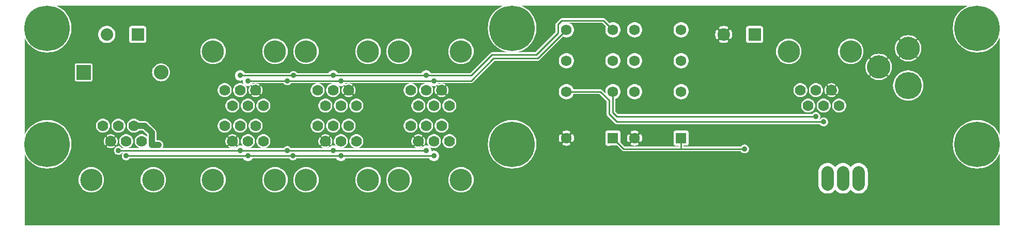
<source format=gbr>
G04 start of page 3 for group 1 idx 1 *
G04 Title: (unknown), bottom *
G04 Creator: pcb 20140316 *
G04 CreationDate: Thu 29 Nov 2018 09:53:53 PM GMT UTC *
G04 For: railfan *
G04 Format: Gerber/RS-274X *
G04 PCB-Dimensions (mil): 6340.00 1470.00 *
G04 PCB-Coordinate-Origin: lower left *
%MOIN*%
%FSLAX25Y25*%
%LNBOTTOM*%
%ADD60C,0.0380*%
%ADD59C,0.0450*%
%ADD58C,0.1100*%
%ADD57C,0.1250*%
%ADD56C,0.0420*%
%ADD55C,0.1280*%
%ADD54C,0.0300*%
%ADD53C,0.1285*%
%ADD52C,0.0480*%
%ADD51C,0.0200*%
%ADD50C,0.0360*%
%ADD49C,0.0680*%
%ADD48C,0.0787*%
%ADD47C,0.1500*%
%ADD46C,0.1750*%
%ADD45C,0.0950*%
%ADD44C,0.1440*%
%ADD43C,0.0700*%
%ADD42C,0.2937*%
%ADD41C,0.0800*%
%ADD40C,0.0400*%
%ADD39C,0.0100*%
%ADD38C,0.0001*%
G54D38*G36*
X216493Y94500D02*X236000D01*
Y52500D01*
X216676D01*
X217206Y52542D01*
X217895Y52707D01*
X218549Y52978D01*
X219153Y53348D01*
X219692Y53808D01*
X220152Y54347D01*
X220522Y54951D01*
X220793Y55605D01*
X220958Y56294D01*
X221000Y57000D01*
X220958Y57706D01*
X220793Y58395D01*
X220522Y59049D01*
X220152Y59653D01*
X219692Y60192D01*
X219153Y60652D01*
X218549Y61022D01*
X217895Y61293D01*
X217206Y61458D01*
X216500Y61514D01*
X216493Y61513D01*
Y75487D01*
X216500Y75486D01*
X217206Y75542D01*
X217895Y75707D01*
X218549Y75978D01*
X219153Y76348D01*
X219692Y76808D01*
X220152Y77347D01*
X220522Y77951D01*
X220793Y78605D01*
X220958Y79294D01*
X221000Y80000D01*
X220958Y80706D01*
X220793Y81395D01*
X220522Y82049D01*
X220152Y82653D01*
X219692Y83192D01*
X219153Y83652D01*
X218549Y84022D01*
X217895Y84293D01*
X217206Y84458D01*
X216500Y84514D01*
X216493Y84513D01*
Y94500D01*
G37*
G36*
X215220Y52679D02*X215794Y52542D01*
X216324Y52500D01*
X215220D01*
Y52679D01*
G37*
G36*
Y75679D02*X215794Y75542D01*
X216493Y75487D01*
Y61513D01*
X215794Y61458D01*
X215220Y61321D01*
Y64459D01*
X215522Y64951D01*
X215793Y65605D01*
X215958Y66294D01*
X216000Y67000D01*
X215958Y67706D01*
X215793Y68395D01*
X215522Y69049D01*
X215220Y69541D01*
Y75679D01*
G37*
G36*
Y94500D02*X216493D01*
Y84513D01*
X215794Y84458D01*
X215220Y84321D01*
Y87544D01*
X215271Y87583D01*
X215326Y87639D01*
X215370Y87704D01*
X215564Y88056D01*
X215721Y88426D01*
X215844Y88809D01*
X215933Y89200D01*
X215987Y89599D01*
X216004Y90000D01*
X215987Y90401D01*
X215933Y90800D01*
X215844Y91191D01*
X215721Y91574D01*
X215564Y91944D01*
X215374Y92298D01*
X215329Y92363D01*
X215274Y92420D01*
X215220Y92460D01*
Y94500D01*
G37*
G36*
Y61321D02*X215105Y61293D01*
X214451Y61022D01*
X213847Y60652D01*
X213308Y60192D01*
X212848Y59653D01*
X212478Y59049D01*
X212207Y58395D01*
X212042Y57706D01*
X211986Y57000D01*
X212042Y56294D01*
X212207Y55605D01*
X212478Y54951D01*
X212848Y54347D01*
X213308Y53808D01*
X213847Y53348D01*
X214451Y52978D01*
X215105Y52707D01*
X215220Y52679D01*
Y52500D01*
X211502D01*
Y62486D01*
X212206Y62542D01*
X212895Y62707D01*
X213549Y62978D01*
X214153Y63348D01*
X214692Y63808D01*
X215152Y64347D01*
X215220Y64459D01*
Y61321D01*
G37*
G36*
X211502Y93500D02*X211812Y93486D01*
X212121Y93444D01*
X212426Y93375D01*
X212723Y93279D01*
X213010Y93157D01*
X213286Y93010D01*
X213355Y92974D01*
X213431Y92951D01*
X213509Y92940D01*
X213587Y92941D01*
X213665Y92954D01*
X213739Y92980D01*
X213809Y93016D01*
X213872Y93064D01*
X213927Y93120D01*
X213972Y93184D01*
X214007Y93255D01*
X214030Y93330D01*
X214041Y93408D01*
X214040Y93487D01*
X214027Y93564D01*
X214001Y93639D01*
X213965Y93708D01*
X213917Y93771D01*
X213861Y93826D01*
X213796Y93870D01*
X213444Y94064D01*
X213074Y94221D01*
X212691Y94344D01*
X212300Y94433D01*
X211901Y94487D01*
X211600Y94500D01*
X215220D01*
Y92460D01*
X215210Y92468D01*
X215140Y92504D01*
X215065Y92530D01*
X214987Y92544D01*
X214908Y92545D01*
X214829Y92533D01*
X214754Y92510D01*
X214683Y92475D01*
X214618Y92429D01*
X214561Y92374D01*
X214513Y92311D01*
X214476Y92241D01*
X214451Y92166D01*
X214437Y92088D01*
X214436Y92008D01*
X214448Y91930D01*
X214471Y91854D01*
X214507Y91784D01*
X214657Y91510D01*
X214779Y91223D01*
X214875Y90926D01*
X214944Y90621D01*
X214986Y90312D01*
X215000Y90000D01*
X214986Y89688D01*
X214944Y89379D01*
X214875Y89074D01*
X214779Y88777D01*
X214657Y88490D01*
X214510Y88214D01*
X214474Y88145D01*
X214451Y88069D01*
X214440Y87991D01*
X214441Y87913D01*
X214454Y87835D01*
X214480Y87761D01*
X214516Y87691D01*
X214564Y87628D01*
X214620Y87573D01*
X214684Y87528D01*
X214755Y87493D01*
X214830Y87470D01*
X214908Y87459D01*
X214987Y87460D01*
X215064Y87473D01*
X215139Y87499D01*
X215208Y87535D01*
X215220Y87544D01*
Y84321D01*
X215105Y84293D01*
X214451Y84022D01*
X213847Y83652D01*
X213308Y83192D01*
X212848Y82653D01*
X212478Y82049D01*
X212207Y81395D01*
X212042Y80706D01*
X211986Y80000D01*
X212042Y79294D01*
X212207Y78605D01*
X212478Y77951D01*
X212848Y77347D01*
X213308Y76808D01*
X213847Y76348D01*
X214451Y75978D01*
X215105Y75707D01*
X215220Y75679D01*
Y69541D01*
X215152Y69653D01*
X214692Y70192D01*
X214153Y70652D01*
X213549Y71022D01*
X212895Y71293D01*
X212206Y71458D01*
X211502Y71514D01*
Y85496D01*
X211901Y85513D01*
X212300Y85567D01*
X212691Y85656D01*
X213074Y85779D01*
X213444Y85936D01*
X213798Y86126D01*
X213863Y86171D01*
X213920Y86226D01*
X213968Y86290D01*
X214004Y86360D01*
X214030Y86435D01*
X214044Y86513D01*
X214045Y86592D01*
X214033Y86671D01*
X214010Y86746D01*
X213975Y86817D01*
X213929Y86882D01*
X213874Y86939D01*
X213811Y86987D01*
X213741Y87024D01*
X213666Y87049D01*
X213588Y87063D01*
X213508Y87064D01*
X213430Y87052D01*
X213354Y87029D01*
X213284Y86993D01*
X213010Y86843D01*
X212723Y86721D01*
X212426Y86625D01*
X212121Y86556D01*
X211812Y86514D01*
X211502Y86500D01*
Y93500D01*
G37*
G36*
X207780Y64459D02*X207848Y64347D01*
X208308Y63808D01*
X208847Y63348D01*
X209451Y62978D01*
X210105Y62707D01*
X210794Y62542D01*
X211500Y62486D01*
X211502Y62486D01*
Y52500D01*
X207780D01*
Y52679D01*
X207895Y52707D01*
X208549Y52978D01*
X209153Y53348D01*
X209692Y53808D01*
X210152Y54347D01*
X210522Y54951D01*
X210793Y55605D01*
X210958Y56294D01*
X211000Y57000D01*
X210958Y57706D01*
X210793Y58395D01*
X210522Y59049D01*
X210152Y59653D01*
X209692Y60192D01*
X209153Y60652D01*
X208549Y61022D01*
X207895Y61293D01*
X207780Y61321D01*
Y64459D01*
G37*
G36*
Y92850D02*X208048Y92961D01*
X208505Y93241D01*
X208912Y93588D01*
X209259Y93995D01*
X209539Y94452D01*
X209559Y94500D01*
X211400D01*
X211099Y94487D01*
X210700Y94433D01*
X210309Y94344D01*
X209926Y94221D01*
X209556Y94064D01*
X209202Y93874D01*
X209137Y93829D01*
X209080Y93774D01*
X209032Y93710D01*
X208996Y93640D01*
X208970Y93565D01*
X208956Y93487D01*
X208955Y93408D01*
X208967Y93329D01*
X208990Y93254D01*
X209025Y93183D01*
X209071Y93118D01*
X209126Y93061D01*
X209189Y93013D01*
X209259Y92976D01*
X209334Y92951D01*
X209412Y92937D01*
X209492Y92936D01*
X209570Y92948D01*
X209646Y92971D01*
X209716Y93007D01*
X209990Y93157D01*
X210277Y93279D01*
X210574Y93375D01*
X210879Y93444D01*
X211188Y93486D01*
X211500Y93500D01*
X211502Y93500D01*
Y86500D01*
X211500Y86500D01*
X211188Y86514D01*
X210879Y86556D01*
X210574Y86625D01*
X210277Y86721D01*
X209990Y86843D01*
X209714Y86990D01*
X209645Y87026D01*
X209569Y87049D01*
X209491Y87060D01*
X209413Y87059D01*
X209335Y87046D01*
X209261Y87020D01*
X209191Y86984D01*
X209128Y86936D01*
X209073Y86880D01*
X209028Y86816D01*
X208993Y86745D01*
X208970Y86670D01*
X208959Y86592D01*
X208960Y86513D01*
X208973Y86436D01*
X208999Y86361D01*
X209035Y86292D01*
X209083Y86229D01*
X209139Y86174D01*
X209204Y86130D01*
X209556Y85936D01*
X209926Y85779D01*
X210309Y85656D01*
X210700Y85567D01*
X211099Y85513D01*
X211500Y85496D01*
X211502Y85496D01*
Y71514D01*
X211500Y71514D01*
X210794Y71458D01*
X210105Y71293D01*
X209451Y71022D01*
X208847Y70652D01*
X208308Y70192D01*
X207848Y69653D01*
X207780Y69541D01*
Y75679D01*
X207895Y75707D01*
X208549Y75978D01*
X209153Y76348D01*
X209692Y76808D01*
X210152Y77347D01*
X210522Y77951D01*
X210793Y78605D01*
X210958Y79294D01*
X211000Y80000D01*
X210958Y80706D01*
X210793Y81395D01*
X210522Y82049D01*
X210152Y82653D01*
X209692Y83192D01*
X209153Y83652D01*
X208549Y84022D01*
X207895Y84293D01*
X207780Y84321D01*
Y87540D01*
X207790Y87532D01*
X207860Y87496D01*
X207935Y87470D01*
X208013Y87456D01*
X208092Y87455D01*
X208171Y87467D01*
X208246Y87490D01*
X208317Y87525D01*
X208382Y87571D01*
X208439Y87626D01*
X208487Y87689D01*
X208524Y87759D01*
X208549Y87834D01*
X208563Y87912D01*
X208564Y87992D01*
X208552Y88070D01*
X208529Y88146D01*
X208493Y88216D01*
X208343Y88490D01*
X208221Y88777D01*
X208125Y89074D01*
X208056Y89379D01*
X208014Y89688D01*
X208000Y90000D01*
X208014Y90312D01*
X208056Y90621D01*
X208125Y90926D01*
X208221Y91223D01*
X208343Y91510D01*
X208490Y91786D01*
X208526Y91855D01*
X208549Y91931D01*
X208560Y92009D01*
X208559Y92087D01*
X208546Y92165D01*
X208520Y92239D01*
X208484Y92309D01*
X208436Y92372D01*
X208380Y92427D01*
X208316Y92472D01*
X208245Y92507D01*
X208170Y92530D01*
X208092Y92541D01*
X208013Y92540D01*
X207936Y92527D01*
X207861Y92501D01*
X207792Y92465D01*
X207780Y92456D01*
Y92850D01*
G37*
G36*
Y52500D02*X206676D01*
X207206Y52542D01*
X207780Y52679D01*
Y52500D01*
G37*
G36*
X200220Y85679D02*X200794Y85542D01*
X201500Y85486D01*
X202206Y85542D01*
X202895Y85707D01*
X203549Y85978D01*
X204153Y86348D01*
X204692Y86808D01*
X205152Y87347D01*
X205522Y87951D01*
X205793Y88605D01*
X205958Y89294D01*
X206000Y90000D01*
X205958Y90706D01*
X205793Y91395D01*
X205522Y92049D01*
X205152Y92653D01*
X204820Y93042D01*
X204952Y92961D01*
X205446Y92756D01*
X205966Y92632D01*
X206500Y92590D01*
X207034Y92632D01*
X207554Y92756D01*
X207780Y92850D01*
Y92456D01*
X207729Y92417D01*
X207674Y92361D01*
X207630Y92296D01*
X207436Y91944D01*
X207279Y91574D01*
X207156Y91191D01*
X207067Y90800D01*
X207013Y90401D01*
X206996Y90000D01*
X207013Y89599D01*
X207067Y89200D01*
X207156Y88809D01*
X207279Y88426D01*
X207436Y88056D01*
X207626Y87702D01*
X207671Y87637D01*
X207726Y87580D01*
X207780Y87540D01*
Y84321D01*
X207206Y84458D01*
X206500Y84514D01*
X205794Y84458D01*
X205105Y84293D01*
X204451Y84022D01*
X203847Y83652D01*
X203308Y83192D01*
X202848Y82653D01*
X202478Y82049D01*
X202207Y81395D01*
X202042Y80706D01*
X201986Y80000D01*
X202042Y79294D01*
X202207Y78605D01*
X202478Y77951D01*
X202848Y77347D01*
X203308Y76808D01*
X203847Y76348D01*
X204451Y75978D01*
X205105Y75707D01*
X205794Y75542D01*
X206500Y75486D01*
X207206Y75542D01*
X207780Y75679D01*
Y69541D01*
X207478Y69049D01*
X207207Y68395D01*
X207042Y67706D01*
X206986Y67000D01*
X207042Y66294D01*
X207207Y65605D01*
X207478Y64951D01*
X207780Y64459D01*
Y61321D01*
X207206Y61458D01*
X206500Y61514D01*
X205794Y61458D01*
X205105Y61293D01*
X204451Y61022D01*
X203847Y60652D01*
X203308Y60192D01*
X202848Y59653D01*
X202478Y59049D01*
X202207Y58395D01*
X202042Y57706D01*
X201986Y57000D01*
X202042Y56294D01*
X202207Y55605D01*
X202478Y54951D01*
X202848Y54347D01*
X203180Y53958D01*
X203048Y54039D01*
X202554Y54244D01*
X202034Y54368D01*
X201500Y54410D01*
X200966Y54368D01*
X200446Y54244D01*
X200220Y54150D01*
Y54544D01*
X200271Y54583D01*
X200326Y54639D01*
X200370Y54704D01*
X200564Y55056D01*
X200721Y55426D01*
X200844Y55809D01*
X200933Y56200D01*
X200987Y56599D01*
X201004Y57000D01*
X200987Y57401D01*
X200933Y57800D01*
X200844Y58191D01*
X200721Y58574D01*
X200564Y58944D01*
X200374Y59298D01*
X200329Y59363D01*
X200274Y59420D01*
X200220Y59460D01*
Y62679D01*
X200794Y62542D01*
X201500Y62486D01*
X202206Y62542D01*
X202895Y62707D01*
X203549Y62978D01*
X204153Y63348D01*
X204692Y63808D01*
X205152Y64347D01*
X205522Y64951D01*
X205793Y65605D01*
X205958Y66294D01*
X206000Y67000D01*
X205958Y67706D01*
X205793Y68395D01*
X205522Y69049D01*
X205152Y69653D01*
X204692Y70192D01*
X204153Y70652D01*
X203549Y71022D01*
X202895Y71293D01*
X202206Y71458D01*
X201500Y71514D01*
X200794Y71458D01*
X200220Y71321D01*
Y77459D01*
X200522Y77951D01*
X200793Y78605D01*
X200958Y79294D01*
X201000Y80000D01*
X200958Y80706D01*
X200793Y81395D01*
X200522Y82049D01*
X200220Y82541D01*
Y85679D01*
G37*
G36*
Y94500D02*X201324D01*
X200794Y94458D01*
X200220Y94321D01*
Y94500D01*
G37*
G36*
Y54150D02*X199952Y54039D01*
X199495Y53759D01*
X199088Y53412D01*
X198741Y53005D01*
X198461Y52548D01*
X198441Y52500D01*
X196600D01*
X196901Y52513D01*
X197300Y52567D01*
X197691Y52656D01*
X198074Y52779D01*
X198444Y52936D01*
X198798Y53126D01*
X198863Y53171D01*
X198920Y53226D01*
X198968Y53290D01*
X199004Y53360D01*
X199030Y53435D01*
X199044Y53513D01*
X199045Y53592D01*
X199033Y53671D01*
X199010Y53746D01*
X198975Y53817D01*
X198929Y53882D01*
X198874Y53939D01*
X198811Y53987D01*
X198741Y54024D01*
X198666Y54049D01*
X198588Y54063D01*
X198508Y54064D01*
X198430Y54052D01*
X198354Y54029D01*
X198284Y53993D01*
X198010Y53843D01*
X197723Y53721D01*
X197426Y53625D01*
X197121Y53556D01*
X196812Y53514D01*
X196500Y53500D01*
X196493Y53500D01*
Y60500D01*
X196500Y60500D01*
X196812Y60486D01*
X197121Y60444D01*
X197426Y60375D01*
X197723Y60279D01*
X198010Y60157D01*
X198286Y60010D01*
X198355Y59974D01*
X198431Y59951D01*
X198509Y59940D01*
X198587Y59941D01*
X198665Y59954D01*
X198739Y59980D01*
X198809Y60016D01*
X198872Y60064D01*
X198927Y60120D01*
X198972Y60184D01*
X199007Y60255D01*
X199030Y60330D01*
X199041Y60408D01*
X199040Y60487D01*
X199027Y60564D01*
X199001Y60639D01*
X198965Y60708D01*
X198917Y60771D01*
X198861Y60826D01*
X198796Y60870D01*
X198444Y61064D01*
X198074Y61221D01*
X197691Y61344D01*
X197300Y61433D01*
X196901Y61487D01*
X196500Y61504D01*
X196493Y61504D01*
Y75487D01*
X196500Y75486D01*
X197206Y75542D01*
X197895Y75707D01*
X198549Y75978D01*
X199153Y76348D01*
X199692Y76808D01*
X200152Y77347D01*
X200220Y77459D01*
Y71321D01*
X200105Y71293D01*
X199451Y71022D01*
X198847Y70652D01*
X198308Y70192D01*
X197848Y69653D01*
X197478Y69049D01*
X197207Y68395D01*
X197042Y67706D01*
X196986Y67000D01*
X197042Y66294D01*
X197207Y65605D01*
X197478Y64951D01*
X197848Y64347D01*
X198308Y63808D01*
X198847Y63348D01*
X199451Y62978D01*
X200105Y62707D01*
X200220Y62679D01*
Y59460D01*
X200210Y59468D01*
X200140Y59504D01*
X200065Y59530D01*
X199987Y59544D01*
X199908Y59545D01*
X199829Y59533D01*
X199754Y59510D01*
X199683Y59475D01*
X199618Y59429D01*
X199561Y59374D01*
X199513Y59311D01*
X199476Y59241D01*
X199451Y59166D01*
X199437Y59088D01*
X199436Y59008D01*
X199448Y58930D01*
X199471Y58854D01*
X199507Y58784D01*
X199657Y58510D01*
X199779Y58223D01*
X199875Y57926D01*
X199944Y57621D01*
X199986Y57312D01*
X200000Y57000D01*
X199986Y56688D01*
X199944Y56379D01*
X199875Y56074D01*
X199779Y55777D01*
X199657Y55490D01*
X199510Y55214D01*
X199474Y55145D01*
X199451Y55069D01*
X199440Y54991D01*
X199441Y54913D01*
X199454Y54835D01*
X199480Y54761D01*
X199516Y54691D01*
X199564Y54628D01*
X199620Y54573D01*
X199684Y54528D01*
X199755Y54493D01*
X199830Y54470D01*
X199908Y54459D01*
X199987Y54460D01*
X200064Y54473D01*
X200139Y54499D01*
X200208Y54535D01*
X200220Y54544D01*
Y54150D01*
G37*
G36*
X196493Y94500D02*X200220D01*
Y94321D01*
X200105Y94293D01*
X199451Y94022D01*
X198847Y93652D01*
X198308Y93192D01*
X197848Y92653D01*
X197478Y92049D01*
X197207Y91395D01*
X197042Y90706D01*
X196986Y90000D01*
X197042Y89294D01*
X197207Y88605D01*
X197478Y87951D01*
X197848Y87347D01*
X198308Y86808D01*
X198847Y86348D01*
X199451Y85978D01*
X200105Y85707D01*
X200220Y85679D01*
Y82541D01*
X200152Y82653D01*
X199692Y83192D01*
X199153Y83652D01*
X198549Y84022D01*
X197895Y84293D01*
X197206Y84458D01*
X196500Y84514D01*
X196493Y84513D01*
Y94500D01*
G37*
G36*
X192780Y77459D02*X192848Y77347D01*
X193308Y76808D01*
X193847Y76348D01*
X194451Y75978D01*
X195105Y75707D01*
X195794Y75542D01*
X196493Y75487D01*
Y61504D01*
X196099Y61487D01*
X195700Y61433D01*
X195309Y61344D01*
X194926Y61221D01*
X194556Y61064D01*
X194202Y60874D01*
X194137Y60829D01*
X194080Y60774D01*
X194032Y60710D01*
X193996Y60640D01*
X193970Y60565D01*
X193956Y60487D01*
X193955Y60408D01*
X193967Y60329D01*
X193990Y60254D01*
X194025Y60183D01*
X194071Y60118D01*
X194126Y60061D01*
X194189Y60013D01*
X194259Y59976D01*
X194334Y59951D01*
X194412Y59937D01*
X194492Y59936D01*
X194570Y59948D01*
X194646Y59971D01*
X194716Y60007D01*
X194990Y60157D01*
X195277Y60279D01*
X195574Y60375D01*
X195879Y60444D01*
X196188Y60486D01*
X196493Y60500D01*
Y53500D01*
X196188Y53514D01*
X195879Y53556D01*
X195574Y53625D01*
X195277Y53721D01*
X194990Y53843D01*
X194714Y53990D01*
X194645Y54026D01*
X194569Y54049D01*
X194491Y54060D01*
X194413Y54059D01*
X194335Y54046D01*
X194261Y54020D01*
X194191Y53984D01*
X194128Y53936D01*
X194073Y53880D01*
X194028Y53816D01*
X193993Y53745D01*
X193970Y53670D01*
X193959Y53592D01*
X193960Y53513D01*
X193973Y53436D01*
X193999Y53361D01*
X194035Y53292D01*
X194083Y53229D01*
X194139Y53174D01*
X194204Y53130D01*
X194556Y52936D01*
X194926Y52779D01*
X195309Y52656D01*
X195700Y52567D01*
X196099Y52513D01*
X196400Y52500D01*
X192780D01*
Y54540D01*
X192790Y54532D01*
X192860Y54496D01*
X192935Y54470D01*
X193013Y54456D01*
X193092Y54455D01*
X193171Y54467D01*
X193246Y54490D01*
X193317Y54525D01*
X193382Y54571D01*
X193439Y54626D01*
X193487Y54689D01*
X193524Y54759D01*
X193549Y54834D01*
X193563Y54912D01*
X193564Y54992D01*
X193552Y55070D01*
X193529Y55146D01*
X193493Y55216D01*
X193343Y55490D01*
X193221Y55777D01*
X193125Y56074D01*
X193056Y56379D01*
X193014Y56688D01*
X193000Y57000D01*
X193014Y57312D01*
X193056Y57621D01*
X193125Y57926D01*
X193221Y58223D01*
X193343Y58510D01*
X193490Y58786D01*
X193526Y58855D01*
X193549Y58931D01*
X193560Y59009D01*
X193559Y59087D01*
X193546Y59165D01*
X193520Y59239D01*
X193484Y59309D01*
X193436Y59372D01*
X193380Y59427D01*
X193316Y59472D01*
X193245Y59507D01*
X193170Y59530D01*
X193092Y59541D01*
X193013Y59540D01*
X192936Y59527D01*
X192861Y59501D01*
X192792Y59465D01*
X192780Y59456D01*
Y62679D01*
X192895Y62707D01*
X193549Y62978D01*
X194153Y63348D01*
X194692Y63808D01*
X195152Y64347D01*
X195522Y64951D01*
X195793Y65605D01*
X195958Y66294D01*
X196000Y67000D01*
X195958Y67706D01*
X195793Y68395D01*
X195522Y69049D01*
X195152Y69653D01*
X194692Y70192D01*
X194153Y70652D01*
X193549Y71022D01*
X192895Y71293D01*
X192780Y71321D01*
Y77459D01*
G37*
G36*
Y85679D02*X192895Y85707D01*
X193549Y85978D01*
X194153Y86348D01*
X194692Y86808D01*
X195152Y87347D01*
X195522Y87951D01*
X195793Y88605D01*
X195958Y89294D01*
X196000Y90000D01*
X195958Y90706D01*
X195793Y91395D01*
X195522Y92049D01*
X195152Y92653D01*
X194692Y93192D01*
X194153Y93652D01*
X193549Y94022D01*
X192895Y94293D01*
X192780Y94321D01*
Y94500D01*
X196493D01*
Y84513D01*
X195794Y84458D01*
X195105Y84293D01*
X194451Y84022D01*
X193847Y83652D01*
X193308Y83192D01*
X192848Y82653D01*
X192780Y82541D01*
Y85679D01*
G37*
G36*
Y52500D02*X191493D01*
Y62487D01*
X191500Y62486D01*
X192206Y62542D01*
X192780Y62679D01*
Y59456D01*
X192729Y59417D01*
X192674Y59361D01*
X192630Y59296D01*
X192436Y58944D01*
X192279Y58574D01*
X192156Y58191D01*
X192067Y57800D01*
X192013Y57401D01*
X191996Y57000D01*
X192013Y56599D01*
X192067Y56200D01*
X192156Y55809D01*
X192279Y55426D01*
X192436Y55056D01*
X192626Y54702D01*
X192671Y54637D01*
X192726Y54580D01*
X192780Y54540D01*
Y52500D01*
G37*
G36*
Y94321D02*X192206Y94458D01*
X191676Y94500D01*
X192780D01*
Y94321D01*
G37*
G36*
X191493Y85487D02*X191500Y85486D01*
X192206Y85542D01*
X192780Y85679D01*
Y82541D01*
X192478Y82049D01*
X192207Y81395D01*
X192042Y80706D01*
X191986Y80000D01*
X192042Y79294D01*
X192207Y78605D01*
X192478Y77951D01*
X192780Y77459D01*
Y71321D01*
X192206Y71458D01*
X191500Y71514D01*
X191493Y71513D01*
Y85487D01*
G37*
G36*
X156493Y94500D02*X169635D01*
X169728Y94349D01*
X170014Y94014D01*
X170349Y93728D01*
X170725Y93497D01*
X171132Y93329D01*
X171561Y93226D01*
X172000Y93191D01*
X172439Y93226D01*
X172868Y93329D01*
X173275Y93497D01*
X173651Y93728D01*
X173986Y94014D01*
X174272Y94349D01*
X174365Y94500D01*
X191324D01*
X190794Y94458D01*
X190105Y94293D01*
X189451Y94022D01*
X188847Y93652D01*
X188308Y93192D01*
X187848Y92653D01*
X187478Y92049D01*
X187207Y91395D01*
X187042Y90706D01*
X186986Y90000D01*
X187042Y89294D01*
X187207Y88605D01*
X187478Y87951D01*
X187848Y87347D01*
X188308Y86808D01*
X188847Y86348D01*
X189451Y85978D01*
X190105Y85707D01*
X190794Y85542D01*
X191493Y85487D01*
Y71513D01*
X190794Y71458D01*
X190105Y71293D01*
X189451Y71022D01*
X188847Y70652D01*
X188308Y70192D01*
X187848Y69653D01*
X187478Y69049D01*
X187207Y68395D01*
X187042Y67706D01*
X186986Y67000D01*
X187042Y66294D01*
X187207Y65605D01*
X187478Y64951D01*
X187848Y64347D01*
X188308Y63808D01*
X188847Y63348D01*
X189451Y62978D01*
X190105Y62707D01*
X190794Y62542D01*
X191493Y62487D01*
Y52500D01*
X174365D01*
X174272Y52651D01*
X173986Y52986D01*
X173651Y53272D01*
X173275Y53503D01*
X172868Y53671D01*
X172439Y53774D01*
X172000Y53809D01*
X171561Y53774D01*
X171132Y53671D01*
X170725Y53503D01*
X170349Y53272D01*
X170014Y52986D01*
X169728Y52651D01*
X169635Y52500D01*
X156676D01*
X157206Y52542D01*
X157895Y52707D01*
X158549Y52978D01*
X159153Y53348D01*
X159692Y53808D01*
X160152Y54347D01*
X160522Y54951D01*
X160793Y55605D01*
X160958Y56294D01*
X161000Y57000D01*
X160958Y57706D01*
X160793Y58395D01*
X160522Y59049D01*
X160152Y59653D01*
X159692Y60192D01*
X159153Y60652D01*
X158549Y61022D01*
X157895Y61293D01*
X157206Y61458D01*
X156500Y61514D01*
X156493Y61513D01*
Y75487D01*
X156500Y75486D01*
X157206Y75542D01*
X157895Y75707D01*
X158549Y75978D01*
X159153Y76348D01*
X159692Y76808D01*
X160152Y77347D01*
X160522Y77951D01*
X160793Y78605D01*
X160958Y79294D01*
X161000Y80000D01*
X160958Y80706D01*
X160793Y81395D01*
X160522Y82049D01*
X160152Y82653D01*
X159692Y83192D01*
X159153Y83652D01*
X158549Y84022D01*
X157895Y84293D01*
X157206Y84458D01*
X156500Y84514D01*
X156493Y84513D01*
Y94500D01*
G37*
G36*
X155220Y52679D02*X155794Y52542D01*
X156324Y52500D01*
X155220D01*
Y52679D01*
G37*
G36*
Y75679D02*X155794Y75542D01*
X156493Y75487D01*
Y61513D01*
X155794Y61458D01*
X155220Y61321D01*
Y64459D01*
X155522Y64951D01*
X155793Y65605D01*
X155958Y66294D01*
X156000Y67000D01*
X155958Y67706D01*
X155793Y68395D01*
X155522Y69049D01*
X155220Y69541D01*
Y75679D01*
G37*
G36*
Y94500D02*X156493D01*
Y84513D01*
X155794Y84458D01*
X155220Y84321D01*
Y87544D01*
X155271Y87583D01*
X155326Y87639D01*
X155370Y87704D01*
X155564Y88056D01*
X155721Y88426D01*
X155844Y88809D01*
X155933Y89200D01*
X155987Y89599D01*
X156004Y90000D01*
X155987Y90401D01*
X155933Y90800D01*
X155844Y91191D01*
X155721Y91574D01*
X155564Y91944D01*
X155374Y92298D01*
X155329Y92363D01*
X155274Y92420D01*
X155220Y92460D01*
Y94500D01*
G37*
G36*
Y61321D02*X155105Y61293D01*
X154451Y61022D01*
X153847Y60652D01*
X153308Y60192D01*
X152848Y59653D01*
X152478Y59049D01*
X152207Y58395D01*
X152042Y57706D01*
X151986Y57000D01*
X152042Y56294D01*
X152207Y55605D01*
X152478Y54951D01*
X152848Y54347D01*
X153308Y53808D01*
X153847Y53348D01*
X154451Y52978D01*
X155105Y52707D01*
X155220Y52679D01*
Y52500D01*
X151493D01*
Y62487D01*
X151500Y62486D01*
X152206Y62542D01*
X152895Y62707D01*
X153549Y62978D01*
X154153Y63348D01*
X154692Y63808D01*
X155152Y64347D01*
X155220Y64459D01*
Y61321D01*
G37*
G36*
X151493Y93500D02*X151500Y93500D01*
X151812Y93486D01*
X152121Y93444D01*
X152426Y93375D01*
X152723Y93279D01*
X153010Y93157D01*
X153286Y93010D01*
X153355Y92974D01*
X153431Y92951D01*
X153509Y92940D01*
X153587Y92941D01*
X153665Y92954D01*
X153739Y92980D01*
X153809Y93016D01*
X153872Y93064D01*
X153927Y93120D01*
X153972Y93184D01*
X154007Y93255D01*
X154030Y93330D01*
X154041Y93408D01*
X154040Y93487D01*
X154027Y93564D01*
X154001Y93639D01*
X153965Y93708D01*
X153917Y93771D01*
X153861Y93826D01*
X153796Y93870D01*
X153444Y94064D01*
X153074Y94221D01*
X152691Y94344D01*
X152300Y94433D01*
X151901Y94487D01*
X151600Y94500D01*
X155220D01*
Y92460D01*
X155210Y92468D01*
X155140Y92504D01*
X155065Y92530D01*
X154987Y92544D01*
X154908Y92545D01*
X154829Y92533D01*
X154754Y92510D01*
X154683Y92475D01*
X154618Y92429D01*
X154561Y92374D01*
X154513Y92311D01*
X154476Y92241D01*
X154451Y92166D01*
X154437Y92088D01*
X154436Y92008D01*
X154448Y91930D01*
X154471Y91854D01*
X154507Y91784D01*
X154657Y91510D01*
X154779Y91223D01*
X154875Y90926D01*
X154944Y90621D01*
X154986Y90312D01*
X155000Y90000D01*
X154986Y89688D01*
X154944Y89379D01*
X154875Y89074D01*
X154779Y88777D01*
X154657Y88490D01*
X154510Y88214D01*
X154474Y88145D01*
X154451Y88069D01*
X154440Y87991D01*
X154441Y87913D01*
X154454Y87835D01*
X154480Y87761D01*
X154516Y87691D01*
X154564Y87628D01*
X154620Y87573D01*
X154684Y87528D01*
X154755Y87493D01*
X154830Y87470D01*
X154908Y87459D01*
X154987Y87460D01*
X155064Y87473D01*
X155139Y87499D01*
X155208Y87535D01*
X155220Y87544D01*
Y84321D01*
X155105Y84293D01*
X154451Y84022D01*
X153847Y83652D01*
X153308Y83192D01*
X152848Y82653D01*
X152478Y82049D01*
X152207Y81395D01*
X152042Y80706D01*
X151986Y80000D01*
X152042Y79294D01*
X152207Y78605D01*
X152478Y77951D01*
X152848Y77347D01*
X153308Y76808D01*
X153847Y76348D01*
X154451Y75978D01*
X155105Y75707D01*
X155220Y75679D01*
Y69541D01*
X155152Y69653D01*
X154692Y70192D01*
X154153Y70652D01*
X153549Y71022D01*
X152895Y71293D01*
X152206Y71458D01*
X151500Y71514D01*
X151493Y71513D01*
Y85496D01*
X151500Y85496D01*
X151901Y85513D01*
X152300Y85567D01*
X152691Y85656D01*
X153074Y85779D01*
X153444Y85936D01*
X153798Y86126D01*
X153863Y86171D01*
X153920Y86226D01*
X153968Y86290D01*
X154004Y86360D01*
X154030Y86435D01*
X154044Y86513D01*
X154045Y86592D01*
X154033Y86671D01*
X154010Y86746D01*
X153975Y86817D01*
X153929Y86882D01*
X153874Y86939D01*
X153811Y86987D01*
X153741Y87024D01*
X153666Y87049D01*
X153588Y87063D01*
X153508Y87064D01*
X153430Y87052D01*
X153354Y87029D01*
X153284Y86993D01*
X153010Y86843D01*
X152723Y86721D01*
X152426Y86625D01*
X152121Y86556D01*
X151812Y86514D01*
X151500Y86500D01*
X151493Y86500D01*
Y93500D01*
G37*
G36*
X147780Y64459D02*X147848Y64347D01*
X148308Y63808D01*
X148847Y63348D01*
X149451Y62978D01*
X150105Y62707D01*
X150794Y62542D01*
X151493Y62487D01*
Y52500D01*
X147780D01*
Y52679D01*
X147895Y52707D01*
X148549Y52978D01*
X149153Y53348D01*
X149692Y53808D01*
X150152Y54347D01*
X150522Y54951D01*
X150793Y55605D01*
X150958Y56294D01*
X151000Y57000D01*
X150958Y57706D01*
X150793Y58395D01*
X150522Y59049D01*
X150152Y59653D01*
X149692Y60192D01*
X149153Y60652D01*
X148549Y61022D01*
X147895Y61293D01*
X147780Y61321D01*
Y64459D01*
G37*
G36*
Y92850D02*X148048Y92961D01*
X148505Y93241D01*
X148912Y93588D01*
X149259Y93995D01*
X149539Y94452D01*
X149559Y94500D01*
X151400D01*
X151099Y94487D01*
X150700Y94433D01*
X150309Y94344D01*
X149926Y94221D01*
X149556Y94064D01*
X149202Y93874D01*
X149137Y93829D01*
X149080Y93774D01*
X149032Y93710D01*
X148996Y93640D01*
X148970Y93565D01*
X148956Y93487D01*
X148955Y93408D01*
X148967Y93329D01*
X148990Y93254D01*
X149025Y93183D01*
X149071Y93118D01*
X149126Y93061D01*
X149189Y93013D01*
X149259Y92976D01*
X149334Y92951D01*
X149412Y92937D01*
X149492Y92936D01*
X149570Y92948D01*
X149646Y92971D01*
X149716Y93007D01*
X149990Y93157D01*
X150277Y93279D01*
X150574Y93375D01*
X150879Y93444D01*
X151188Y93486D01*
X151493Y93500D01*
Y86500D01*
X151188Y86514D01*
X150879Y86556D01*
X150574Y86625D01*
X150277Y86721D01*
X149990Y86843D01*
X149714Y86990D01*
X149645Y87026D01*
X149569Y87049D01*
X149491Y87060D01*
X149413Y87059D01*
X149335Y87046D01*
X149261Y87020D01*
X149191Y86984D01*
X149128Y86936D01*
X149073Y86880D01*
X149028Y86816D01*
X148993Y86745D01*
X148970Y86670D01*
X148959Y86592D01*
X148960Y86513D01*
X148973Y86436D01*
X148999Y86361D01*
X149035Y86292D01*
X149083Y86229D01*
X149139Y86174D01*
X149204Y86130D01*
X149556Y85936D01*
X149926Y85779D01*
X150309Y85656D01*
X150700Y85567D01*
X151099Y85513D01*
X151493Y85496D01*
Y71513D01*
X150794Y71458D01*
X150105Y71293D01*
X149451Y71022D01*
X148847Y70652D01*
X148308Y70192D01*
X147848Y69653D01*
X147780Y69541D01*
Y75679D01*
X147895Y75707D01*
X148549Y75978D01*
X149153Y76348D01*
X149692Y76808D01*
X150152Y77347D01*
X150522Y77951D01*
X150793Y78605D01*
X150958Y79294D01*
X151000Y80000D01*
X150958Y80706D01*
X150793Y81395D01*
X150522Y82049D01*
X150152Y82653D01*
X149692Y83192D01*
X149153Y83652D01*
X148549Y84022D01*
X147895Y84293D01*
X147780Y84321D01*
Y87540D01*
X147790Y87532D01*
X147860Y87496D01*
X147935Y87470D01*
X148013Y87456D01*
X148092Y87455D01*
X148171Y87467D01*
X148246Y87490D01*
X148317Y87525D01*
X148382Y87571D01*
X148439Y87626D01*
X148487Y87689D01*
X148524Y87759D01*
X148549Y87834D01*
X148563Y87912D01*
X148564Y87992D01*
X148552Y88070D01*
X148529Y88146D01*
X148493Y88216D01*
X148343Y88490D01*
X148221Y88777D01*
X148125Y89074D01*
X148056Y89379D01*
X148014Y89688D01*
X148000Y90000D01*
X148014Y90312D01*
X148056Y90621D01*
X148125Y90926D01*
X148221Y91223D01*
X148343Y91510D01*
X148490Y91786D01*
X148526Y91855D01*
X148549Y91931D01*
X148560Y92009D01*
X148559Y92087D01*
X148546Y92165D01*
X148520Y92239D01*
X148484Y92309D01*
X148436Y92372D01*
X148380Y92427D01*
X148316Y92472D01*
X148245Y92507D01*
X148170Y92530D01*
X148092Y92541D01*
X148013Y92540D01*
X147936Y92527D01*
X147861Y92501D01*
X147792Y92465D01*
X147780Y92456D01*
Y92850D01*
G37*
G36*
Y52500D02*X146676D01*
X147206Y52542D01*
X147780Y52679D01*
Y52500D01*
G37*
G36*
Y69541D02*X147478Y69049D01*
X147207Y68395D01*
X147042Y67706D01*
X146986Y67000D01*
X147042Y66294D01*
X147207Y65605D01*
X147478Y64951D01*
X147780Y64459D01*
Y61321D01*
X147206Y61458D01*
X146500Y61514D01*
X146493Y61513D01*
Y75487D01*
X146500Y75486D01*
X147206Y75542D01*
X147780Y75679D01*
Y69541D01*
G37*
G36*
X146493Y92590D02*X146500Y92590D01*
X147034Y92632D01*
X147554Y92756D01*
X147780Y92850D01*
Y92456D01*
X147729Y92417D01*
X147674Y92361D01*
X147630Y92296D01*
X147436Y91944D01*
X147279Y91574D01*
X147156Y91191D01*
X147067Y90800D01*
X147013Y90401D01*
X146996Y90000D01*
X147013Y89599D01*
X147067Y89200D01*
X147156Y88809D01*
X147279Y88426D01*
X147436Y88056D01*
X147626Y87702D01*
X147671Y87637D01*
X147726Y87580D01*
X147780Y87540D01*
Y84321D01*
X147206Y84458D01*
X146500Y84514D01*
X146493Y84513D01*
Y92590D01*
G37*
G36*
X140220Y85679D02*X140794Y85542D01*
X141500Y85486D01*
X142206Y85542D01*
X142895Y85707D01*
X143549Y85978D01*
X144153Y86348D01*
X144692Y86808D01*
X145152Y87347D01*
X145522Y87951D01*
X145793Y88605D01*
X145958Y89294D01*
X146000Y90000D01*
X145958Y90706D01*
X145793Y91395D01*
X145522Y92049D01*
X145152Y92653D01*
X144820Y93042D01*
X144952Y92961D01*
X145446Y92756D01*
X145966Y92632D01*
X146493Y92590D01*
Y84513D01*
X145794Y84458D01*
X145105Y84293D01*
X144451Y84022D01*
X143847Y83652D01*
X143308Y83192D01*
X142848Y82653D01*
X142478Y82049D01*
X142207Y81395D01*
X142042Y80706D01*
X141986Y80000D01*
X142042Y79294D01*
X142207Y78605D01*
X142478Y77951D01*
X142848Y77347D01*
X143308Y76808D01*
X143847Y76348D01*
X144451Y75978D01*
X145105Y75707D01*
X145794Y75542D01*
X146493Y75487D01*
Y61513D01*
X145794Y61458D01*
X145105Y61293D01*
X144451Y61022D01*
X143847Y60652D01*
X143308Y60192D01*
X142848Y59653D01*
X142478Y59049D01*
X142207Y58395D01*
X142042Y57706D01*
X141986Y57000D01*
X142042Y56294D01*
X142207Y55605D01*
X142478Y54951D01*
X142848Y54347D01*
X143180Y53958D01*
X143048Y54039D01*
X142554Y54244D01*
X142034Y54368D01*
X141500Y54410D01*
X140966Y54368D01*
X140446Y54244D01*
X140220Y54150D01*
Y54544D01*
X140271Y54583D01*
X140326Y54639D01*
X140370Y54704D01*
X140564Y55056D01*
X140721Y55426D01*
X140844Y55809D01*
X140933Y56200D01*
X140987Y56599D01*
X141004Y57000D01*
X140987Y57401D01*
X140933Y57800D01*
X140844Y58191D01*
X140721Y58574D01*
X140564Y58944D01*
X140374Y59298D01*
X140329Y59363D01*
X140274Y59420D01*
X140220Y59460D01*
Y62679D01*
X140794Y62542D01*
X141500Y62486D01*
X142206Y62542D01*
X142895Y62707D01*
X143549Y62978D01*
X144153Y63348D01*
X144692Y63808D01*
X145152Y64347D01*
X145522Y64951D01*
X145793Y65605D01*
X145958Y66294D01*
X146000Y67000D01*
X145958Y67706D01*
X145793Y68395D01*
X145522Y69049D01*
X145152Y69653D01*
X144692Y70192D01*
X144153Y70652D01*
X143549Y71022D01*
X142895Y71293D01*
X142206Y71458D01*
X141500Y71514D01*
X140794Y71458D01*
X140220Y71321D01*
Y77459D01*
X140522Y77951D01*
X140793Y78605D01*
X140958Y79294D01*
X141000Y80000D01*
X140958Y80706D01*
X140793Y81395D01*
X140522Y82049D01*
X140220Y82541D01*
Y85679D01*
G37*
G36*
Y94500D02*X141324D01*
X140794Y94458D01*
X140220Y94321D01*
Y94500D01*
G37*
G36*
X136498Y75486D02*X136500Y75486D01*
X137206Y75542D01*
X137895Y75707D01*
X138549Y75978D01*
X139153Y76348D01*
X139692Y76808D01*
X140152Y77347D01*
X140220Y77459D01*
Y71321D01*
X140105Y71293D01*
X139451Y71022D01*
X138847Y70652D01*
X138308Y70192D01*
X137848Y69653D01*
X137478Y69049D01*
X137207Y68395D01*
X137042Y67706D01*
X136986Y67000D01*
X137042Y66294D01*
X137207Y65605D01*
X137478Y64951D01*
X137848Y64347D01*
X138308Y63808D01*
X138847Y63348D01*
X139451Y62978D01*
X140105Y62707D01*
X140220Y62679D01*
Y59460D01*
X140210Y59468D01*
X140140Y59504D01*
X140065Y59530D01*
X139987Y59544D01*
X139908Y59545D01*
X139829Y59533D01*
X139754Y59510D01*
X139683Y59475D01*
X139618Y59429D01*
X139561Y59374D01*
X139513Y59311D01*
X139476Y59241D01*
X139451Y59166D01*
X139437Y59088D01*
X139436Y59008D01*
X139448Y58930D01*
X139471Y58854D01*
X139507Y58784D01*
X139657Y58510D01*
X139779Y58223D01*
X139875Y57926D01*
X139944Y57621D01*
X139986Y57312D01*
X140000Y57000D01*
X139986Y56688D01*
X139944Y56379D01*
X139875Y56074D01*
X139779Y55777D01*
X139657Y55490D01*
X139510Y55214D01*
X139474Y55145D01*
X139451Y55069D01*
X139440Y54991D01*
X139441Y54913D01*
X139454Y54835D01*
X139480Y54761D01*
X139516Y54691D01*
X139564Y54628D01*
X139620Y54573D01*
X139684Y54528D01*
X139755Y54493D01*
X139830Y54470D01*
X139908Y54459D01*
X139987Y54460D01*
X140064Y54473D01*
X140139Y54499D01*
X140208Y54535D01*
X140220Y54544D01*
Y54150D01*
X139952Y54039D01*
X139495Y53759D01*
X139088Y53412D01*
X138741Y53005D01*
X138461Y52548D01*
X138441Y52500D01*
X136600D01*
X136901Y52513D01*
X137300Y52567D01*
X137691Y52656D01*
X138074Y52779D01*
X138444Y52936D01*
X138798Y53126D01*
X138863Y53171D01*
X138920Y53226D01*
X138968Y53290D01*
X139004Y53360D01*
X139030Y53435D01*
X139044Y53513D01*
X139045Y53592D01*
X139033Y53671D01*
X139010Y53746D01*
X138975Y53817D01*
X138929Y53882D01*
X138874Y53939D01*
X138811Y53987D01*
X138741Y54024D01*
X138666Y54049D01*
X138588Y54063D01*
X138508Y54064D01*
X138430Y54052D01*
X138354Y54029D01*
X138284Y53993D01*
X138010Y53843D01*
X137723Y53721D01*
X137426Y53625D01*
X137121Y53556D01*
X136812Y53514D01*
X136500Y53500D01*
X136498Y53500D01*
Y60500D01*
X136500Y60500D01*
X136812Y60486D01*
X137121Y60444D01*
X137426Y60375D01*
X137723Y60279D01*
X138010Y60157D01*
X138286Y60010D01*
X138355Y59974D01*
X138431Y59951D01*
X138509Y59940D01*
X138587Y59941D01*
X138665Y59954D01*
X138739Y59980D01*
X138809Y60016D01*
X138872Y60064D01*
X138927Y60120D01*
X138972Y60184D01*
X139007Y60255D01*
X139030Y60330D01*
X139041Y60408D01*
X139040Y60487D01*
X139027Y60564D01*
X139001Y60639D01*
X138965Y60708D01*
X138917Y60771D01*
X138861Y60826D01*
X138796Y60870D01*
X138444Y61064D01*
X138074Y61221D01*
X137691Y61344D01*
X137300Y61433D01*
X136901Y61487D01*
X136500Y61504D01*
X136498Y61504D01*
Y75486D01*
G37*
G36*
Y94500D02*X140220D01*
Y94321D01*
X140105Y94293D01*
X139451Y94022D01*
X138847Y93652D01*
X138308Y93192D01*
X137848Y92653D01*
X137478Y92049D01*
X137207Y91395D01*
X137042Y90706D01*
X136986Y90000D01*
X137042Y89294D01*
X137207Y88605D01*
X137478Y87951D01*
X137848Y87347D01*
X138308Y86808D01*
X138847Y86348D01*
X139451Y85978D01*
X140105Y85707D01*
X140220Y85679D01*
Y82541D01*
X140152Y82653D01*
X139692Y83192D01*
X139153Y83652D01*
X138549Y84022D01*
X137895Y84293D01*
X137206Y84458D01*
X136500Y84514D01*
X136498Y84514D01*
Y94500D01*
G37*
G36*
X132780Y77459D02*X132848Y77347D01*
X133308Y76808D01*
X133847Y76348D01*
X134451Y75978D01*
X135105Y75707D01*
X135794Y75542D01*
X136498Y75486D01*
Y61504D01*
X136099Y61487D01*
X135700Y61433D01*
X135309Y61344D01*
X134926Y61221D01*
X134556Y61064D01*
X134202Y60874D01*
X134137Y60829D01*
X134080Y60774D01*
X134032Y60710D01*
X133996Y60640D01*
X133970Y60565D01*
X133956Y60487D01*
X133955Y60408D01*
X133967Y60329D01*
X133990Y60254D01*
X134025Y60183D01*
X134071Y60118D01*
X134126Y60061D01*
X134189Y60013D01*
X134259Y59976D01*
X134334Y59951D01*
X134412Y59937D01*
X134492Y59936D01*
X134570Y59948D01*
X134646Y59971D01*
X134716Y60007D01*
X134990Y60157D01*
X135277Y60279D01*
X135574Y60375D01*
X135879Y60444D01*
X136188Y60486D01*
X136498Y60500D01*
Y53500D01*
X136188Y53514D01*
X135879Y53556D01*
X135574Y53625D01*
X135277Y53721D01*
X134990Y53843D01*
X134714Y53990D01*
X134645Y54026D01*
X134569Y54049D01*
X134491Y54060D01*
X134413Y54059D01*
X134335Y54046D01*
X134261Y54020D01*
X134191Y53984D01*
X134128Y53936D01*
X134073Y53880D01*
X134028Y53816D01*
X133993Y53745D01*
X133970Y53670D01*
X133959Y53592D01*
X133960Y53513D01*
X133973Y53436D01*
X133999Y53361D01*
X134035Y53292D01*
X134083Y53229D01*
X134139Y53174D01*
X134204Y53130D01*
X134556Y52936D01*
X134926Y52779D01*
X135309Y52656D01*
X135700Y52567D01*
X136099Y52513D01*
X136400Y52500D01*
X132780D01*
Y54540D01*
X132790Y54532D01*
X132860Y54496D01*
X132935Y54470D01*
X133013Y54456D01*
X133092Y54455D01*
X133171Y54467D01*
X133246Y54490D01*
X133317Y54525D01*
X133382Y54571D01*
X133439Y54626D01*
X133487Y54689D01*
X133524Y54759D01*
X133549Y54834D01*
X133563Y54912D01*
X133564Y54992D01*
X133552Y55070D01*
X133529Y55146D01*
X133493Y55216D01*
X133343Y55490D01*
X133221Y55777D01*
X133125Y56074D01*
X133056Y56379D01*
X133014Y56688D01*
X133000Y57000D01*
X133014Y57312D01*
X133056Y57621D01*
X133125Y57926D01*
X133221Y58223D01*
X133343Y58510D01*
X133490Y58786D01*
X133526Y58855D01*
X133549Y58931D01*
X133560Y59009D01*
X133559Y59087D01*
X133546Y59165D01*
X133520Y59239D01*
X133484Y59309D01*
X133436Y59372D01*
X133380Y59427D01*
X133316Y59472D01*
X133245Y59507D01*
X133170Y59530D01*
X133092Y59541D01*
X133013Y59540D01*
X132936Y59527D01*
X132861Y59501D01*
X132792Y59465D01*
X132780Y59456D01*
Y62679D01*
X132895Y62707D01*
X133549Y62978D01*
X134153Y63348D01*
X134692Y63808D01*
X135152Y64347D01*
X135522Y64951D01*
X135793Y65605D01*
X135958Y66294D01*
X136000Y67000D01*
X135958Y67706D01*
X135793Y68395D01*
X135522Y69049D01*
X135152Y69653D01*
X134692Y70192D01*
X134153Y70652D01*
X133549Y71022D01*
X132895Y71293D01*
X132780Y71321D01*
Y77459D01*
G37*
G36*
Y85679D02*X132895Y85707D01*
X133549Y85978D01*
X134153Y86348D01*
X134692Y86808D01*
X135152Y87347D01*
X135522Y87951D01*
X135793Y88605D01*
X135958Y89294D01*
X136000Y90000D01*
X135958Y90706D01*
X135793Y91395D01*
X135522Y92049D01*
X135152Y92653D01*
X134692Y93192D01*
X134153Y93652D01*
X133549Y94022D01*
X132895Y94293D01*
X132780Y94321D01*
Y94500D01*
X136498D01*
Y84514D01*
X135794Y84458D01*
X135105Y84293D01*
X134451Y84022D01*
X133847Y83652D01*
X133308Y83192D01*
X132848Y82653D01*
X132780Y82541D01*
Y85679D01*
G37*
G36*
Y52500D02*X131493D01*
Y62487D01*
X131500Y62486D01*
X132206Y62542D01*
X132780Y62679D01*
Y59456D01*
X132729Y59417D01*
X132674Y59361D01*
X132630Y59296D01*
X132436Y58944D01*
X132279Y58574D01*
X132156Y58191D01*
X132067Y57800D01*
X132013Y57401D01*
X131996Y57000D01*
X132013Y56599D01*
X132067Y56200D01*
X132156Y55809D01*
X132279Y55426D01*
X132436Y55056D01*
X132626Y54702D01*
X132671Y54637D01*
X132726Y54580D01*
X132780Y54540D01*
Y52500D01*
G37*
G36*
Y94321D02*X132206Y94458D01*
X131676Y94500D01*
X132780D01*
Y94321D01*
G37*
G36*
X131493Y85487D02*X131500Y85486D01*
X132206Y85542D01*
X132780Y85679D01*
Y82541D01*
X132478Y82049D01*
X132207Y81395D01*
X132042Y80706D01*
X131986Y80000D01*
X132042Y79294D01*
X132207Y78605D01*
X132478Y77951D01*
X132780Y77459D01*
Y71321D01*
X132206Y71458D01*
X131500Y71514D01*
X131493Y71513D01*
Y85487D01*
G37*
G36*
X61720Y94500D02*X131324D01*
X130794Y94458D01*
X130105Y94293D01*
X129451Y94022D01*
X128847Y93652D01*
X128308Y93192D01*
X127848Y92653D01*
X127478Y92049D01*
X127207Y91395D01*
X127042Y90706D01*
X126986Y90000D01*
X127042Y89294D01*
X127207Y88605D01*
X127478Y87951D01*
X127848Y87347D01*
X128308Y86808D01*
X128847Y86348D01*
X129451Y85978D01*
X130105Y85707D01*
X130794Y85542D01*
X131493Y85487D01*
Y71513D01*
X130794Y71458D01*
X130105Y71293D01*
X129451Y71022D01*
X128847Y70652D01*
X128308Y70192D01*
X127848Y69653D01*
X127478Y69049D01*
X127207Y68395D01*
X127042Y67706D01*
X126986Y67000D01*
X127042Y66294D01*
X127207Y65605D01*
X127478Y64951D01*
X127848Y64347D01*
X128308Y63808D01*
X128847Y63348D01*
X129451Y62978D01*
X130105Y62707D01*
X130794Y62542D01*
X131493Y62487D01*
Y52500D01*
X91237D01*
X91435Y52731D01*
X91681Y53134D01*
X91862Y53570D01*
X91972Y54029D01*
X92009Y54500D01*
X91972Y54971D01*
X91862Y55430D01*
X91681Y55866D01*
X91435Y56269D01*
X91128Y56628D01*
X90769Y56935D01*
X90366Y57181D01*
X89930Y57362D01*
X89471Y57472D01*
X89000Y57500D01*
X87500D01*
Y62382D01*
X87509Y62500D01*
X87472Y62971D01*
X87362Y63430D01*
X87181Y63866D01*
X86935Y64269D01*
X86628Y64628D01*
X86538Y64704D01*
X82204Y69038D01*
X82128Y69128D01*
X81769Y69435D01*
X81366Y69681D01*
X80930Y69862D01*
X80471Y69972D01*
X80471Y69972D01*
X80000Y70009D01*
X79882Y70000D01*
X76356D01*
X76192Y70192D01*
X75653Y70652D01*
X75049Y71022D01*
X74395Y71293D01*
X73706Y71458D01*
X73000Y71514D01*
X72294Y71458D01*
X71605Y71293D01*
X70951Y71022D01*
X70347Y70652D01*
X69808Y70192D01*
X69348Y69653D01*
X68978Y69049D01*
X68707Y68395D01*
X68542Y67706D01*
X68486Y67000D01*
X68542Y66294D01*
X68707Y65605D01*
X68978Y64951D01*
X69348Y64347D01*
X69808Y63808D01*
X70347Y63348D01*
X70951Y62978D01*
X71605Y62707D01*
X72294Y62542D01*
X73000Y62486D01*
X73706Y62542D01*
X74395Y62707D01*
X75049Y62978D01*
X75653Y63348D01*
X76192Y63808D01*
X76356Y64000D01*
X78757D01*
X81500Y61257D01*
Y59831D01*
X81192Y60192D01*
X80653Y60652D01*
X80049Y61022D01*
X79395Y61293D01*
X78706Y61458D01*
X78000Y61514D01*
X77294Y61458D01*
X76605Y61293D01*
X75951Y61022D01*
X75347Y60652D01*
X74808Y60192D01*
X74348Y59653D01*
X73978Y59049D01*
X73707Y58395D01*
X73542Y57706D01*
X73486Y57000D01*
X73542Y56294D01*
X73707Y55605D01*
X73978Y54951D01*
X74348Y54347D01*
X74808Y53808D01*
X75347Y53348D01*
X75951Y52978D01*
X76605Y52707D01*
X77294Y52542D01*
X77824Y52500D01*
X68176D01*
X68706Y52542D01*
X69395Y52707D01*
X70049Y52978D01*
X70653Y53348D01*
X71192Y53808D01*
X71652Y54347D01*
X72022Y54951D01*
X72293Y55605D01*
X72458Y56294D01*
X72500Y57000D01*
X72458Y57706D01*
X72293Y58395D01*
X72022Y59049D01*
X71652Y59653D01*
X71192Y60192D01*
X70653Y60652D01*
X70049Y61022D01*
X69395Y61293D01*
X68706Y61458D01*
X68000Y61514D01*
X67294Y61458D01*
X66605Y61293D01*
X65951Y61022D01*
X65347Y60652D01*
X64808Y60192D01*
X64348Y59653D01*
X63978Y59049D01*
X63707Y58395D01*
X63542Y57706D01*
X63486Y57000D01*
X63542Y56294D01*
X63707Y55605D01*
X63978Y54951D01*
X64348Y54347D01*
X64808Y53808D01*
X65347Y53348D01*
X65951Y52978D01*
X66605Y52707D01*
X67294Y52542D01*
X67824Y52500D01*
X65365D01*
X65272Y52651D01*
X64986Y52986D01*
X64651Y53272D01*
X64275Y53503D01*
X63868Y53671D01*
X63439Y53774D01*
X63000Y53809D01*
X62561Y53774D01*
X62132Y53671D01*
X61725Y53503D01*
X61720Y53500D01*
Y54544D01*
X61771Y54583D01*
X61826Y54639D01*
X61870Y54704D01*
X62064Y55056D01*
X62221Y55426D01*
X62344Y55809D01*
X62433Y56200D01*
X62487Y56599D01*
X62504Y57000D01*
X62487Y57401D01*
X62433Y57800D01*
X62344Y58191D01*
X62221Y58574D01*
X62064Y58944D01*
X61874Y59298D01*
X61829Y59363D01*
X61774Y59420D01*
X61720Y59460D01*
Y62679D01*
X62294Y62542D01*
X63000Y62486D01*
X63706Y62542D01*
X64395Y62707D01*
X65049Y62978D01*
X65653Y63348D01*
X66192Y63808D01*
X66652Y64347D01*
X67022Y64951D01*
X67293Y65605D01*
X67458Y66294D01*
X67500Y67000D01*
X67458Y67706D01*
X67293Y68395D01*
X67022Y69049D01*
X66652Y69653D01*
X66192Y70192D01*
X65653Y70652D01*
X65049Y71022D01*
X64395Y71293D01*
X63706Y71458D01*
X63000Y71514D01*
X62294Y71458D01*
X61720Y71321D01*
Y94500D01*
G37*
G36*
X57998D02*X61720D01*
Y71321D01*
X61605Y71293D01*
X60951Y71022D01*
X60347Y70652D01*
X59808Y70192D01*
X59348Y69653D01*
X58978Y69049D01*
X58707Y68395D01*
X58542Y67706D01*
X58486Y67000D01*
X58542Y66294D01*
X58707Y65605D01*
X58978Y64951D01*
X59348Y64347D01*
X59808Y63808D01*
X60347Y63348D01*
X60951Y62978D01*
X61605Y62707D01*
X61720Y62679D01*
Y59460D01*
X61710Y59468D01*
X61640Y59504D01*
X61565Y59530D01*
X61487Y59544D01*
X61408Y59545D01*
X61329Y59533D01*
X61254Y59510D01*
X61183Y59475D01*
X61118Y59429D01*
X61061Y59374D01*
X61013Y59311D01*
X60976Y59241D01*
X60951Y59166D01*
X60937Y59088D01*
X60936Y59008D01*
X60948Y58930D01*
X60971Y58854D01*
X61007Y58784D01*
X61157Y58510D01*
X61279Y58223D01*
X61375Y57926D01*
X61444Y57621D01*
X61486Y57312D01*
X61500Y57000D01*
X61486Y56688D01*
X61444Y56379D01*
X61375Y56074D01*
X61279Y55777D01*
X61157Y55490D01*
X61010Y55214D01*
X60974Y55145D01*
X60951Y55069D01*
X60940Y54991D01*
X60941Y54913D01*
X60954Y54835D01*
X60980Y54761D01*
X61016Y54691D01*
X61064Y54628D01*
X61120Y54573D01*
X61184Y54528D01*
X61255Y54493D01*
X61330Y54470D01*
X61408Y54459D01*
X61487Y54460D01*
X61564Y54473D01*
X61639Y54499D01*
X61708Y54535D01*
X61720Y54544D01*
Y53500D01*
X61349Y53272D01*
X61014Y52986D01*
X60728Y52651D01*
X60635Y52500D01*
X58100D01*
X58401Y52513D01*
X58800Y52567D01*
X59191Y52656D01*
X59574Y52779D01*
X59944Y52936D01*
X60298Y53126D01*
X60363Y53171D01*
X60420Y53226D01*
X60468Y53290D01*
X60504Y53360D01*
X60530Y53435D01*
X60544Y53513D01*
X60545Y53592D01*
X60533Y53671D01*
X60510Y53746D01*
X60475Y53817D01*
X60429Y53882D01*
X60374Y53939D01*
X60311Y53987D01*
X60241Y54024D01*
X60166Y54049D01*
X60088Y54063D01*
X60008Y54064D01*
X59930Y54052D01*
X59854Y54029D01*
X59784Y53993D01*
X59510Y53843D01*
X59223Y53721D01*
X58926Y53625D01*
X58621Y53556D01*
X58312Y53514D01*
X58000Y53500D01*
X57998Y53500D01*
Y60500D01*
X58000Y60500D01*
X58312Y60486D01*
X58621Y60444D01*
X58926Y60375D01*
X59223Y60279D01*
X59510Y60157D01*
X59786Y60010D01*
X59855Y59974D01*
X59931Y59951D01*
X60009Y59940D01*
X60087Y59941D01*
X60165Y59954D01*
X60239Y59980D01*
X60309Y60016D01*
X60372Y60064D01*
X60427Y60120D01*
X60472Y60184D01*
X60507Y60255D01*
X60530Y60330D01*
X60541Y60408D01*
X60540Y60487D01*
X60527Y60564D01*
X60501Y60639D01*
X60465Y60708D01*
X60417Y60771D01*
X60361Y60826D01*
X60296Y60870D01*
X59944Y61064D01*
X59574Y61221D01*
X59191Y61344D01*
X58800Y61433D01*
X58401Y61487D01*
X58000Y61504D01*
X57998Y61504D01*
Y94500D01*
G37*
G36*
X54280D02*X57998D01*
Y61504D01*
X57599Y61487D01*
X57200Y61433D01*
X56809Y61344D01*
X56426Y61221D01*
X56056Y61064D01*
X55702Y60874D01*
X55637Y60829D01*
X55580Y60774D01*
X55532Y60710D01*
X55496Y60640D01*
X55470Y60565D01*
X55456Y60487D01*
X55455Y60408D01*
X55467Y60329D01*
X55490Y60254D01*
X55525Y60183D01*
X55571Y60118D01*
X55626Y60061D01*
X55689Y60013D01*
X55759Y59976D01*
X55834Y59951D01*
X55912Y59937D01*
X55992Y59936D01*
X56070Y59948D01*
X56146Y59971D01*
X56216Y60007D01*
X56490Y60157D01*
X56777Y60279D01*
X57074Y60375D01*
X57379Y60444D01*
X57688Y60486D01*
X57998Y60500D01*
Y53500D01*
X57688Y53514D01*
X57379Y53556D01*
X57074Y53625D01*
X56777Y53721D01*
X56490Y53843D01*
X56214Y53990D01*
X56145Y54026D01*
X56069Y54049D01*
X55991Y54060D01*
X55913Y54059D01*
X55835Y54046D01*
X55761Y54020D01*
X55691Y53984D01*
X55628Y53936D01*
X55573Y53880D01*
X55528Y53816D01*
X55493Y53745D01*
X55470Y53670D01*
X55459Y53592D01*
X55460Y53513D01*
X55473Y53436D01*
X55499Y53361D01*
X55535Y53292D01*
X55583Y53229D01*
X55639Y53174D01*
X55704Y53130D01*
X56056Y52936D01*
X56426Y52779D01*
X56809Y52656D01*
X57200Y52567D01*
X57599Y52513D01*
X57900Y52500D01*
X54280D01*
Y54540D01*
X54290Y54532D01*
X54360Y54496D01*
X54435Y54470D01*
X54513Y54456D01*
X54592Y54455D01*
X54671Y54467D01*
X54746Y54490D01*
X54817Y54525D01*
X54882Y54571D01*
X54939Y54626D01*
X54987Y54689D01*
X55024Y54759D01*
X55049Y54834D01*
X55063Y54912D01*
X55064Y54992D01*
X55052Y55070D01*
X55029Y55146D01*
X54993Y55216D01*
X54843Y55490D01*
X54721Y55777D01*
X54625Y56074D01*
X54556Y56379D01*
X54514Y56688D01*
X54500Y57000D01*
X54514Y57312D01*
X54556Y57621D01*
X54625Y57926D01*
X54721Y58223D01*
X54843Y58510D01*
X54990Y58786D01*
X55026Y58855D01*
X55049Y58931D01*
X55060Y59009D01*
X55059Y59087D01*
X55046Y59165D01*
X55020Y59239D01*
X54984Y59309D01*
X54936Y59372D01*
X54880Y59427D01*
X54816Y59472D01*
X54745Y59507D01*
X54670Y59530D01*
X54592Y59541D01*
X54513Y59540D01*
X54436Y59527D01*
X54361Y59501D01*
X54292Y59465D01*
X54280Y59456D01*
Y62679D01*
X54395Y62707D01*
X55049Y62978D01*
X55653Y63348D01*
X56192Y63808D01*
X56652Y64347D01*
X57022Y64951D01*
X57293Y65605D01*
X57458Y66294D01*
X57500Y67000D01*
X57458Y67706D01*
X57293Y68395D01*
X57022Y69049D01*
X56652Y69653D01*
X56192Y70192D01*
X55653Y70652D01*
X55049Y71022D01*
X54395Y71293D01*
X54280Y71321D01*
Y94500D01*
G37*
G36*
Y52500D02*X52993D01*
Y62487D01*
X53000Y62486D01*
X53706Y62542D01*
X54280Y62679D01*
Y59456D01*
X54229Y59417D01*
X54174Y59361D01*
X54130Y59296D01*
X53936Y58944D01*
X53779Y58574D01*
X53656Y58191D01*
X53567Y57800D01*
X53513Y57401D01*
X53496Y57000D01*
X53513Y56599D01*
X53567Y56200D01*
X53656Y55809D01*
X53779Y55426D01*
X53936Y55056D01*
X54126Y54702D01*
X54171Y54637D01*
X54226Y54580D01*
X54280Y54540D01*
Y52500D01*
G37*
G36*
X52993Y94500D02*X54280D01*
Y71321D01*
X53706Y71458D01*
X53000Y71514D01*
X52993Y71513D01*
Y94500D01*
G37*
G36*
X39500D02*X52993D01*
Y71513D01*
X52294Y71458D01*
X51605Y71293D01*
X50951Y71022D01*
X50347Y70652D01*
X49808Y70192D01*
X49348Y69653D01*
X48978Y69049D01*
X48707Y68395D01*
X48542Y67706D01*
X48486Y67000D01*
X48542Y66294D01*
X48707Y65605D01*
X48978Y64951D01*
X49348Y64347D01*
X49808Y63808D01*
X50347Y63348D01*
X50951Y62978D01*
X51605Y62707D01*
X52294Y62542D01*
X52993Y62487D01*
Y52500D01*
X39500D01*
Y94500D01*
G37*
G36*
X579655Y119245D02*X579819Y118638D01*
X579935Y117988D01*
X579993Y117330D01*
Y116670D01*
X579935Y116012D01*
X579819Y115362D01*
X579655Y114755D01*
Y119245D01*
G37*
G36*
Y144500D02*X611022D01*
X609858Y144018D01*
X607753Y142728D01*
X605876Y141124D01*
X604272Y139247D01*
X602982Y137142D01*
X602038Y134862D01*
X601461Y132461D01*
X601268Y130000D01*
X601461Y127539D01*
X602038Y125138D01*
X602982Y122858D01*
X604272Y120753D01*
X605876Y118876D01*
X607753Y117272D01*
X609858Y115982D01*
X612138Y115038D01*
X614539Y114461D01*
X617000Y114268D01*
X619461Y114461D01*
X621862Y115038D01*
X624142Y115982D01*
X626247Y117272D01*
X628124Y118876D01*
X629728Y120753D01*
X631018Y122858D01*
X631500Y124022D01*
Y60978D01*
X631018Y62142D01*
X629728Y64247D01*
X628124Y66124D01*
X626247Y67728D01*
X624142Y69018D01*
X621862Y69962D01*
X619461Y70539D01*
X617000Y70732D01*
X614539Y70539D01*
X612138Y69962D01*
X609858Y69018D01*
X607753Y67728D01*
X605876Y66124D01*
X604272Y64247D01*
X602982Y62142D01*
X602038Y59862D01*
X601461Y57461D01*
X601268Y55000D01*
X601461Y52539D01*
X602038Y50138D01*
X602982Y47858D01*
X604272Y45753D01*
X605876Y43876D01*
X607753Y42272D01*
X609858Y40982D01*
X612138Y40038D01*
X614539Y39461D01*
X617000Y39268D01*
X619461Y39461D01*
X621862Y40038D01*
X624142Y40982D01*
X626247Y42272D01*
X628124Y43876D01*
X629728Y45753D01*
X631018Y47858D01*
X631500Y49022D01*
Y2500D01*
X579655D01*
Y86364D01*
X580412Y87251D01*
X581214Y88560D01*
X581801Y89978D01*
X582160Y91470D01*
X582250Y93000D01*
X582160Y94530D01*
X581801Y96022D01*
X581214Y97440D01*
X580412Y98749D01*
X579655Y99636D01*
Y112396D01*
X580030Y113039D01*
X580349Y113716D01*
X580607Y114419D01*
X580803Y115142D01*
X580934Y115880D01*
X581000Y116626D01*
Y117374D01*
X580934Y118121D01*
X580803Y118858D01*
X580607Y119581D01*
X580349Y120284D01*
X580030Y120961D01*
X579655Y121604D01*
Y144500D01*
G37*
G36*
Y2500D02*X572485D01*
Y83221D01*
X572500Y83220D01*
X574030Y83340D01*
X575522Y83699D01*
X576940Y84286D01*
X578249Y85088D01*
X579416Y86084D01*
X579655Y86364D01*
Y2500D01*
G37*
G36*
X572485Y144500D02*X579655D01*
Y121604D01*
X579652Y121608D01*
X579219Y122219D01*
X579166Y122279D01*
X579104Y122328D01*
X579034Y122368D01*
X578960Y122396D01*
X578881Y122412D01*
X578802Y122416D01*
X578722Y122407D01*
X578645Y122386D01*
X578573Y122353D01*
X578506Y122309D01*
X578447Y122256D01*
X578397Y122193D01*
X578357Y122124D01*
X578329Y122049D01*
X578313Y121971D01*
X578309Y121891D01*
X578318Y121812D01*
X578339Y121735D01*
X578372Y121662D01*
X578417Y121596D01*
X578805Y121062D01*
X579138Y120492D01*
X579419Y119895D01*
X579647Y119275D01*
X579655Y119245D01*
Y114755D01*
X579647Y114725D01*
X579419Y114105D01*
X579138Y113508D01*
X578805Y112938D01*
X578423Y112399D01*
X578379Y112334D01*
X578346Y112263D01*
X578325Y112187D01*
X578317Y112109D01*
X578320Y112030D01*
X578336Y111953D01*
X578364Y111879D01*
X578403Y111811D01*
X578452Y111749D01*
X578510Y111696D01*
X578576Y111653D01*
X578648Y111621D01*
X578724Y111600D01*
X578802Y111591D01*
X578881Y111595D01*
X578958Y111611D01*
X579031Y111639D01*
X579100Y111678D01*
X579161Y111727D01*
X579213Y111786D01*
X579652Y112392D01*
X579655Y112396D01*
Y99636D01*
X579416Y99916D01*
X578249Y100912D01*
X576940Y101714D01*
X575522Y102301D01*
X574030Y102660D01*
X572500Y102780D01*
X572485Y102779D01*
Y108500D01*
X572874D01*
X573620Y108566D01*
X574358Y108697D01*
X575081Y108893D01*
X575784Y109151D01*
X576461Y109470D01*
X577108Y109848D01*
X577719Y110281D01*
X577779Y110334D01*
X577828Y110396D01*
X577868Y110466D01*
X577896Y110540D01*
X577912Y110619D01*
X577916Y110698D01*
X577907Y110778D01*
X577886Y110855D01*
X577853Y110927D01*
X577809Y110994D01*
X577756Y111053D01*
X577693Y111103D01*
X577624Y111143D01*
X577549Y111171D01*
X577471Y111187D01*
X577391Y111191D01*
X577312Y111182D01*
X577235Y111161D01*
X577162Y111128D01*
X577096Y111083D01*
X576562Y110695D01*
X575992Y110362D01*
X575395Y110081D01*
X574775Y109853D01*
X574138Y109681D01*
X573488Y109565D01*
X572830Y109507D01*
X572485D01*
Y124493D01*
X572830D01*
X573488Y124435D01*
X574138Y124319D01*
X574775Y124147D01*
X575395Y123919D01*
X575992Y123638D01*
X576562Y123305D01*
X577101Y122923D01*
X577166Y122879D01*
X577237Y122846D01*
X577313Y122825D01*
X577391Y122817D01*
X577470Y122820D01*
X577547Y122836D01*
X577621Y122864D01*
X577689Y122903D01*
X577751Y122952D01*
X577804Y123010D01*
X577847Y123076D01*
X577879Y123148D01*
X577900Y123224D01*
X577909Y123302D01*
X577905Y123381D01*
X577889Y123458D01*
X577861Y123531D01*
X577822Y123600D01*
X577773Y123661D01*
X577714Y123713D01*
X577108Y124152D01*
X576461Y124530D01*
X575784Y124849D01*
X575081Y125107D01*
X574358Y125303D01*
X573620Y125434D01*
X572874Y125500D01*
X572485D01*
Y144500D01*
G37*
G36*
X565345Y86364D02*X565584Y86084D01*
X566751Y85088D01*
X568060Y84286D01*
X569478Y83699D01*
X570970Y83340D01*
X572485Y83221D01*
Y2500D01*
X565345D01*
Y86364D01*
G37*
G36*
Y144500D02*X572485D01*
Y125500D01*
X572126D01*
X571379Y125434D01*
X570642Y125303D01*
X569919Y125107D01*
X569216Y124849D01*
X568539Y124530D01*
X567892Y124152D01*
X567281Y123719D01*
X567221Y123666D01*
X567172Y123604D01*
X567132Y123534D01*
X567104Y123460D01*
X567088Y123381D01*
X567084Y123302D01*
X567093Y123222D01*
X567114Y123145D01*
X567147Y123073D01*
X567191Y123006D01*
X567244Y122947D01*
X567307Y122897D01*
X567376Y122857D01*
X567451Y122829D01*
X567529Y122813D01*
X567609Y122809D01*
X567688Y122818D01*
X567765Y122839D01*
X567838Y122872D01*
X567904Y122917D01*
X568438Y123305D01*
X569008Y123638D01*
X569605Y123919D01*
X570225Y124147D01*
X570862Y124319D01*
X571512Y124435D01*
X572170Y124493D01*
X572485D01*
Y109507D01*
X572170D01*
X571512Y109565D01*
X570862Y109681D01*
X570225Y109853D01*
X569605Y110081D01*
X569008Y110362D01*
X568438Y110695D01*
X567899Y111077D01*
X567834Y111121D01*
X567763Y111154D01*
X567687Y111175D01*
X567609Y111183D01*
X567530Y111180D01*
X567453Y111164D01*
X567379Y111136D01*
X567311Y111097D01*
X567249Y111048D01*
X567196Y110990D01*
X567153Y110924D01*
X567121Y110852D01*
X567100Y110776D01*
X567091Y110698D01*
X567095Y110619D01*
X567111Y110542D01*
X567139Y110469D01*
X567178Y110400D01*
X567227Y110339D01*
X567286Y110287D01*
X567892Y109848D01*
X568539Y109470D01*
X569216Y109151D01*
X569919Y108893D01*
X570642Y108697D01*
X571379Y108566D01*
X572126Y108500D01*
X572485D01*
Y102779D01*
X570970Y102660D01*
X569478Y102301D01*
X568060Y101714D01*
X566751Y100912D01*
X565584Y99916D01*
X565345Y99636D01*
Y112396D01*
X565348Y112392D01*
X565781Y111781D01*
X565834Y111721D01*
X565896Y111672D01*
X565966Y111632D01*
X566040Y111604D01*
X566119Y111588D01*
X566198Y111584D01*
X566278Y111593D01*
X566355Y111614D01*
X566427Y111647D01*
X566494Y111691D01*
X566553Y111744D01*
X566603Y111807D01*
X566643Y111876D01*
X566671Y111951D01*
X566687Y112029D01*
X566691Y112109D01*
X566682Y112188D01*
X566661Y112265D01*
X566628Y112338D01*
X566583Y112404D01*
X566195Y112938D01*
X565862Y113508D01*
X565581Y114105D01*
X565353Y114725D01*
X565345Y114755D01*
Y119245D01*
X565353Y119275D01*
X565581Y119895D01*
X565862Y120492D01*
X566195Y121062D01*
X566577Y121601D01*
X566621Y121666D01*
X566654Y121737D01*
X566675Y121813D01*
X566683Y121891D01*
X566680Y121970D01*
X566664Y122047D01*
X566636Y122121D01*
X566597Y122189D01*
X566548Y122251D01*
X566490Y122304D01*
X566424Y122347D01*
X566352Y122379D01*
X566276Y122400D01*
X566198Y122409D01*
X566119Y122405D01*
X566042Y122389D01*
X565969Y122361D01*
X565900Y122322D01*
X565839Y122273D01*
X565787Y122214D01*
X565348Y121608D01*
X565345Y121604D01*
Y144500D01*
G37*
G36*
Y114755D02*X565181Y115362D01*
X565065Y116012D01*
X565007Y116670D01*
Y117330D01*
X565065Y117988D01*
X565181Y118638D01*
X565345Y119245D01*
Y114755D01*
G37*
G36*
X560655Y107245D02*X560819Y106638D01*
X560935Y105988D01*
X560993Y105330D01*
Y104670D01*
X560935Y104012D01*
X560819Y103362D01*
X560655Y102755D01*
Y107245D01*
G37*
G36*
Y144500D02*X565345D01*
Y121604D01*
X564970Y120961D01*
X564651Y120284D01*
X564393Y119581D01*
X564197Y118858D01*
X564066Y118121D01*
X564000Y117374D01*
Y116626D01*
X564066Y115880D01*
X564197Y115142D01*
X564393Y114419D01*
X564651Y113716D01*
X564970Y113039D01*
X565345Y112396D01*
Y99636D01*
X564588Y98749D01*
X563786Y97440D01*
X563199Y96022D01*
X562840Y94530D01*
X562720Y93000D01*
X562840Y91470D01*
X563199Y89978D01*
X563786Y88560D01*
X564588Y87251D01*
X565345Y86364D01*
Y2500D01*
X560655D01*
Y100396D01*
X561030Y101039D01*
X561349Y101716D01*
X561607Y102419D01*
X561803Y103142D01*
X561934Y103880D01*
X562000Y104626D01*
Y105374D01*
X561934Y106121D01*
X561803Y106858D01*
X561607Y107581D01*
X561349Y108284D01*
X561030Y108961D01*
X560655Y109604D01*
Y144500D01*
G37*
G36*
X553504D02*X560655D01*
Y109604D01*
X560652Y109608D01*
X560219Y110219D01*
X560166Y110279D01*
X560104Y110328D01*
X560034Y110368D01*
X559960Y110396D01*
X559881Y110412D01*
X559802Y110416D01*
X559722Y110407D01*
X559645Y110386D01*
X559573Y110353D01*
X559506Y110309D01*
X559447Y110256D01*
X559397Y110193D01*
X559357Y110124D01*
X559329Y110049D01*
X559313Y109971D01*
X559309Y109891D01*
X559318Y109812D01*
X559339Y109735D01*
X559372Y109662D01*
X559417Y109596D01*
X559805Y109062D01*
X560138Y108492D01*
X560419Y107895D01*
X560647Y107275D01*
X560655Y107245D01*
Y102755D01*
X560647Y102725D01*
X560419Y102105D01*
X560138Y101508D01*
X559805Y100938D01*
X559423Y100399D01*
X559379Y100334D01*
X559346Y100263D01*
X559325Y100187D01*
X559317Y100109D01*
X559320Y100030D01*
X559336Y99953D01*
X559364Y99879D01*
X559403Y99811D01*
X559452Y99749D01*
X559510Y99696D01*
X559576Y99653D01*
X559648Y99621D01*
X559724Y99600D01*
X559802Y99591D01*
X559881Y99595D01*
X559958Y99611D01*
X560031Y99639D01*
X560100Y99678D01*
X560161Y99727D01*
X560213Y99786D01*
X560652Y100392D01*
X560655Y100396D01*
Y2500D01*
X553504D01*
Y96500D01*
X553874D01*
X554620Y96566D01*
X555358Y96697D01*
X556081Y96893D01*
X556784Y97151D01*
X557461Y97470D01*
X558108Y97848D01*
X558719Y98281D01*
X558779Y98334D01*
X558828Y98396D01*
X558868Y98466D01*
X558896Y98540D01*
X558912Y98619D01*
X558916Y98698D01*
X558907Y98778D01*
X558886Y98855D01*
X558853Y98927D01*
X558809Y98994D01*
X558756Y99053D01*
X558693Y99103D01*
X558624Y99143D01*
X558549Y99171D01*
X558471Y99187D01*
X558391Y99191D01*
X558312Y99182D01*
X558235Y99161D01*
X558162Y99128D01*
X558096Y99083D01*
X557562Y98695D01*
X556992Y98362D01*
X556395Y98081D01*
X555775Y97853D01*
X555138Y97681D01*
X554488Y97565D01*
X553830Y97507D01*
X553504D01*
Y112493D01*
X553830D01*
X554488Y112435D01*
X555138Y112319D01*
X555775Y112147D01*
X556395Y111919D01*
X556992Y111638D01*
X557562Y111305D01*
X558101Y110923D01*
X558166Y110879D01*
X558237Y110846D01*
X558313Y110825D01*
X558391Y110817D01*
X558470Y110820D01*
X558547Y110836D01*
X558621Y110864D01*
X558689Y110903D01*
X558751Y110952D01*
X558804Y111010D01*
X558847Y111076D01*
X558879Y111148D01*
X558900Y111224D01*
X558909Y111302D01*
X558905Y111381D01*
X558889Y111458D01*
X558861Y111531D01*
X558822Y111600D01*
X558773Y111661D01*
X558714Y111713D01*
X558108Y112152D01*
X557461Y112530D01*
X556784Y112849D01*
X556081Y113107D01*
X555358Y113303D01*
X554620Y113434D01*
X553874Y113500D01*
X553504D01*
Y144500D01*
G37*
G36*
X546345D02*X553504D01*
Y113500D01*
X553126D01*
X552379Y113434D01*
X551642Y113303D01*
X550919Y113107D01*
X550216Y112849D01*
X549539Y112530D01*
X548892Y112152D01*
X548281Y111719D01*
X548221Y111666D01*
X548172Y111604D01*
X548132Y111534D01*
X548104Y111460D01*
X548088Y111381D01*
X548084Y111302D01*
X548093Y111222D01*
X548114Y111145D01*
X548147Y111073D01*
X548191Y111006D01*
X548244Y110947D01*
X548307Y110897D01*
X548376Y110857D01*
X548451Y110829D01*
X548529Y110813D01*
X548609Y110809D01*
X548688Y110818D01*
X548765Y110839D01*
X548838Y110872D01*
X548904Y110917D01*
X549438Y111305D01*
X550008Y111638D01*
X550605Y111919D01*
X551225Y112147D01*
X551862Y112319D01*
X552512Y112435D01*
X553170Y112493D01*
X553504D01*
Y97507D01*
X553170D01*
X552512Y97565D01*
X551862Y97681D01*
X551225Y97853D01*
X550605Y98081D01*
X550008Y98362D01*
X549438Y98695D01*
X548899Y99077D01*
X548834Y99121D01*
X548763Y99154D01*
X548687Y99175D01*
X548609Y99183D01*
X548530Y99180D01*
X548453Y99164D01*
X548379Y99136D01*
X548311Y99097D01*
X548249Y99048D01*
X548196Y98990D01*
X548153Y98924D01*
X548121Y98852D01*
X548100Y98776D01*
X548091Y98698D01*
X548095Y98619D01*
X548111Y98542D01*
X548139Y98469D01*
X548178Y98400D01*
X548227Y98339D01*
X548286Y98287D01*
X548892Y97848D01*
X549539Y97470D01*
X550216Y97151D01*
X550919Y96893D01*
X551642Y96697D01*
X552379Y96566D01*
X553126Y96500D01*
X553504D01*
Y2500D01*
X546345D01*
Y27978D01*
X546382Y28131D01*
X546418Y28749D01*
X546428Y28912D01*
X546437Y29063D01*
Y36937D01*
X546382Y37869D01*
X546345Y38022D01*
Y100396D01*
X546348Y100392D01*
X546781Y99781D01*
X546834Y99721D01*
X546896Y99672D01*
X546966Y99632D01*
X547040Y99604D01*
X547119Y99588D01*
X547198Y99584D01*
X547278Y99593D01*
X547355Y99614D01*
X547427Y99647D01*
X547494Y99691D01*
X547553Y99744D01*
X547603Y99807D01*
X547643Y99876D01*
X547671Y99951D01*
X547687Y100029D01*
X547691Y100109D01*
X547682Y100188D01*
X547661Y100265D01*
X547628Y100338D01*
X547583Y100404D01*
X547195Y100938D01*
X546862Y101508D01*
X546581Y102105D01*
X546353Y102725D01*
X546345Y102755D01*
Y107245D01*
X546353Y107275D01*
X546581Y107895D01*
X546862Y108492D01*
X547195Y109062D01*
X547577Y109601D01*
X547621Y109666D01*
X547654Y109737D01*
X547675Y109813D01*
X547683Y109891D01*
X547680Y109970D01*
X547664Y110047D01*
X547636Y110121D01*
X547597Y110189D01*
X547548Y110251D01*
X547490Y110304D01*
X547424Y110347D01*
X547352Y110379D01*
X547276Y110400D01*
X547198Y110409D01*
X547119Y110405D01*
X547042Y110389D01*
X546969Y110361D01*
X546900Y110322D01*
X546839Y110273D01*
X546787Y110214D01*
X546348Y109608D01*
X546345Y109604D01*
Y144500D01*
G37*
G36*
Y102755D02*X546181Y103362D01*
X546065Y104012D01*
X546007Y104670D01*
Y105330D01*
X546065Y105988D01*
X546181Y106638D01*
X546345Y107245D01*
Y102755D01*
G37*
G36*
Y2500D02*X530491D01*
Y23108D01*
X530500Y23108D01*
X531432Y23181D01*
X532340Y23399D01*
X533204Y23757D01*
X534000Y24245D01*
X534711Y24852D01*
X535318Y25563D01*
X535500Y25860D01*
X535682Y25563D01*
X536289Y24852D01*
X537000Y24245D01*
X537796Y23757D01*
X538660Y23399D01*
X539568Y23181D01*
X540500Y23108D01*
X541432Y23181D01*
X542340Y23399D01*
X543204Y23757D01*
X544000Y24245D01*
X544711Y24852D01*
X545318Y25563D01*
X545806Y26359D01*
X546164Y27223D01*
X546345Y27978D01*
Y2500D01*
G37*
G36*
X530491Y144500D02*X546345D01*
Y109604D01*
X545970Y108961D01*
X545651Y108284D01*
X545393Y107581D01*
X545197Y106858D01*
X545066Y106121D01*
X545000Y105374D01*
Y104626D01*
X545066Y103880D01*
X545197Y103142D01*
X545393Y102419D01*
X545651Y101716D01*
X545970Y101039D01*
X546345Y100396D01*
Y38022D01*
X546164Y38777D01*
X545806Y39641D01*
X545318Y40437D01*
X544711Y41148D01*
X544000Y41755D01*
X543204Y42243D01*
X542340Y42601D01*
X541432Y42819D01*
X540500Y42892D01*
X539568Y42819D01*
X538660Y42601D01*
X537796Y42243D01*
X537000Y41755D01*
X536289Y41148D01*
X535682Y40437D01*
X535500Y40140D01*
X535318Y40437D01*
X534711Y41148D01*
X534000Y41755D01*
X533204Y42243D01*
X532340Y42601D01*
X531432Y42819D01*
X530500Y42892D01*
X530491Y42892D01*
Y76249D01*
X530653Y76348D01*
X531192Y76808D01*
X531652Y77347D01*
X532022Y77951D01*
X532293Y78605D01*
X532458Y79294D01*
X532500Y80000D01*
X532458Y80706D01*
X532293Y81395D01*
X532022Y82049D01*
X531652Y82653D01*
X531192Y83192D01*
X530653Y83652D01*
X530491Y83751D01*
Y108495D01*
X530665Y108346D01*
X531766Y107671D01*
X532958Y107177D01*
X534213Y106876D01*
X535500Y106775D01*
X536787Y106876D01*
X538042Y107177D01*
X539234Y107671D01*
X540335Y108346D01*
X541316Y109184D01*
X542154Y110165D01*
X542829Y111266D01*
X543323Y112458D01*
X543624Y113713D01*
X543700Y115000D01*
X543624Y116287D01*
X543323Y117542D01*
X542829Y118734D01*
X542154Y119835D01*
X541316Y120816D01*
X540335Y121654D01*
X539234Y122329D01*
X538042Y122823D01*
X536787Y123124D01*
X535500Y123225D01*
X534213Y123124D01*
X532958Y122823D01*
X531766Y122329D01*
X530665Y121654D01*
X530491Y121505D01*
Y144500D01*
G37*
G36*
X423450Y54102D02*X424500Y54104D01*
Y53500D01*
X423450D01*
Y54102D01*
G37*
G36*
X523002Y23673D02*X523204Y23757D01*
X524000Y24245D01*
X524711Y24852D01*
X525318Y25563D01*
X525500Y25860D01*
X525682Y25563D01*
X526289Y24852D01*
X527000Y24245D01*
X527796Y23757D01*
X528660Y23399D01*
X529568Y23181D01*
X530491Y23108D01*
Y2500D01*
X523002D01*
Y23673D01*
G37*
G36*
X526720Y75679D02*X527294Y75542D01*
X528000Y75486D01*
X528706Y75542D01*
X529395Y75707D01*
X530049Y75978D01*
X530491Y76249D01*
Y42892D01*
X529568Y42819D01*
X528660Y42601D01*
X527796Y42243D01*
X527000Y41755D01*
X526720Y41517D01*
Y75679D01*
G37*
G36*
Y144500D02*X530491D01*
Y121505D01*
X529684Y120816D01*
X528846Y119835D01*
X528171Y118734D01*
X527677Y117542D01*
X527376Y116287D01*
X527275Y115000D01*
X527376Y113713D01*
X527677Y112458D01*
X528171Y111266D01*
X528846Y110165D01*
X529684Y109184D01*
X530491Y108495D01*
Y83751D01*
X530049Y84022D01*
X529395Y84293D01*
X528706Y84458D01*
X528000Y84514D01*
X527294Y84458D01*
X526720Y84321D01*
Y87544D01*
X526771Y87583D01*
X526826Y87639D01*
X526870Y87704D01*
X527064Y88056D01*
X527221Y88426D01*
X527344Y88809D01*
X527433Y89200D01*
X527487Y89599D01*
X527504Y90000D01*
X527487Y90401D01*
X527433Y90800D01*
X527344Y91191D01*
X527221Y91574D01*
X527064Y91944D01*
X526874Y92298D01*
X526829Y92363D01*
X526774Y92420D01*
X526720Y92460D01*
Y144500D01*
G37*
G36*
X523002D02*X526720D01*
Y92460D01*
X526710Y92468D01*
X526640Y92504D01*
X526565Y92530D01*
X526487Y92544D01*
X526408Y92545D01*
X526329Y92533D01*
X526254Y92510D01*
X526183Y92475D01*
X526118Y92429D01*
X526061Y92374D01*
X526013Y92311D01*
X525976Y92241D01*
X525951Y92166D01*
X525937Y92088D01*
X525936Y92008D01*
X525948Y91930D01*
X525971Y91854D01*
X526007Y91784D01*
X526157Y91510D01*
X526279Y91223D01*
X526375Y90926D01*
X526444Y90621D01*
X526486Y90312D01*
X526500Y90000D01*
X526486Y89688D01*
X526444Y89379D01*
X526375Y89074D01*
X526279Y88777D01*
X526157Y88490D01*
X526010Y88214D01*
X525974Y88145D01*
X525951Y88069D01*
X525940Y87991D01*
X525941Y87913D01*
X525954Y87835D01*
X525980Y87761D01*
X526016Y87691D01*
X526064Y87628D01*
X526120Y87573D01*
X526184Y87528D01*
X526255Y87493D01*
X526330Y87470D01*
X526408Y87459D01*
X526487Y87460D01*
X526564Y87473D01*
X526639Y87499D01*
X526708Y87535D01*
X526720Y87544D01*
Y84321D01*
X526605Y84293D01*
X525951Y84022D01*
X525347Y83652D01*
X524808Y83192D01*
X524348Y82653D01*
X523978Y82049D01*
X523707Y81395D01*
X523542Y80706D01*
X523486Y80000D01*
X523542Y79294D01*
X523707Y78605D01*
X523978Y77951D01*
X524348Y77347D01*
X524808Y76808D01*
X525347Y76348D01*
X525951Y75978D01*
X526605Y75707D01*
X526720Y75679D01*
Y41517D01*
X526289Y41148D01*
X525682Y40437D01*
X525500Y40140D01*
X525318Y40437D01*
X524711Y41148D01*
X524000Y41755D01*
X523204Y42243D01*
X523002Y42327D01*
Y85496D01*
X523401Y85513D01*
X523800Y85567D01*
X524191Y85656D01*
X524574Y85779D01*
X524944Y85936D01*
X525298Y86126D01*
X525363Y86171D01*
X525420Y86226D01*
X525468Y86290D01*
X525504Y86360D01*
X525530Y86435D01*
X525544Y86513D01*
X525545Y86592D01*
X525533Y86671D01*
X525510Y86746D01*
X525475Y86817D01*
X525429Y86882D01*
X525374Y86939D01*
X525311Y86987D01*
X525241Y87024D01*
X525166Y87049D01*
X525088Y87063D01*
X525008Y87064D01*
X524930Y87052D01*
X524854Y87029D01*
X524784Y86993D01*
X524510Y86843D01*
X524223Y86721D01*
X523926Y86625D01*
X523621Y86556D01*
X523312Y86514D01*
X523002Y86500D01*
Y93500D01*
X523312Y93486D01*
X523621Y93444D01*
X523926Y93375D01*
X524223Y93279D01*
X524510Y93157D01*
X524786Y93010D01*
X524855Y92974D01*
X524931Y92951D01*
X525009Y92940D01*
X525087Y92941D01*
X525165Y92954D01*
X525239Y92980D01*
X525309Y93016D01*
X525372Y93064D01*
X525427Y93120D01*
X525472Y93184D01*
X525507Y93255D01*
X525530Y93330D01*
X525541Y93408D01*
X525540Y93487D01*
X525527Y93564D01*
X525501Y93639D01*
X525465Y93708D01*
X525417Y93771D01*
X525361Y93826D01*
X525296Y93870D01*
X524944Y94064D01*
X524574Y94221D01*
X524191Y94344D01*
X523800Y94433D01*
X523401Y94487D01*
X523002Y94504D01*
Y144500D01*
G37*
G36*
X519280Y23250D02*X519568Y23181D01*
X520500Y23108D01*
X521432Y23181D01*
X522340Y23399D01*
X523002Y23673D01*
Y2500D01*
X519280D01*
Y23250D01*
G37*
G36*
Y144500D02*X523002D01*
Y94504D01*
X523000Y94504D01*
X522599Y94487D01*
X522200Y94433D01*
X521809Y94344D01*
X521426Y94221D01*
X521056Y94064D01*
X520702Y93874D01*
X520637Y93829D01*
X520580Y93774D01*
X520532Y93710D01*
X520496Y93640D01*
X520470Y93565D01*
X520456Y93487D01*
X520455Y93408D01*
X520467Y93329D01*
X520490Y93254D01*
X520525Y93183D01*
X520571Y93118D01*
X520626Y93061D01*
X520689Y93013D01*
X520759Y92976D01*
X520834Y92951D01*
X520912Y92937D01*
X520992Y92936D01*
X521070Y92948D01*
X521146Y92971D01*
X521216Y93007D01*
X521490Y93157D01*
X521777Y93279D01*
X522074Y93375D01*
X522379Y93444D01*
X522688Y93486D01*
X523000Y93500D01*
X523002Y93500D01*
Y86500D01*
X523000Y86500D01*
X522688Y86514D01*
X522379Y86556D01*
X522074Y86625D01*
X521777Y86721D01*
X521490Y86843D01*
X521214Y86990D01*
X521145Y87026D01*
X521069Y87049D01*
X520991Y87060D01*
X520913Y87059D01*
X520835Y87046D01*
X520761Y87020D01*
X520691Y86984D01*
X520628Y86936D01*
X520573Y86880D01*
X520528Y86816D01*
X520493Y86745D01*
X520470Y86670D01*
X520459Y86592D01*
X520460Y86513D01*
X520473Y86436D01*
X520499Y86361D01*
X520535Y86292D01*
X520583Y86229D01*
X520639Y86174D01*
X520704Y86130D01*
X521056Y85936D01*
X521426Y85779D01*
X521809Y85656D01*
X522200Y85567D01*
X522599Y85513D01*
X523000Y85496D01*
X523002Y85496D01*
Y42327D01*
X522340Y42601D01*
X521432Y42819D01*
X520500Y42892D01*
X519568Y42819D01*
X519280Y42750D01*
Y67000D01*
X519651Y67228D01*
X519986Y67514D01*
X520272Y67849D01*
X520503Y68225D01*
X520671Y68632D01*
X520774Y69061D01*
X520800Y69500D01*
X520774Y69939D01*
X520671Y70368D01*
X520503Y70775D01*
X520272Y71151D01*
X519986Y71486D01*
X519651Y71772D01*
X519280Y72000D01*
Y75679D01*
X519395Y75707D01*
X520049Y75978D01*
X520653Y76348D01*
X521192Y76808D01*
X521652Y77347D01*
X522022Y77951D01*
X522293Y78605D01*
X522458Y79294D01*
X522500Y80000D01*
X522458Y80706D01*
X522293Y81395D01*
X522022Y82049D01*
X521652Y82653D01*
X521192Y83192D01*
X520653Y83652D01*
X520049Y84022D01*
X519395Y84293D01*
X519280Y84321D01*
Y87540D01*
X519290Y87532D01*
X519360Y87496D01*
X519435Y87470D01*
X519513Y87456D01*
X519592Y87455D01*
X519671Y87467D01*
X519746Y87490D01*
X519817Y87525D01*
X519882Y87571D01*
X519939Y87626D01*
X519987Y87689D01*
X520023Y87759D01*
X520049Y87834D01*
X520063Y87912D01*
X520064Y87992D01*
X520052Y88070D01*
X520029Y88146D01*
X519993Y88216D01*
X519843Y88490D01*
X519721Y88777D01*
X519625Y89074D01*
X519556Y89379D01*
X519514Y89688D01*
X519500Y90000D01*
X519514Y90312D01*
X519556Y90621D01*
X519625Y90926D01*
X519721Y91223D01*
X519843Y91510D01*
X519990Y91786D01*
X520026Y91855D01*
X520049Y91931D01*
X520060Y92009D01*
X520059Y92087D01*
X520046Y92165D01*
X520020Y92239D01*
X519984Y92309D01*
X519936Y92372D01*
X519880Y92427D01*
X519816Y92472D01*
X519745Y92507D01*
X519670Y92530D01*
X519592Y92541D01*
X519513Y92540D01*
X519436Y92527D01*
X519361Y92501D01*
X519292Y92465D01*
X519280Y92456D01*
Y144500D01*
G37*
G36*
Y42750D02*X518660Y42601D01*
X517796Y42243D01*
X517000Y41755D01*
X516289Y41148D01*
X515682Y40437D01*
X515194Y39641D01*
X514836Y38777D01*
X514618Y37869D01*
X514563Y36937D01*
Y33233D01*
X514545Y33000D01*
X514563Y32767D01*
Y29063D01*
X514618Y28131D01*
X514836Y27223D01*
X515194Y26359D01*
X515682Y25563D01*
X516289Y24852D01*
X517000Y24245D01*
X517796Y23757D01*
X518660Y23399D01*
X519280Y23250D01*
Y2500D01*
X423450D01*
Y50500D01*
X425941D01*
X426000Y50495D01*
X426059Y50500D01*
X464635D01*
X464728Y50349D01*
X465014Y50014D01*
X465349Y49728D01*
X465725Y49497D01*
X466132Y49329D01*
X466561Y49226D01*
X467000Y49191D01*
X467439Y49226D01*
X467868Y49329D01*
X468275Y49497D01*
X468651Y49728D01*
X468986Y50014D01*
X469272Y50349D01*
X469503Y50725D01*
X469671Y51132D01*
X469774Y51561D01*
X469800Y52000D01*
X469774Y52439D01*
X469671Y52868D01*
X469503Y53275D01*
X469272Y53651D01*
X468986Y53986D01*
X468651Y54272D01*
X468275Y54503D01*
X467868Y54671D01*
X467439Y54774D01*
X467000Y54809D01*
X466561Y54774D01*
X466132Y54671D01*
X465725Y54503D01*
X465349Y54272D01*
X465014Y53986D01*
X464728Y53651D01*
X464635Y53500D01*
X427500D01*
Y54110D01*
X429635Y54114D01*
X429865Y54169D01*
X430083Y54259D01*
X430284Y54383D01*
X430464Y54536D01*
X430617Y54716D01*
X430741Y54917D01*
X430831Y55135D01*
X430886Y55365D01*
X430900Y55600D01*
X430886Y62635D01*
X430831Y62865D01*
X430741Y63083D01*
X430617Y63284D01*
X430464Y63464D01*
X430284Y63617D01*
X430083Y63741D01*
X429865Y63831D01*
X429635Y63886D01*
X429400Y63900D01*
X423450Y63888D01*
Y68000D01*
X515635D01*
X515728Y67849D01*
X516014Y67514D01*
X516349Y67228D01*
X516725Y66997D01*
X517132Y66829D01*
X517561Y66726D01*
X518000Y66691D01*
X518439Y66726D01*
X518868Y66829D01*
X519275Y66997D01*
X519280Y67000D01*
Y42750D01*
G37*
G36*
X512993Y144500D02*X519280D01*
Y92456D01*
X519229Y92417D01*
X519174Y92361D01*
X519130Y92296D01*
X518936Y91944D01*
X518779Y91574D01*
X518656Y91191D01*
X518567Y90800D01*
X518513Y90401D01*
X518496Y90000D01*
X518513Y89599D01*
X518567Y89200D01*
X518656Y88809D01*
X518779Y88426D01*
X518936Y88056D01*
X519126Y87702D01*
X519171Y87637D01*
X519226Y87580D01*
X519280Y87540D01*
Y84321D01*
X518706Y84458D01*
X518000Y84514D01*
X517294Y84458D01*
X516605Y84293D01*
X515951Y84022D01*
X515347Y83652D01*
X514808Y83192D01*
X514348Y82653D01*
X513978Y82049D01*
X513707Y81395D01*
X513542Y80706D01*
X513486Y80000D01*
X513542Y79294D01*
X513707Y78605D01*
X513978Y77951D01*
X514348Y77347D01*
X514808Y76808D01*
X515347Y76348D01*
X515951Y75978D01*
X516605Y75707D01*
X517294Y75542D01*
X518000Y75486D01*
X518706Y75542D01*
X519280Y75679D01*
Y72000D01*
X519275Y72003D01*
X518868Y72171D01*
X518439Y72274D01*
X518000Y72309D01*
X517561Y72274D01*
X517132Y72171D01*
X516725Y72003D01*
X516349Y71772D01*
X516014Y71486D01*
X515728Y71151D01*
X515635Y71000D01*
X514970D01*
X514986Y71014D01*
X515272Y71349D01*
X515503Y71725D01*
X515671Y72132D01*
X515774Y72561D01*
X515800Y73000D01*
X515774Y73439D01*
X515671Y73868D01*
X515503Y74275D01*
X515272Y74651D01*
X514986Y74986D01*
X514651Y75272D01*
X514275Y75503D01*
X513868Y75671D01*
X513439Y75774D01*
X513000Y75809D01*
X512993Y75808D01*
Y85487D01*
X513000Y85486D01*
X513706Y85542D01*
X514395Y85707D01*
X515049Y85978D01*
X515653Y86348D01*
X516192Y86808D01*
X516652Y87347D01*
X517022Y87951D01*
X517293Y88605D01*
X517458Y89294D01*
X517500Y90000D01*
X517458Y90706D01*
X517293Y91395D01*
X517022Y92049D01*
X516652Y92653D01*
X516192Y93192D01*
X515653Y93652D01*
X515049Y94022D01*
X514395Y94293D01*
X513706Y94458D01*
X513000Y94514D01*
X512993Y94513D01*
Y144500D01*
G37*
G36*
X507993D02*X512993D01*
Y94513D01*
X512294Y94458D01*
X511605Y94293D01*
X510951Y94022D01*
X510347Y93652D01*
X509808Y93192D01*
X509348Y92653D01*
X508978Y92049D01*
X508707Y91395D01*
X508542Y90706D01*
X508486Y90000D01*
X508542Y89294D01*
X508707Y88605D01*
X508978Y87951D01*
X509348Y87347D01*
X509808Y86808D01*
X510347Y86348D01*
X510951Y85978D01*
X511605Y85707D01*
X512294Y85542D01*
X512993Y85487D01*
Y75808D01*
X512561Y75774D01*
X512132Y75671D01*
X511725Y75503D01*
X511349Y75272D01*
X511014Y74986D01*
X510728Y74651D01*
X510635Y74500D01*
X507993D01*
Y75487D01*
X508000Y75486D01*
X508706Y75542D01*
X509395Y75707D01*
X510049Y75978D01*
X510653Y76348D01*
X511192Y76808D01*
X511652Y77347D01*
X512022Y77951D01*
X512293Y78605D01*
X512458Y79294D01*
X512500Y80000D01*
X512458Y80706D01*
X512293Y81395D01*
X512022Y82049D01*
X511652Y82653D01*
X511192Y83192D01*
X510653Y83652D01*
X510049Y84022D01*
X509395Y84293D01*
X508706Y84458D01*
X508000Y84514D01*
X507993Y84513D01*
Y144500D01*
G37*
G36*
X502993D02*X507993D01*
Y84513D01*
X507294Y84458D01*
X506605Y84293D01*
X505951Y84022D01*
X505347Y83652D01*
X504808Y83192D01*
X504348Y82653D01*
X503978Y82049D01*
X503707Y81395D01*
X503542Y80706D01*
X503486Y80000D01*
X503542Y79294D01*
X503707Y78605D01*
X503978Y77951D01*
X504348Y77347D01*
X504808Y76808D01*
X505347Y76348D01*
X505951Y75978D01*
X506605Y75707D01*
X507294Y75542D01*
X507993Y75487D01*
Y74500D01*
X502993D01*
Y85487D01*
X503000Y85486D01*
X503706Y85542D01*
X504395Y85707D01*
X505049Y85978D01*
X505653Y86348D01*
X506192Y86808D01*
X506652Y87347D01*
X507022Y87951D01*
X507293Y88605D01*
X507458Y89294D01*
X507500Y90000D01*
X507458Y90706D01*
X507293Y91395D01*
X507022Y92049D01*
X506652Y92653D01*
X506192Y93192D01*
X505653Y93652D01*
X505049Y94022D01*
X504395Y94293D01*
X503706Y94458D01*
X503000Y94514D01*
X502993Y94513D01*
Y111662D01*
X503323Y112458D01*
X503624Y113713D01*
X503700Y115000D01*
X503624Y116287D01*
X503323Y117542D01*
X502993Y118338D01*
Y144500D01*
G37*
G36*
X473500D02*X502993D01*
Y118338D01*
X502829Y118734D01*
X502154Y119835D01*
X501316Y120816D01*
X500335Y121654D01*
X499234Y122329D01*
X498042Y122823D01*
X496787Y123124D01*
X495500Y123225D01*
X494213Y123124D01*
X492958Y122823D01*
X491766Y122329D01*
X490665Y121654D01*
X489684Y120816D01*
X488846Y119835D01*
X488171Y118734D01*
X487677Y117542D01*
X487376Y116287D01*
X487275Y115000D01*
X487376Y113713D01*
X487677Y112458D01*
X488171Y111266D01*
X488846Y110165D01*
X489684Y109184D01*
X490665Y108346D01*
X491766Y107671D01*
X492958Y107177D01*
X494213Y106876D01*
X495500Y106775D01*
X496787Y106876D01*
X498042Y107177D01*
X499234Y107671D01*
X500335Y108346D01*
X501316Y109184D01*
X502154Y110165D01*
X502829Y111266D01*
X502993Y111662D01*
Y94513D01*
X502294Y94458D01*
X501605Y94293D01*
X500951Y94022D01*
X500347Y93652D01*
X499808Y93192D01*
X499348Y92653D01*
X498978Y92049D01*
X498707Y91395D01*
X498542Y90706D01*
X498486Y90000D01*
X498542Y89294D01*
X498707Y88605D01*
X498978Y87951D01*
X499348Y87347D01*
X499808Y86808D01*
X500347Y86348D01*
X500951Y85978D01*
X501605Y85707D01*
X502294Y85542D01*
X502993Y85487D01*
Y74500D01*
X473500D01*
Y120507D01*
X477735Y120514D01*
X477965Y120569D01*
X478183Y120659D01*
X478384Y120783D01*
X478564Y120936D01*
X478717Y121116D01*
X478841Y121317D01*
X478931Y121535D01*
X478986Y121765D01*
X479000Y122000D01*
X478986Y130235D01*
X478931Y130465D01*
X478841Y130683D01*
X478717Y130884D01*
X478564Y131064D01*
X478384Y131217D01*
X478183Y131341D01*
X477965Y131431D01*
X477735Y131486D01*
X477500Y131500D01*
X473500Y131493D01*
Y144500D01*
G37*
G36*
X457993D02*X473500D01*
Y131493D01*
X469265Y131486D01*
X469035Y131431D01*
X468817Y131341D01*
X468616Y131217D01*
X468436Y131064D01*
X468283Y130884D01*
X468159Y130683D01*
X468069Y130465D01*
X468014Y130235D01*
X468000Y130000D01*
X468014Y121765D01*
X468069Y121535D01*
X468159Y121317D01*
X468283Y121116D01*
X468436Y120936D01*
X468616Y120783D01*
X468817Y120659D01*
X469035Y120569D01*
X469265Y120514D01*
X469500Y120500D01*
X473500Y120507D01*
Y74500D01*
X457993D01*
Y123145D01*
X458078Y123181D01*
X458179Y123243D01*
X458269Y123319D01*
X458345Y123409D01*
X458405Y123511D01*
X458622Y123980D01*
X458789Y124469D01*
X458909Y124972D01*
X458982Y125484D01*
X459006Y126000D01*
X458982Y126516D01*
X458909Y127028D01*
X458789Y127531D01*
X458622Y128020D01*
X458410Y128492D01*
X458349Y128593D01*
X458272Y128684D01*
X458182Y128761D01*
X458080Y128823D01*
X457993Y128860D01*
Y144500D01*
G37*
G36*
X453502D02*X457993D01*
Y128860D01*
X457971Y128869D01*
X457855Y128897D01*
X457737Y128906D01*
X457619Y128897D01*
X457503Y128870D01*
X457393Y128824D01*
X457292Y128762D01*
X457202Y128686D01*
X457124Y128595D01*
X457062Y128494D01*
X457016Y128385D01*
X456989Y128269D01*
X456979Y128151D01*
X456988Y128032D01*
X457016Y127917D01*
X457063Y127808D01*
X457221Y127468D01*
X457342Y127112D01*
X457430Y126747D01*
X457482Y126375D01*
X457500Y126000D01*
X457482Y125625D01*
X457430Y125253D01*
X457342Y124888D01*
X457221Y124532D01*
X457067Y124190D01*
X457020Y124082D01*
X456993Y123967D01*
X456983Y123849D01*
X456993Y123732D01*
X457021Y123617D01*
X457066Y123508D01*
X457128Y123407D01*
X457205Y123318D01*
X457295Y123241D01*
X457395Y123180D01*
X457504Y123135D01*
X457619Y123107D01*
X457737Y123098D01*
X457855Y123108D01*
X457969Y123135D01*
X457993Y123145D01*
Y74500D01*
X453502D01*
Y120494D01*
X454016Y120518D01*
X454528Y120591D01*
X455031Y120711D01*
X455520Y120878D01*
X455992Y121090D01*
X456093Y121151D01*
X456184Y121228D01*
X456261Y121318D01*
X456323Y121420D01*
X456369Y121529D01*
X456397Y121645D01*
X456406Y121763D01*
X456397Y121881D01*
X456370Y121997D01*
X456324Y122107D01*
X456262Y122208D01*
X456186Y122298D01*
X456095Y122376D01*
X455994Y122438D01*
X455885Y122484D01*
X455769Y122511D01*
X455651Y122521D01*
X455532Y122512D01*
X455417Y122484D01*
X455308Y122437D01*
X454968Y122279D01*
X454612Y122158D01*
X454247Y122070D01*
X453875Y122018D01*
X453502Y122000D01*
Y130000D01*
X453875Y129982D01*
X454247Y129930D01*
X454612Y129842D01*
X454968Y129721D01*
X455310Y129567D01*
X455418Y129520D01*
X455533Y129493D01*
X455651Y129483D01*
X455768Y129493D01*
X455883Y129521D01*
X455992Y129566D01*
X456093Y129628D01*
X456182Y129705D01*
X456259Y129795D01*
X456320Y129895D01*
X456365Y130004D01*
X456393Y130119D01*
X456402Y130237D01*
X456392Y130355D01*
X456365Y130469D01*
X456319Y130578D01*
X456257Y130679D01*
X456181Y130769D01*
X456091Y130845D01*
X455989Y130905D01*
X455520Y131122D01*
X455031Y131289D01*
X454528Y131409D01*
X454016Y131482D01*
X453502Y131506D01*
Y144500D01*
G37*
G36*
X449007D02*X453502D01*
Y131506D01*
X453500Y131506D01*
X452984Y131482D01*
X452472Y131409D01*
X451969Y131289D01*
X451480Y131122D01*
X451008Y130910D01*
X450907Y130849D01*
X450816Y130772D01*
X450739Y130682D01*
X450677Y130580D01*
X450631Y130471D01*
X450603Y130355D01*
X450594Y130237D01*
X450603Y130119D01*
X450630Y130003D01*
X450676Y129893D01*
X450738Y129792D01*
X450814Y129702D01*
X450905Y129624D01*
X451006Y129562D01*
X451115Y129516D01*
X451231Y129489D01*
X451349Y129479D01*
X451468Y129488D01*
X451583Y129516D01*
X451692Y129563D01*
X452032Y129721D01*
X452388Y129842D01*
X452753Y129930D01*
X453125Y129982D01*
X453500Y130000D01*
X453502Y130000D01*
Y122000D01*
X453500Y122000D01*
X453125Y122018D01*
X452753Y122070D01*
X452388Y122158D01*
X452032Y122279D01*
X451690Y122433D01*
X451582Y122480D01*
X451467Y122507D01*
X451349Y122517D01*
X451232Y122507D01*
X451117Y122479D01*
X451008Y122434D01*
X450907Y122372D01*
X450818Y122295D01*
X450741Y122205D01*
X450680Y122105D01*
X450635Y121996D01*
X450607Y121881D01*
X450598Y121763D01*
X450608Y121645D01*
X450635Y121531D01*
X450681Y121422D01*
X450743Y121321D01*
X450819Y121231D01*
X450909Y121155D01*
X451011Y121095D01*
X451480Y120878D01*
X451969Y120711D01*
X452472Y120591D01*
X452984Y120518D01*
X453500Y120494D01*
X453502Y120494D01*
Y74500D01*
X449007D01*
Y123140D01*
X449029Y123131D01*
X449145Y123103D01*
X449263Y123094D01*
X449381Y123103D01*
X449497Y123130D01*
X449607Y123176D01*
X449708Y123238D01*
X449798Y123314D01*
X449876Y123405D01*
X449938Y123506D01*
X449984Y123615D01*
X450011Y123731D01*
X450021Y123849D01*
X450012Y123968D01*
X449984Y124083D01*
X449937Y124192D01*
X449779Y124532D01*
X449658Y124888D01*
X449570Y125253D01*
X449518Y125625D01*
X449500Y126000D01*
X449518Y126375D01*
X449570Y126747D01*
X449658Y127112D01*
X449779Y127468D01*
X449933Y127810D01*
X449980Y127918D01*
X450007Y128033D01*
X450017Y128151D01*
X450007Y128268D01*
X449979Y128383D01*
X449934Y128492D01*
X449872Y128593D01*
X449795Y128682D01*
X449705Y128759D01*
X449605Y128820D01*
X449496Y128865D01*
X449381Y128893D01*
X449263Y128902D01*
X449145Y128892D01*
X449031Y128865D01*
X449007Y128855D01*
Y144500D01*
G37*
G36*
X423450D02*X449007D01*
Y128855D01*
X448922Y128819D01*
X448821Y128757D01*
X448731Y128681D01*
X448655Y128591D01*
X448595Y128489D01*
X448378Y128020D01*
X448211Y127531D01*
X448091Y127028D01*
X448018Y126516D01*
X447994Y126000D01*
X448018Y125484D01*
X448091Y124972D01*
X448211Y124469D01*
X448378Y123980D01*
X448590Y123508D01*
X448651Y123407D01*
X448728Y123316D01*
X448818Y123239D01*
X448920Y123177D01*
X449007Y123140D01*
Y74500D01*
X423450D01*
Y84816D01*
X423769Y84621D01*
X424481Y84325D01*
X425231Y84145D01*
X426000Y84085D01*
X426769Y84145D01*
X427519Y84325D01*
X428231Y84621D01*
X428889Y85024D01*
X429476Y85524D01*
X429976Y86111D01*
X430379Y86769D01*
X430675Y87481D01*
X430855Y88231D01*
X430900Y89000D01*
X430855Y89769D01*
X430675Y90519D01*
X430379Y91231D01*
X429976Y91889D01*
X429476Y92476D01*
X428889Y92976D01*
X428231Y93379D01*
X427519Y93675D01*
X426769Y93855D01*
X426000Y93915D01*
X425231Y93855D01*
X424481Y93675D01*
X423769Y93379D01*
X423450Y93184D01*
Y104816D01*
X423769Y104621D01*
X424481Y104325D01*
X425231Y104145D01*
X426000Y104085D01*
X426769Y104145D01*
X427519Y104325D01*
X428231Y104621D01*
X428889Y105024D01*
X429476Y105524D01*
X429976Y106111D01*
X430379Y106769D01*
X430675Y107481D01*
X430855Y108231D01*
X430900Y109000D01*
X430855Y109769D01*
X430675Y110519D01*
X430379Y111231D01*
X429976Y111889D01*
X429476Y112476D01*
X428889Y112976D01*
X428231Y113379D01*
X427519Y113675D01*
X426769Y113855D01*
X426000Y113915D01*
X425231Y113855D01*
X424481Y113675D01*
X423769Y113379D01*
X423450Y113184D01*
Y124816D01*
X423769Y124621D01*
X424481Y124325D01*
X425231Y124145D01*
X426000Y124085D01*
X426769Y124145D01*
X427519Y124325D01*
X428231Y124621D01*
X428889Y125024D01*
X429476Y125524D01*
X429976Y126111D01*
X430379Y126769D01*
X430675Y127481D01*
X430855Y128231D01*
X430900Y129000D01*
X430855Y129769D01*
X430675Y130519D01*
X430379Y131231D01*
X429976Y131889D01*
X429476Y132476D01*
X428889Y132976D01*
X428231Y133379D01*
X427519Y133675D01*
X426769Y133855D01*
X426000Y133915D01*
X425231Y133855D01*
X424481Y133675D01*
X423769Y133379D01*
X423450Y133184D01*
Y144500D01*
G37*
G36*
X75500Y53254D02*X75951Y52978D01*
X76605Y52707D01*
X77294Y52542D01*
X77824Y52500D01*
X75500D01*
Y53254D01*
G37*
G36*
X78757Y64000D02*X81500Y61257D01*
Y59831D01*
X81192Y60192D01*
X80653Y60652D01*
X80049Y61022D01*
X79395Y61293D01*
X78706Y61458D01*
X78000Y61514D01*
X77294Y61458D01*
X76605Y61293D01*
X75951Y61022D01*
X75500Y60746D01*
Y63254D01*
X75653Y63348D01*
X76192Y63808D01*
X76356Y64000D01*
X78757D01*
G37*
G36*
X283987Y144500D02*X311022D01*
X309858Y144018D01*
X307753Y142728D01*
X305876Y141124D01*
X304272Y139247D01*
X302982Y137142D01*
X302038Y134862D01*
X301461Y132461D01*
X301268Y130000D01*
X301461Y127539D01*
X302038Y125138D01*
X302982Y122858D01*
X304272Y120753D01*
X305876Y118876D01*
X307753Y117272D01*
X309858Y115982D01*
X312138Y115038D01*
X314378Y114500D01*
X304059D01*
X304000Y114505D01*
X303765Y114486D01*
X303535Y114431D01*
X303317Y114341D01*
X303116Y114217D01*
X303115Y114217D01*
X302936Y114064D01*
X302898Y114019D01*
X289879Y101000D01*
X283987D01*
Y106776D01*
X284000Y106775D01*
X285287Y106876D01*
X286542Y107177D01*
X287734Y107671D01*
X288835Y108346D01*
X289816Y109184D01*
X290654Y110165D01*
X291329Y111266D01*
X291823Y112458D01*
X292124Y113713D01*
X292200Y115000D01*
X292124Y116287D01*
X291823Y117542D01*
X291329Y118734D01*
X290654Y119835D01*
X289816Y120816D01*
X288835Y121654D01*
X287734Y122329D01*
X286542Y122823D01*
X285287Y123124D01*
X284000Y123225D01*
X283987Y123224D01*
Y144500D01*
G37*
G36*
X243987D02*X283987D01*
Y123224D01*
X282713Y123124D01*
X281458Y122823D01*
X280266Y122329D01*
X279165Y121654D01*
X278184Y120816D01*
X277346Y119835D01*
X276671Y118734D01*
X276177Y117542D01*
X275876Y116287D01*
X275775Y115000D01*
X275876Y113713D01*
X276177Y112458D01*
X276671Y111266D01*
X277346Y110165D01*
X278184Y109184D01*
X279165Y108346D01*
X280266Y107671D01*
X281458Y107177D01*
X282713Y106876D01*
X283987Y106776D01*
Y101000D01*
X264559D01*
X264539Y101048D01*
X264259Y101505D01*
X263912Y101912D01*
X263505Y102259D01*
X263048Y102539D01*
X262554Y102744D01*
X262034Y102868D01*
X261500Y102910D01*
X260966Y102868D01*
X260446Y102744D01*
X259952Y102539D01*
X259495Y102259D01*
X259088Y101912D01*
X258741Y101505D01*
X258461Y101048D01*
X258441Y101000D01*
X243987D01*
Y106776D01*
X244000Y106775D01*
X245287Y106876D01*
X246542Y107177D01*
X247734Y107671D01*
X248835Y108346D01*
X249816Y109184D01*
X250654Y110165D01*
X251329Y111266D01*
X251823Y112458D01*
X252124Y113713D01*
X252200Y115000D01*
X252124Y116287D01*
X251823Y117542D01*
X251329Y118734D01*
X250654Y119835D01*
X249816Y120816D01*
X248835Y121654D01*
X247734Y122329D01*
X246542Y122823D01*
X245287Y123124D01*
X244000Y123225D01*
X243987Y123224D01*
Y144500D01*
G37*
G36*
X223987D02*X243987D01*
Y123224D01*
X242713Y123124D01*
X241458Y122823D01*
X240266Y122329D01*
X239165Y121654D01*
X238184Y120816D01*
X237346Y119835D01*
X236671Y118734D01*
X236177Y117542D01*
X235876Y116287D01*
X235775Y115000D01*
X235876Y113713D01*
X236177Y112458D01*
X236671Y111266D01*
X237346Y110165D01*
X238184Y109184D01*
X239165Y108346D01*
X240266Y107671D01*
X241458Y107177D01*
X242713Y106876D01*
X243987Y106776D01*
Y101000D01*
X223987D01*
Y106776D01*
X224000Y106775D01*
X225287Y106876D01*
X226542Y107177D01*
X227734Y107671D01*
X228835Y108346D01*
X229816Y109184D01*
X230654Y110165D01*
X231329Y111266D01*
X231823Y112458D01*
X232124Y113713D01*
X232200Y115000D01*
X232124Y116287D01*
X231823Y117542D01*
X231329Y118734D01*
X230654Y119835D01*
X229816Y120816D01*
X228835Y121654D01*
X227734Y122329D01*
X226542Y122823D01*
X225287Y123124D01*
X224000Y123225D01*
X223987Y123224D01*
Y144500D01*
G37*
G36*
X183987D02*X223987D01*
Y123224D01*
X222713Y123124D01*
X221458Y122823D01*
X220266Y122329D01*
X219165Y121654D01*
X218184Y120816D01*
X217346Y119835D01*
X216671Y118734D01*
X216177Y117542D01*
X215876Y116287D01*
X215775Y115000D01*
X215876Y113713D01*
X216177Y112458D01*
X216671Y111266D01*
X217346Y110165D01*
X218184Y109184D01*
X219165Y108346D01*
X220266Y107671D01*
X221458Y107177D01*
X222713Y106876D01*
X223987Y106776D01*
Y101000D01*
X204559D01*
X204539Y101048D01*
X204259Y101505D01*
X203912Y101912D01*
X203505Y102259D01*
X203048Y102539D01*
X202554Y102744D01*
X202034Y102868D01*
X201500Y102910D01*
X200966Y102868D01*
X200446Y102744D01*
X199952Y102539D01*
X199495Y102259D01*
X199088Y101912D01*
X198741Y101505D01*
X198461Y101048D01*
X198441Y101000D01*
X183987D01*
Y106776D01*
X184000Y106775D01*
X185287Y106876D01*
X186542Y107177D01*
X187734Y107671D01*
X188835Y108346D01*
X189816Y109184D01*
X190654Y110165D01*
X191329Y111266D01*
X191823Y112458D01*
X192124Y113713D01*
X192200Y115000D01*
X192124Y116287D01*
X191823Y117542D01*
X191329Y118734D01*
X190654Y119835D01*
X189816Y120816D01*
X188835Y121654D01*
X187734Y122329D01*
X186542Y122823D01*
X185287Y123124D01*
X184000Y123225D01*
X183987Y123224D01*
Y144500D01*
G37*
G36*
X163987D02*X183987D01*
Y123224D01*
X182713Y123124D01*
X181458Y122823D01*
X180266Y122329D01*
X179165Y121654D01*
X178184Y120816D01*
X177346Y119835D01*
X176671Y118734D01*
X176177Y117542D01*
X175876Y116287D01*
X175775Y115000D01*
X175876Y113713D01*
X176177Y112458D01*
X176671Y111266D01*
X177346Y110165D01*
X178184Y109184D01*
X179165Y108346D01*
X180266Y107671D01*
X181458Y107177D01*
X182713Y106876D01*
X183987Y106776D01*
Y101000D01*
X178365D01*
X178272Y101151D01*
X177986Y101486D01*
X177651Y101772D01*
X177275Y102003D01*
X176868Y102171D01*
X176439Y102274D01*
X176000Y102309D01*
X175561Y102274D01*
X175132Y102171D01*
X174725Y102003D01*
X174349Y101772D01*
X174014Y101486D01*
X173728Y101151D01*
X173635Y101000D01*
X163987D01*
Y106776D01*
X164000Y106775D01*
X165287Y106876D01*
X166542Y107177D01*
X167734Y107671D01*
X168835Y108346D01*
X169816Y109184D01*
X170654Y110165D01*
X171329Y111266D01*
X171823Y112458D01*
X172124Y113713D01*
X172200Y115000D01*
X172124Y116287D01*
X171823Y117542D01*
X171329Y118734D01*
X170654Y119835D01*
X169816Y120816D01*
X168835Y121654D01*
X167734Y122329D01*
X166542Y122823D01*
X165287Y123124D01*
X164000Y123225D01*
X163987Y123224D01*
Y144500D01*
G37*
G36*
X395992Y50500D02*X423450D01*
Y2500D01*
X395992D01*
Y50500D01*
G37*
G36*
X399964Y68000D02*X423450D01*
Y63888D01*
X422365Y63886D01*
X422135Y63831D01*
X421917Y63741D01*
X421716Y63617D01*
X421536Y63464D01*
X421383Y63284D01*
X421259Y63083D01*
X421169Y62865D01*
X421114Y62635D01*
X421100Y62400D01*
X421114Y55365D01*
X421169Y55135D01*
X421259Y54917D01*
X421383Y54716D01*
X421536Y54536D01*
X421716Y54383D01*
X421917Y54259D01*
X422135Y54169D01*
X422365Y54114D01*
X422600Y54100D01*
X423450Y54102D01*
Y53500D01*
X399964D01*
Y56564D01*
X400049Y56589D01*
X400155Y56639D01*
X400253Y56706D01*
X400339Y56787D01*
X400411Y56880D01*
X400466Y56984D01*
X400641Y57412D01*
X400770Y57855D01*
X400857Y58309D01*
X400900Y58769D01*
Y59231D01*
X400857Y59691D01*
X400770Y60145D01*
X400641Y60588D01*
X400471Y61018D01*
X400415Y61122D01*
X400342Y61216D01*
X400255Y61297D01*
X400157Y61364D01*
X400050Y61414D01*
X399964Y61440D01*
Y68000D01*
G37*
G36*
X395992D02*X399964D01*
Y61440D01*
X399936Y61448D01*
X399818Y61462D01*
X399700Y61459D01*
X399583Y61437D01*
X399472Y61396D01*
X399368Y61339D01*
X399274Y61266D01*
X399193Y61180D01*
X399126Y61082D01*
X399075Y60975D01*
X399042Y60861D01*
X399027Y60743D01*
X399031Y60624D01*
X399053Y60508D01*
X399096Y60397D01*
X399217Y60101D01*
X399306Y59793D01*
X399366Y59479D01*
X399396Y59160D01*
Y58840D01*
X399366Y58521D01*
X399306Y58207D01*
X399217Y57899D01*
X399099Y57601D01*
X399057Y57491D01*
X399035Y57375D01*
X399031Y57257D01*
X399046Y57140D01*
X399079Y57027D01*
X399129Y56920D01*
X399196Y56822D01*
X399276Y56736D01*
X399370Y56664D01*
X399473Y56607D01*
X399584Y56567D01*
X399700Y56545D01*
X399818Y56541D01*
X399935Y56556D01*
X399964Y56564D01*
Y53500D01*
X395992D01*
Y54100D01*
X396231D01*
X396691Y54143D01*
X397145Y54230D01*
X397588Y54359D01*
X398018Y54529D01*
X398122Y54585D01*
X398216Y54658D01*
X398297Y54745D01*
X398364Y54843D01*
X398414Y54950D01*
X398448Y55064D01*
X398462Y55182D01*
X398459Y55300D01*
X398436Y55417D01*
X398396Y55528D01*
X398339Y55632D01*
X398266Y55726D01*
X398180Y55807D01*
X398082Y55874D01*
X397975Y55925D01*
X397861Y55958D01*
X397743Y55973D01*
X397624Y55969D01*
X397508Y55947D01*
X397397Y55904D01*
X397101Y55783D01*
X396793Y55694D01*
X396479Y55634D01*
X396160Y55604D01*
X395992D01*
Y62396D01*
X396160D01*
X396479Y62366D01*
X396793Y62306D01*
X397101Y62217D01*
X397399Y62099D01*
X397509Y62057D01*
X397625Y62035D01*
X397743Y62031D01*
X397860Y62046D01*
X397973Y62079D01*
X398080Y62129D01*
X398178Y62196D01*
X398264Y62276D01*
X398336Y62370D01*
X398393Y62473D01*
X398433Y62584D01*
X398455Y62700D01*
X398459Y62818D01*
X398444Y62935D01*
X398411Y63049D01*
X398361Y63155D01*
X398294Y63253D01*
X398213Y63339D01*
X398120Y63411D01*
X398016Y63466D01*
X397588Y63641D01*
X397145Y63770D01*
X396691Y63857D01*
X396231Y63900D01*
X395992D01*
Y68000D01*
G37*
G36*
Y144500D02*X423450D01*
Y133184D01*
X423111Y132976D01*
X422524Y132476D01*
X422024Y131889D01*
X421621Y131231D01*
X421325Y130519D01*
X421145Y129769D01*
X421085Y129000D01*
X421145Y128231D01*
X421325Y127481D01*
X421621Y126769D01*
X422024Y126111D01*
X422524Y125524D01*
X423111Y125024D01*
X423450Y124816D01*
Y113184D01*
X423111Y112976D01*
X422524Y112476D01*
X422024Y111889D01*
X421621Y111231D01*
X421325Y110519D01*
X421145Y109769D01*
X421085Y109000D01*
X421145Y108231D01*
X421325Y107481D01*
X421621Y106769D01*
X422024Y106111D01*
X422524Y105524D01*
X423111Y105024D01*
X423450Y104816D01*
Y93184D01*
X423111Y92976D01*
X422524Y92476D01*
X422024Y91889D01*
X421621Y91231D01*
X421325Y90519D01*
X421145Y89769D01*
X421085Y89000D01*
X421145Y88231D01*
X421325Y87481D01*
X421621Y86769D01*
X422024Y86111D01*
X422524Y85524D01*
X423111Y85024D01*
X423450Y84816D01*
Y74500D01*
X395992D01*
Y84085D01*
X396000Y84085D01*
X396769Y84145D01*
X397519Y84325D01*
X398231Y84621D01*
X398889Y85024D01*
X399476Y85524D01*
X399976Y86111D01*
X400379Y86769D01*
X400675Y87481D01*
X400855Y88231D01*
X400900Y89000D01*
X400855Y89769D01*
X400675Y90519D01*
X400379Y91231D01*
X399976Y91889D01*
X399476Y92476D01*
X398889Y92976D01*
X398231Y93379D01*
X397519Y93675D01*
X396769Y93855D01*
X396000Y93915D01*
X395992Y93915D01*
Y104085D01*
X396000Y104085D01*
X396769Y104145D01*
X397519Y104325D01*
X398231Y104621D01*
X398889Y105024D01*
X399476Y105524D01*
X399976Y106111D01*
X400379Y106769D01*
X400675Y107481D01*
X400855Y108231D01*
X400900Y109000D01*
X400855Y109769D01*
X400675Y110519D01*
X400379Y111231D01*
X399976Y111889D01*
X399476Y112476D01*
X398889Y112976D01*
X398231Y113379D01*
X397519Y113675D01*
X396769Y113855D01*
X396000Y113915D01*
X395992Y113915D01*
Y124085D01*
X396000Y124085D01*
X396769Y124145D01*
X397519Y124325D01*
X398231Y124621D01*
X398889Y125024D01*
X399476Y125524D01*
X399976Y126111D01*
X400379Y126769D01*
X400675Y127481D01*
X400855Y128231D01*
X400900Y129000D01*
X400855Y129769D01*
X400675Y130519D01*
X400379Y131231D01*
X399976Y131889D01*
X399476Y132476D01*
X398889Y132976D01*
X398231Y133379D01*
X397519Y133675D01*
X396769Y133855D01*
X396000Y133915D01*
X395992Y133915D01*
Y144500D01*
G37*
G36*
X381992Y54107D02*X384766Y54112D01*
X387898Y50981D01*
X387936Y50936D01*
X388115Y50783D01*
X388116Y50783D01*
X388317Y50659D01*
X388535Y50569D01*
X388765Y50514D01*
X389000Y50495D01*
X389059Y50500D01*
X395992D01*
Y2500D01*
X381992D01*
Y54107D01*
G37*
G36*
X392036Y68000D02*X395992D01*
Y63900D01*
X395769D01*
X395309Y63857D01*
X394855Y63770D01*
X394412Y63641D01*
X393982Y63471D01*
X393878Y63415D01*
X393784Y63342D01*
X393703Y63255D01*
X393636Y63157D01*
X393586Y63050D01*
X393552Y62936D01*
X393538Y62818D01*
X393541Y62700D01*
X393563Y62583D01*
X393604Y62472D01*
X393661Y62368D01*
X393734Y62274D01*
X393820Y62193D01*
X393918Y62126D01*
X394025Y62075D01*
X394139Y62042D01*
X394257Y62027D01*
X394376Y62031D01*
X394492Y62053D01*
X394603Y62096D01*
X394899Y62217D01*
X395207Y62306D01*
X395521Y62366D01*
X395840Y62396D01*
X395992D01*
Y55604D01*
X395840D01*
X395521Y55634D01*
X395207Y55694D01*
X394899Y55783D01*
X394601Y55901D01*
X394491Y55943D01*
X394375Y55965D01*
X394257Y55969D01*
X394140Y55954D01*
X394027Y55921D01*
X393920Y55871D01*
X393822Y55804D01*
X393736Y55724D01*
X393664Y55630D01*
X393607Y55527D01*
X393567Y55416D01*
X393545Y55300D01*
X393541Y55182D01*
X393556Y55065D01*
X393589Y54951D01*
X393639Y54845D01*
X393706Y54747D01*
X393787Y54661D01*
X393880Y54589D01*
X393984Y54534D01*
X394412Y54359D01*
X394855Y54230D01*
X395309Y54143D01*
X395769Y54100D01*
X395992D01*
Y53500D01*
X392036D01*
Y56560D01*
X392064Y56552D01*
X392182Y56538D01*
X392300Y56541D01*
X392417Y56564D01*
X392528Y56604D01*
X392632Y56661D01*
X392726Y56734D01*
X392807Y56820D01*
X392874Y56918D01*
X392925Y57025D01*
X392958Y57139D01*
X392973Y57257D01*
X392969Y57376D01*
X392947Y57492D01*
X392904Y57603D01*
X392783Y57899D01*
X392694Y58207D01*
X392634Y58521D01*
X392604Y58840D01*
Y59160D01*
X392634Y59479D01*
X392694Y59793D01*
X392783Y60101D01*
X392901Y60399D01*
X392943Y60509D01*
X392965Y60625D01*
X392969Y60743D01*
X392954Y60860D01*
X392921Y60973D01*
X392871Y61080D01*
X392804Y61178D01*
X392724Y61264D01*
X392630Y61336D01*
X392527Y61393D01*
X392416Y61433D01*
X392300Y61455D01*
X392182Y61459D01*
X392065Y61444D01*
X392036Y61436D01*
Y68000D01*
G37*
G36*
X381992Y69886D02*X383398Y68481D01*
X383436Y68436D01*
X383615Y68283D01*
X383616Y68283D01*
X383817Y68159D01*
X384035Y68069D01*
X384265Y68014D01*
X384500Y67995D01*
X384559Y68000D01*
X392036D01*
Y61436D01*
X391951Y61411D01*
X391845Y61361D01*
X391747Y61294D01*
X391661Y61213D01*
X391589Y61120D01*
X391534Y61016D01*
X391359Y60588D01*
X391230Y60145D01*
X391143Y59691D01*
X391100Y59231D01*
Y58769D01*
X391143Y58309D01*
X391230Y57855D01*
X391359Y57412D01*
X391529Y56982D01*
X391585Y56878D01*
X391658Y56784D01*
X391745Y56703D01*
X391843Y56636D01*
X391950Y56586D01*
X392036Y56560D01*
Y53500D01*
X389621D01*
X386899Y56223D01*
X386886Y62635D01*
X386831Y62865D01*
X386741Y63083D01*
X386617Y63284D01*
X386464Y63464D01*
X386284Y63617D01*
X386083Y63741D01*
X385865Y63831D01*
X385635Y63886D01*
X385400Y63900D01*
X381992Y63893D01*
Y69886D01*
G37*
G36*
Y144500D02*X395992D01*
Y133915D01*
X395231Y133855D01*
X394481Y133675D01*
X393769Y133379D01*
X393111Y132976D01*
X392524Y132476D01*
X392024Y131889D01*
X391621Y131231D01*
X391325Y130519D01*
X391145Y129769D01*
X391085Y129000D01*
X391145Y128231D01*
X391325Y127481D01*
X391621Y126769D01*
X392024Y126111D01*
X392524Y125524D01*
X393111Y125024D01*
X393769Y124621D01*
X394481Y124325D01*
X395231Y124145D01*
X395992Y124085D01*
Y113915D01*
X395231Y113855D01*
X394481Y113675D01*
X393769Y113379D01*
X393111Y112976D01*
X392524Y112476D01*
X392024Y111889D01*
X391621Y111231D01*
X391325Y110519D01*
X391145Y109769D01*
X391085Y109000D01*
X391145Y108231D01*
X391325Y107481D01*
X391621Y106769D01*
X392024Y106111D01*
X392524Y105524D01*
X393111Y105024D01*
X393769Y104621D01*
X394481Y104325D01*
X395231Y104145D01*
X395992Y104085D01*
Y93915D01*
X395231Y93855D01*
X394481Y93675D01*
X393769Y93379D01*
X393111Y92976D01*
X392524Y92476D01*
X392024Y91889D01*
X391621Y91231D01*
X391325Y90519D01*
X391145Y89769D01*
X391085Y89000D01*
X391145Y88231D01*
X391325Y87481D01*
X391621Y86769D01*
X392024Y86111D01*
X392524Y85524D01*
X393111Y85024D01*
X393769Y84621D01*
X394481Y84325D01*
X395231Y84145D01*
X395992Y84085D01*
Y74500D01*
X385121D01*
X383500Y76121D01*
Y84321D01*
X383519Y84325D01*
X384231Y84621D01*
X384889Y85024D01*
X385476Y85524D01*
X385976Y86111D01*
X386379Y86769D01*
X386675Y87481D01*
X386855Y88231D01*
X386900Y89000D01*
X386855Y89769D01*
X386675Y90519D01*
X386379Y91231D01*
X385976Y91889D01*
X385476Y92476D01*
X384889Y92976D01*
X384231Y93379D01*
X383519Y93675D01*
X382769Y93855D01*
X382000Y93915D01*
X381992Y93915D01*
Y104085D01*
X382000Y104085D01*
X382769Y104145D01*
X383519Y104325D01*
X384231Y104621D01*
X384889Y105024D01*
X385476Y105524D01*
X385976Y106111D01*
X386379Y106769D01*
X386675Y107481D01*
X386855Y108231D01*
X386900Y109000D01*
X386855Y109769D01*
X386675Y110519D01*
X386379Y111231D01*
X385976Y111889D01*
X385476Y112476D01*
X384889Y112976D01*
X384231Y113379D01*
X383519Y113675D01*
X382769Y113855D01*
X382000Y113915D01*
X381992Y113915D01*
Y124085D01*
X382000Y124085D01*
X382769Y124145D01*
X383519Y124325D01*
X384231Y124621D01*
X384889Y125024D01*
X385476Y125524D01*
X385976Y126111D01*
X386379Y126769D01*
X386675Y127481D01*
X386855Y128231D01*
X386900Y129000D01*
X386855Y129769D01*
X386675Y130519D01*
X386379Y131231D01*
X385976Y131889D01*
X385476Y132476D01*
X384889Y132976D01*
X384231Y133379D01*
X383519Y133675D01*
X382769Y133855D01*
X382000Y133915D01*
X381992Y133915D01*
Y144500D01*
G37*
G36*
X355964Y86096D02*X355976Y86111D01*
X356379Y86769D01*
X356675Y87481D01*
X356679Y87500D01*
X373379D01*
X378000Y82879D01*
Y74559D01*
X377995Y74500D01*
X378014Y74265D01*
X378069Y74035D01*
X378159Y73817D01*
X378283Y73616D01*
X378283Y73615D01*
X378436Y73436D01*
X378481Y73398D01*
X381992Y69886D01*
Y63893D01*
X378365Y63886D01*
X378135Y63831D01*
X377917Y63741D01*
X377716Y63617D01*
X377536Y63464D01*
X377383Y63284D01*
X377259Y63083D01*
X377169Y62865D01*
X377114Y62635D01*
X377100Y62400D01*
X377114Y55365D01*
X377169Y55135D01*
X377259Y54917D01*
X377383Y54716D01*
X377536Y54536D01*
X377716Y54383D01*
X377917Y54259D01*
X378135Y54169D01*
X378365Y54114D01*
X378600Y54100D01*
X381992Y54107D01*
Y2500D01*
X355964D01*
Y56564D01*
X356049Y56589D01*
X356155Y56639D01*
X356253Y56706D01*
X356339Y56787D01*
X356411Y56880D01*
X356466Y56984D01*
X356641Y57412D01*
X356770Y57855D01*
X356857Y58309D01*
X356900Y58769D01*
Y59231D01*
X356857Y59691D01*
X356770Y60145D01*
X356641Y60588D01*
X356471Y61018D01*
X356415Y61122D01*
X356342Y61216D01*
X356255Y61297D01*
X356157Y61364D01*
X356050Y61414D01*
X355964Y61440D01*
Y86096D01*
G37*
G36*
X351992Y84085D02*X352000Y84085D01*
X352769Y84145D01*
X353519Y84325D01*
X354231Y84621D01*
X354889Y85024D01*
X355476Y85524D01*
X355964Y86096D01*
Y61440D01*
X355936Y61448D01*
X355818Y61462D01*
X355700Y61459D01*
X355583Y61437D01*
X355472Y61396D01*
X355368Y61339D01*
X355274Y61266D01*
X355193Y61180D01*
X355126Y61082D01*
X355075Y60975D01*
X355042Y60861D01*
X355027Y60743D01*
X355031Y60624D01*
X355053Y60508D01*
X355096Y60397D01*
X355217Y60101D01*
X355306Y59793D01*
X355366Y59479D01*
X355396Y59160D01*
Y58840D01*
X355366Y58521D01*
X355306Y58207D01*
X355217Y57899D01*
X355099Y57601D01*
X355057Y57491D01*
X355035Y57375D01*
X355031Y57257D01*
X355046Y57140D01*
X355079Y57027D01*
X355129Y56920D01*
X355196Y56822D01*
X355276Y56736D01*
X355370Y56664D01*
X355473Y56607D01*
X355584Y56567D01*
X355700Y56545D01*
X355818Y56541D01*
X355935Y56556D01*
X355964Y56564D01*
Y2500D01*
X351992D01*
Y54100D01*
X352231D01*
X352691Y54143D01*
X353145Y54230D01*
X353588Y54359D01*
X354018Y54529D01*
X354122Y54585D01*
X354216Y54658D01*
X354297Y54745D01*
X354364Y54843D01*
X354414Y54950D01*
X354448Y55064D01*
X354462Y55182D01*
X354459Y55300D01*
X354436Y55417D01*
X354396Y55528D01*
X354339Y55632D01*
X354266Y55726D01*
X354180Y55807D01*
X354082Y55874D01*
X353975Y55925D01*
X353861Y55958D01*
X353743Y55973D01*
X353624Y55969D01*
X353508Y55947D01*
X353397Y55904D01*
X353101Y55783D01*
X352793Y55694D01*
X352479Y55634D01*
X352160Y55604D01*
X351992D01*
Y62396D01*
X352160D01*
X352479Y62366D01*
X352793Y62306D01*
X353101Y62217D01*
X353399Y62099D01*
X353509Y62057D01*
X353625Y62035D01*
X353743Y62031D01*
X353860Y62046D01*
X353973Y62079D01*
X354080Y62129D01*
X354178Y62196D01*
X354264Y62276D01*
X354336Y62370D01*
X354393Y62473D01*
X354433Y62584D01*
X354455Y62700D01*
X354459Y62818D01*
X354444Y62935D01*
X354411Y63049D01*
X354361Y63155D01*
X354294Y63253D01*
X354213Y63339D01*
X354120Y63411D01*
X354016Y63466D01*
X353588Y63641D01*
X353145Y63770D01*
X352691Y63857D01*
X352231Y63900D01*
X351992D01*
Y84085D01*
G37*
G36*
X381992Y93915D02*X381231Y93855D01*
X380481Y93675D01*
X379769Y93379D01*
X379111Y92976D01*
X378524Y92476D01*
X378024Y91889D01*
X377621Y91231D01*
X377325Y90519D01*
X377145Y89769D01*
X377085Y89000D01*
X377145Y88231D01*
X377226Y87895D01*
X375102Y90019D01*
X375064Y90064D01*
X374884Y90217D01*
X374683Y90341D01*
X374465Y90431D01*
X374235Y90486D01*
X374235Y90486D01*
X374000Y90505D01*
X373941Y90500D01*
X356679D01*
X356675Y90519D01*
X356379Y91231D01*
X355976Y91889D01*
X355476Y92476D01*
X354889Y92976D01*
X354231Y93379D01*
X353519Y93675D01*
X352769Y93855D01*
X352000Y93915D01*
X351992Y93915D01*
Y104085D01*
X352000Y104085D01*
X352769Y104145D01*
X353519Y104325D01*
X354231Y104621D01*
X354889Y105024D01*
X355476Y105524D01*
X355976Y106111D01*
X356379Y106769D01*
X356675Y107481D01*
X356855Y108231D01*
X356900Y109000D01*
X356855Y109769D01*
X356675Y110519D01*
X356379Y111231D01*
X355976Y111889D01*
X355476Y112476D01*
X354889Y112976D01*
X354231Y113379D01*
X353519Y113675D01*
X352769Y113855D01*
X352000Y113915D01*
X351992Y113915D01*
Y124085D01*
X352000Y124085D01*
X352769Y124145D01*
X353519Y124325D01*
X354231Y124621D01*
X354889Y125024D01*
X355476Y125524D01*
X355976Y126111D01*
X356379Y126769D01*
X356675Y127481D01*
X356855Y128231D01*
X356900Y129000D01*
X356855Y129769D01*
X356675Y130519D01*
X356379Y131231D01*
X355976Y131889D01*
X355476Y132476D01*
X354889Y132976D01*
X354231Y133379D01*
X353940Y133500D01*
X375379D01*
X377631Y131248D01*
X377621Y131231D01*
X377325Y130519D01*
X377145Y129769D01*
X377085Y129000D01*
X377145Y128231D01*
X377325Y127481D01*
X377621Y126769D01*
X378024Y126111D01*
X378524Y125524D01*
X379111Y125024D01*
X379769Y124621D01*
X380481Y124325D01*
X381231Y124145D01*
X381992Y124085D01*
Y113915D01*
X381231Y113855D01*
X380481Y113675D01*
X379769Y113379D01*
X379111Y112976D01*
X378524Y112476D01*
X378024Y111889D01*
X377621Y111231D01*
X377325Y110519D01*
X377145Y109769D01*
X377085Y109000D01*
X377145Y108231D01*
X377325Y107481D01*
X377621Y106769D01*
X378024Y106111D01*
X378524Y105524D01*
X379111Y105024D01*
X379769Y104621D01*
X380481Y104325D01*
X381231Y104145D01*
X381992Y104085D01*
Y93915D01*
G37*
G36*
X348036Y122915D02*X349752Y124631D01*
X349769Y124621D01*
X350481Y124325D01*
X351231Y124145D01*
X351992Y124085D01*
Y113915D01*
X351231Y113855D01*
X350481Y113675D01*
X349769Y113379D01*
X349111Y112976D01*
X348524Y112476D01*
X348036Y111904D01*
Y122915D01*
G37*
G36*
Y86096D02*X348524Y85524D01*
X349111Y85024D01*
X349769Y84621D01*
X350481Y84325D01*
X351231Y84145D01*
X351992Y84085D01*
Y63900D01*
X351769D01*
X351309Y63857D01*
X350855Y63770D01*
X350412Y63641D01*
X349982Y63471D01*
X349878Y63415D01*
X349784Y63342D01*
X349703Y63255D01*
X349636Y63157D01*
X349586Y63050D01*
X349552Y62936D01*
X349538Y62818D01*
X349541Y62700D01*
X349563Y62583D01*
X349604Y62472D01*
X349661Y62368D01*
X349734Y62274D01*
X349820Y62193D01*
X349918Y62126D01*
X350025Y62075D01*
X350139Y62042D01*
X350257Y62027D01*
X350376Y62031D01*
X350492Y62053D01*
X350603Y62096D01*
X350899Y62217D01*
X351207Y62306D01*
X351521Y62366D01*
X351840Y62396D01*
X351992D01*
Y55604D01*
X351840D01*
X351521Y55634D01*
X351207Y55694D01*
X350899Y55783D01*
X350601Y55901D01*
X350491Y55943D01*
X350375Y55965D01*
X350257Y55969D01*
X350140Y55954D01*
X350027Y55921D01*
X349920Y55871D01*
X349822Y55804D01*
X349736Y55724D01*
X349664Y55630D01*
X349607Y55527D01*
X349567Y55416D01*
X349545Y55300D01*
X349541Y55182D01*
X349556Y55065D01*
X349589Y54951D01*
X349639Y54845D01*
X349706Y54747D01*
X349787Y54661D01*
X349880Y54589D01*
X349984Y54534D01*
X350412Y54359D01*
X350855Y54230D01*
X351309Y54143D01*
X351769Y54100D01*
X351992D01*
Y2500D01*
X348036D01*
Y56560D01*
X348064Y56552D01*
X348182Y56538D01*
X348300Y56541D01*
X348417Y56564D01*
X348528Y56604D01*
X348632Y56661D01*
X348726Y56734D01*
X348807Y56820D01*
X348874Y56918D01*
X348925Y57025D01*
X348958Y57139D01*
X348973Y57257D01*
X348969Y57376D01*
X348947Y57492D01*
X348904Y57603D01*
X348783Y57899D01*
X348694Y58207D01*
X348634Y58521D01*
X348604Y58840D01*
Y59160D01*
X348634Y59479D01*
X348694Y59793D01*
X348783Y60101D01*
X348901Y60399D01*
X348943Y60509D01*
X348965Y60625D01*
X348969Y60743D01*
X348954Y60860D01*
X348921Y60973D01*
X348871Y61080D01*
X348804Y61178D01*
X348724Y61264D01*
X348630Y61336D01*
X348527Y61393D01*
X348416Y61433D01*
X348300Y61455D01*
X348182Y61459D01*
X348065Y61444D01*
X348036Y61436D01*
Y86096D01*
G37*
G36*
X351992Y93915D02*X351231Y93855D01*
X350481Y93675D01*
X349769Y93379D01*
X349111Y92976D01*
X348524Y92476D01*
X348036Y91904D01*
Y106096D01*
X348524Y105524D01*
X349111Y105024D01*
X349769Y104621D01*
X350481Y104325D01*
X351231Y104145D01*
X351992Y104085D01*
Y93915D01*
G37*
G36*
X348036Y91904D02*X348024Y91889D01*
X347621Y91231D01*
X347325Y90519D01*
X347145Y89769D01*
X347085Y89000D01*
X347145Y88231D01*
X347325Y87481D01*
X347621Y86769D01*
X348024Y86111D01*
X348036Y86096D01*
Y61436D01*
X347951Y61411D01*
X347845Y61361D01*
X347747Y61294D01*
X347661Y61213D01*
X347589Y61120D01*
X347534Y61016D01*
X347359Y60588D01*
X347230Y60145D01*
X347143Y59691D01*
X347100Y59231D01*
Y58769D01*
X347143Y58309D01*
X347230Y57855D01*
X347359Y57412D01*
X347529Y56982D01*
X347585Y56878D01*
X347658Y56784D01*
X347745Y56703D01*
X347843Y56636D01*
X347950Y56586D01*
X348036Y56560D01*
Y2500D01*
X316976D01*
Y39270D01*
X317000Y39268D01*
X319461Y39461D01*
X321862Y40038D01*
X324142Y40982D01*
X326247Y42272D01*
X328124Y43876D01*
X329728Y45753D01*
X331018Y47858D01*
X331962Y50138D01*
X332539Y52539D01*
X332684Y55000D01*
X332539Y57461D01*
X331962Y59862D01*
X331018Y62142D01*
X329728Y64247D01*
X328124Y66124D01*
X326247Y67728D01*
X324142Y69018D01*
X321862Y69962D01*
X319461Y70539D01*
X317000Y70732D01*
X316976Y70730D01*
Y109000D01*
X333441D01*
X333500Y108995D01*
X333735Y109014D01*
X333735Y109014D01*
X333965Y109069D01*
X334183Y109159D01*
X334384Y109283D01*
X334564Y109436D01*
X334602Y109481D01*
X348036Y122915D01*
Y111904D01*
X348024Y111889D01*
X347621Y111231D01*
X347325Y110519D01*
X347145Y109769D01*
X347085Y109000D01*
X347145Y108231D01*
X347325Y107481D01*
X347621Y106769D01*
X348024Y106111D01*
X348036Y106096D01*
Y91904D01*
G37*
G36*
X316976Y2500D02*X276493D01*
Y28696D01*
X276671Y28266D01*
X277346Y27165D01*
X278184Y26184D01*
X279165Y25346D01*
X280266Y24671D01*
X281458Y24177D01*
X282713Y23876D01*
X284000Y23775D01*
X285287Y23876D01*
X286542Y24177D01*
X287734Y24671D01*
X288835Y25346D01*
X289816Y26184D01*
X290654Y27165D01*
X291329Y28266D01*
X291823Y29458D01*
X292124Y30713D01*
X292200Y32000D01*
X292124Y33287D01*
X291823Y34542D01*
X291329Y35734D01*
X290654Y36835D01*
X289816Y37816D01*
X288835Y38654D01*
X287734Y39329D01*
X286542Y39823D01*
X285287Y40124D01*
X284000Y40225D01*
X282713Y40124D01*
X281458Y39823D01*
X280266Y39329D01*
X279165Y38654D01*
X278184Y37816D01*
X277346Y36835D01*
X276671Y35734D01*
X276493Y35304D01*
Y52487D01*
X276500Y52486D01*
X277206Y52542D01*
X277895Y52707D01*
X278549Y52978D01*
X279153Y53348D01*
X279692Y53808D01*
X280152Y54347D01*
X280522Y54951D01*
X280793Y55605D01*
X280958Y56294D01*
X281000Y57000D01*
X280958Y57706D01*
X280793Y58395D01*
X280522Y59049D01*
X280152Y59653D01*
X279692Y60192D01*
X279153Y60652D01*
X278549Y61022D01*
X277895Y61293D01*
X277206Y61458D01*
X276500Y61514D01*
X276493Y61513D01*
Y75487D01*
X276500Y75486D01*
X277206Y75542D01*
X277895Y75707D01*
X278549Y75978D01*
X279153Y76348D01*
X279692Y76808D01*
X280152Y77347D01*
X280522Y77951D01*
X280793Y78605D01*
X280958Y79294D01*
X281000Y80000D01*
X280958Y80706D01*
X280793Y81395D01*
X280522Y82049D01*
X280152Y82653D01*
X279692Y83192D01*
X279153Y83652D01*
X278549Y84022D01*
X277895Y84293D01*
X277206Y84458D01*
X276500Y84514D01*
X276493Y84513D01*
Y94500D01*
X290441D01*
X290500Y94495D01*
X290735Y94514D01*
X290735Y94514D01*
X290965Y94569D01*
X291183Y94659D01*
X291384Y94783D01*
X291564Y94936D01*
X291602Y94981D01*
X305621Y109000D01*
X316976D01*
Y70730D01*
X314539Y70539D01*
X312138Y69962D01*
X309858Y69018D01*
X307753Y67728D01*
X305876Y66124D01*
X304272Y64247D01*
X302982Y62142D01*
X302038Y59862D01*
X301461Y57461D01*
X301268Y55000D01*
X301461Y52539D01*
X302038Y50138D01*
X302982Y47858D01*
X304272Y45753D01*
X305876Y43876D01*
X307753Y42272D01*
X309858Y40982D01*
X312138Y40038D01*
X314539Y39461D01*
X316976Y39270D01*
Y2500D01*
G37*
G36*
X275220Y94500D02*X276493D01*
Y84513D01*
X275794Y84458D01*
X275220Y84321D01*
Y87544D01*
X275271Y87583D01*
X275326Y87639D01*
X275370Y87704D01*
X275564Y88056D01*
X275721Y88426D01*
X275844Y88809D01*
X275933Y89200D01*
X275987Y89599D01*
X276004Y90000D01*
X275987Y90401D01*
X275933Y90800D01*
X275844Y91191D01*
X275721Y91574D01*
X275564Y91944D01*
X275374Y92298D01*
X275329Y92363D01*
X275274Y92420D01*
X275220Y92460D01*
Y94500D01*
G37*
G36*
Y64459D02*X275522Y64951D01*
X275793Y65605D01*
X275958Y66294D01*
X276000Y67000D01*
X275958Y67706D01*
X275793Y68395D01*
X275522Y69049D01*
X275220Y69541D01*
Y75679D01*
X275794Y75542D01*
X276493Y75487D01*
Y61513D01*
X275794Y61458D01*
X275220Y61321D01*
Y64459D01*
G37*
G36*
X276493Y2500D02*X275220D01*
Y52679D01*
X275794Y52542D01*
X276493Y52487D01*
Y35304D01*
X276177Y34542D01*
X275876Y33287D01*
X275775Y32000D01*
X275876Y30713D01*
X276177Y29458D01*
X276493Y28696D01*
Y2500D01*
G37*
G36*
X275220Y69541D02*X275152Y69653D01*
X274692Y70192D01*
X274153Y70652D01*
X273549Y71022D01*
X272895Y71293D01*
X272206Y71458D01*
X271502Y71514D01*
Y85496D01*
X271901Y85513D01*
X272300Y85567D01*
X272691Y85656D01*
X273074Y85779D01*
X273444Y85936D01*
X273798Y86126D01*
X273863Y86171D01*
X273920Y86226D01*
X273968Y86290D01*
X274004Y86360D01*
X274030Y86435D01*
X274044Y86513D01*
X274045Y86592D01*
X274033Y86671D01*
X274010Y86746D01*
X273975Y86817D01*
X273929Y86882D01*
X273874Y86939D01*
X273811Y86987D01*
X273741Y87024D01*
X273666Y87049D01*
X273588Y87063D01*
X273508Y87064D01*
X273430Y87052D01*
X273354Y87029D01*
X273284Y86993D01*
X273010Y86843D01*
X272723Y86721D01*
X272426Y86625D01*
X272121Y86556D01*
X271812Y86514D01*
X271502Y86500D01*
Y93500D01*
X271812Y93486D01*
X272121Y93444D01*
X272426Y93375D01*
X272723Y93279D01*
X273010Y93157D01*
X273286Y93010D01*
X273355Y92974D01*
X273431Y92951D01*
X273509Y92940D01*
X273587Y92941D01*
X273665Y92954D01*
X273739Y92980D01*
X273809Y93016D01*
X273872Y93064D01*
X273927Y93120D01*
X273972Y93184D01*
X274007Y93255D01*
X274030Y93330D01*
X274041Y93408D01*
X274040Y93487D01*
X274027Y93564D01*
X274001Y93639D01*
X273965Y93708D01*
X273917Y93771D01*
X273861Y93826D01*
X273796Y93870D01*
X273444Y94064D01*
X273074Y94221D01*
X272691Y94344D01*
X272300Y94433D01*
X271901Y94487D01*
X271600Y94500D01*
X275220D01*
Y92460D01*
X275210Y92468D01*
X275140Y92504D01*
X275065Y92530D01*
X274987Y92544D01*
X274908Y92545D01*
X274829Y92533D01*
X274754Y92510D01*
X274683Y92475D01*
X274618Y92429D01*
X274561Y92374D01*
X274513Y92311D01*
X274476Y92241D01*
X274451Y92166D01*
X274437Y92088D01*
X274436Y92008D01*
X274448Y91930D01*
X274471Y91854D01*
X274507Y91784D01*
X274657Y91510D01*
X274779Y91223D01*
X274875Y90926D01*
X274944Y90621D01*
X274986Y90312D01*
X275000Y90000D01*
X274986Y89688D01*
X274944Y89379D01*
X274875Y89074D01*
X274779Y88777D01*
X274657Y88490D01*
X274510Y88214D01*
X274474Y88145D01*
X274451Y88069D01*
X274440Y87991D01*
X274441Y87913D01*
X274454Y87835D01*
X274480Y87761D01*
X274516Y87691D01*
X274564Y87628D01*
X274620Y87573D01*
X274684Y87528D01*
X274755Y87493D01*
X274830Y87470D01*
X274908Y87459D01*
X274987Y87460D01*
X275064Y87473D01*
X275139Y87499D01*
X275208Y87535D01*
X275220Y87544D01*
Y84321D01*
X275105Y84293D01*
X274451Y84022D01*
X273847Y83652D01*
X273308Y83192D01*
X272848Y82653D01*
X272478Y82049D01*
X272207Y81395D01*
X272042Y80706D01*
X271986Y80000D01*
X272042Y79294D01*
X272207Y78605D01*
X272478Y77951D01*
X272848Y77347D01*
X273308Y76808D01*
X273847Y76348D01*
X274451Y75978D01*
X275105Y75707D01*
X275220Y75679D01*
Y69541D01*
G37*
G36*
Y2500D02*X271502D01*
Y62486D01*
X272206Y62542D01*
X272895Y62707D01*
X273549Y62978D01*
X274153Y63348D01*
X274692Y63808D01*
X275152Y64347D01*
X275220Y64459D01*
Y61321D01*
X275105Y61293D01*
X274451Y61022D01*
X273847Y60652D01*
X273308Y60192D01*
X272848Y59653D01*
X272478Y59049D01*
X272207Y58395D01*
X272042Y57706D01*
X271986Y57000D01*
X272042Y56294D01*
X272207Y55605D01*
X272478Y54951D01*
X272848Y54347D01*
X273308Y53808D01*
X273847Y53348D01*
X274451Y52978D01*
X275105Y52707D01*
X275220Y52679D01*
Y2500D01*
G37*
G36*
X267780Y92850D02*X268048Y92961D01*
X268505Y93241D01*
X268912Y93588D01*
X269259Y93995D01*
X269539Y94452D01*
X269559Y94500D01*
X271400D01*
X271099Y94487D01*
X270700Y94433D01*
X270309Y94344D01*
X269926Y94221D01*
X269556Y94064D01*
X269202Y93874D01*
X269137Y93829D01*
X269080Y93774D01*
X269032Y93710D01*
X268996Y93640D01*
X268970Y93565D01*
X268956Y93487D01*
X268955Y93408D01*
X268967Y93329D01*
X268990Y93254D01*
X269025Y93183D01*
X269071Y93118D01*
X269126Y93061D01*
X269189Y93013D01*
X269259Y92976D01*
X269334Y92951D01*
X269412Y92937D01*
X269492Y92936D01*
X269570Y92948D01*
X269646Y92971D01*
X269716Y93007D01*
X269990Y93157D01*
X270277Y93279D01*
X270574Y93375D01*
X270879Y93444D01*
X271188Y93486D01*
X271500Y93500D01*
X271502Y93500D01*
Y86500D01*
X271500Y86500D01*
X271188Y86514D01*
X270879Y86556D01*
X270574Y86625D01*
X270277Y86721D01*
X269990Y86843D01*
X269714Y86990D01*
X269645Y87026D01*
X269569Y87049D01*
X269491Y87060D01*
X269413Y87059D01*
X269335Y87046D01*
X269261Y87020D01*
X269191Y86984D01*
X269128Y86936D01*
X269073Y86880D01*
X269028Y86816D01*
X268993Y86745D01*
X268970Y86670D01*
X268959Y86592D01*
X268960Y86513D01*
X268973Y86436D01*
X268999Y86361D01*
X269035Y86292D01*
X269083Y86229D01*
X269139Y86174D01*
X269204Y86130D01*
X269556Y85936D01*
X269926Y85779D01*
X270309Y85656D01*
X270700Y85567D01*
X271099Y85513D01*
X271500Y85496D01*
X271502Y85496D01*
Y71514D01*
X271500Y71514D01*
X270794Y71458D01*
X270105Y71293D01*
X269451Y71022D01*
X268847Y70652D01*
X268308Y70192D01*
X267848Y69653D01*
X267780Y69541D01*
Y75679D01*
X267895Y75707D01*
X268549Y75978D01*
X269153Y76348D01*
X269692Y76808D01*
X270152Y77347D01*
X270522Y77951D01*
X270793Y78605D01*
X270958Y79294D01*
X271000Y80000D01*
X270958Y80706D01*
X270793Y81395D01*
X270522Y82049D01*
X270152Y82653D01*
X269692Y83192D01*
X269153Y83652D01*
X268549Y84022D01*
X267895Y84293D01*
X267780Y84321D01*
Y87540D01*
X267790Y87532D01*
X267860Y87496D01*
X267935Y87470D01*
X268013Y87456D01*
X268092Y87455D01*
X268171Y87467D01*
X268246Y87490D01*
X268317Y87525D01*
X268382Y87571D01*
X268439Y87626D01*
X268487Y87689D01*
X268524Y87759D01*
X268549Y87834D01*
X268563Y87912D01*
X268564Y87992D01*
X268552Y88070D01*
X268529Y88146D01*
X268493Y88216D01*
X268343Y88490D01*
X268221Y88777D01*
X268125Y89074D01*
X268056Y89379D01*
X268014Y89688D01*
X268000Y90000D01*
X268014Y90312D01*
X268056Y90621D01*
X268125Y90926D01*
X268221Y91223D01*
X268343Y91510D01*
X268490Y91786D01*
X268526Y91855D01*
X268549Y91931D01*
X268560Y92009D01*
X268559Y92087D01*
X268546Y92165D01*
X268520Y92239D01*
X268484Y92309D01*
X268436Y92372D01*
X268380Y92427D01*
X268316Y92472D01*
X268245Y92507D01*
X268170Y92530D01*
X268092Y92541D01*
X268013Y92540D01*
X267936Y92527D01*
X267861Y92501D01*
X267792Y92465D01*
X267780Y92456D01*
Y92850D01*
G37*
G36*
X271502Y2500D02*X267780D01*
Y44350D01*
X268048Y44461D01*
X268505Y44741D01*
X268912Y45088D01*
X269259Y45495D01*
X269539Y45952D01*
X269744Y46446D01*
X269868Y46966D01*
X269900Y47500D01*
X269868Y48034D01*
X269744Y48554D01*
X269539Y49048D01*
X269259Y49505D01*
X268912Y49912D01*
X268505Y50259D01*
X268048Y50539D01*
X267780Y50650D01*
Y52679D01*
X267895Y52707D01*
X268549Y52978D01*
X269153Y53348D01*
X269692Y53808D01*
X270152Y54347D01*
X270522Y54951D01*
X270793Y55605D01*
X270958Y56294D01*
X271000Y57000D01*
X270958Y57706D01*
X270793Y58395D01*
X270522Y59049D01*
X270152Y59653D01*
X269692Y60192D01*
X269153Y60652D01*
X268549Y61022D01*
X267895Y61293D01*
X267780Y61321D01*
Y64459D01*
X267848Y64347D01*
X268308Y63808D01*
X268847Y63348D01*
X269451Y62978D01*
X270105Y62707D01*
X270794Y62542D01*
X271500Y62486D01*
X271502Y62486D01*
Y2500D01*
G37*
G36*
X267780Y61321D02*X267206Y61458D01*
X266500Y61514D01*
X265794Y61458D01*
X265105Y61293D01*
X264451Y61022D01*
X263847Y60652D01*
X263308Y60192D01*
X262848Y59653D01*
X262478Y59049D01*
X262207Y58395D01*
X262042Y57706D01*
X261986Y57000D01*
X262042Y56294D01*
X262207Y55605D01*
X262478Y54951D01*
X262848Y54347D01*
X263180Y53958D01*
X263048Y54039D01*
X262554Y54244D01*
X262034Y54368D01*
X261500Y54410D01*
X261493Y54410D01*
Y62487D01*
X261500Y62486D01*
X262206Y62542D01*
X262895Y62707D01*
X263549Y62978D01*
X264153Y63348D01*
X264692Y63808D01*
X265152Y64347D01*
X265522Y64951D01*
X265793Y65605D01*
X265958Y66294D01*
X266000Y67000D01*
X265958Y67706D01*
X265793Y68395D01*
X265522Y69049D01*
X265152Y69653D01*
X264692Y70192D01*
X264153Y70652D01*
X263549Y71022D01*
X262895Y71293D01*
X262206Y71458D01*
X261500Y71514D01*
X261493Y71513D01*
Y85487D01*
X261500Y85486D01*
X262206Y85542D01*
X262895Y85707D01*
X263549Y85978D01*
X264153Y86348D01*
X264692Y86808D01*
X265152Y87347D01*
X265522Y87951D01*
X265793Y88605D01*
X265958Y89294D01*
X266000Y90000D01*
X265958Y90706D01*
X265793Y91395D01*
X265522Y92049D01*
X265152Y92653D01*
X264820Y93042D01*
X264952Y92961D01*
X265446Y92756D01*
X265966Y92632D01*
X266500Y92590D01*
X267034Y92632D01*
X267554Y92756D01*
X267780Y92850D01*
Y92456D01*
X267729Y92417D01*
X267674Y92361D01*
X267630Y92296D01*
X267436Y91944D01*
X267279Y91574D01*
X267156Y91191D01*
X267067Y90800D01*
X267013Y90401D01*
X266996Y90000D01*
X267013Y89599D01*
X267067Y89200D01*
X267156Y88809D01*
X267279Y88426D01*
X267436Y88056D01*
X267626Y87702D01*
X267671Y87637D01*
X267726Y87580D01*
X267780Y87540D01*
Y84321D01*
X267206Y84458D01*
X266500Y84514D01*
X265794Y84458D01*
X265105Y84293D01*
X264451Y84022D01*
X263847Y83652D01*
X263308Y83192D01*
X262848Y82653D01*
X262478Y82049D01*
X262207Y81395D01*
X262042Y80706D01*
X261986Y80000D01*
X262042Y79294D01*
X262207Y78605D01*
X262478Y77951D01*
X262848Y77347D01*
X263308Y76808D01*
X263847Y76348D01*
X264451Y75978D01*
X265105Y75707D01*
X265794Y75542D01*
X266500Y75486D01*
X267206Y75542D01*
X267780Y75679D01*
Y69541D01*
X267478Y69049D01*
X267207Y68395D01*
X267042Y67706D01*
X266986Y67000D01*
X267042Y66294D01*
X267207Y65605D01*
X267478Y64951D01*
X267780Y64459D01*
Y61321D01*
G37*
G36*
X260220Y94500D02*X261324D01*
X260794Y94458D01*
X260220Y94321D01*
Y94500D01*
G37*
G36*
Y77459D02*X260522Y77951D01*
X260793Y78605D01*
X260958Y79294D01*
X261000Y80000D01*
X260958Y80706D01*
X260793Y81395D01*
X260522Y82049D01*
X260220Y82541D01*
Y85679D01*
X260794Y85542D01*
X261493Y85487D01*
Y71513D01*
X260794Y71458D01*
X260220Y71321D01*
Y77459D01*
G37*
G36*
X261493Y54410D02*X260966Y54368D01*
X260446Y54244D01*
X260220Y54150D01*
Y54544D01*
X260271Y54583D01*
X260326Y54639D01*
X260370Y54704D01*
X260564Y55056D01*
X260721Y55426D01*
X260844Y55809D01*
X260933Y56200D01*
X260987Y56599D01*
X261004Y57000D01*
X260987Y57401D01*
X260933Y57800D01*
X260844Y58191D01*
X260721Y58574D01*
X260564Y58944D01*
X260374Y59298D01*
X260329Y59363D01*
X260274Y59420D01*
X260220Y59460D01*
Y62679D01*
X260794Y62542D01*
X261493Y62487D01*
Y54410D01*
G37*
G36*
X260220Y82541D02*X260152Y82653D01*
X259692Y83192D01*
X259153Y83652D01*
X258549Y84022D01*
X257895Y84293D01*
X257206Y84458D01*
X256500Y84514D01*
X256493Y84513D01*
Y94500D01*
X260220D01*
Y94321D01*
X260105Y94293D01*
X259451Y94022D01*
X258847Y93652D01*
X258308Y93192D01*
X257848Y92653D01*
X257478Y92049D01*
X257207Y91395D01*
X257042Y90706D01*
X256986Y90000D01*
X257042Y89294D01*
X257207Y88605D01*
X257478Y87951D01*
X257848Y87347D01*
X258308Y86808D01*
X258847Y86348D01*
X259451Y85978D01*
X260105Y85707D01*
X260220Y85679D01*
Y82541D01*
G37*
G36*
Y54150D02*X259952Y54039D01*
X259495Y53759D01*
X259088Y53412D01*
X258741Y53005D01*
X258461Y52548D01*
X258441Y52500D01*
X256600D01*
X256901Y52513D01*
X257300Y52567D01*
X257691Y52656D01*
X258074Y52779D01*
X258444Y52936D01*
X258798Y53126D01*
X258863Y53171D01*
X258920Y53226D01*
X258968Y53290D01*
X259004Y53360D01*
X259030Y53435D01*
X259044Y53513D01*
X259045Y53592D01*
X259033Y53671D01*
X259010Y53746D01*
X258975Y53817D01*
X258929Y53882D01*
X258874Y53939D01*
X258811Y53987D01*
X258741Y54024D01*
X258666Y54049D01*
X258588Y54063D01*
X258508Y54064D01*
X258430Y54052D01*
X258354Y54029D01*
X258284Y53993D01*
X258010Y53843D01*
X257723Y53721D01*
X257426Y53625D01*
X257121Y53556D01*
X256812Y53514D01*
X256500Y53500D01*
X256493Y53500D01*
Y60500D01*
X256500Y60500D01*
X256812Y60486D01*
X257121Y60444D01*
X257426Y60375D01*
X257723Y60279D01*
X258010Y60157D01*
X258286Y60010D01*
X258355Y59974D01*
X258431Y59951D01*
X258509Y59940D01*
X258587Y59941D01*
X258665Y59954D01*
X258739Y59980D01*
X258809Y60016D01*
X258872Y60064D01*
X258927Y60120D01*
X258972Y60184D01*
X259007Y60255D01*
X259030Y60330D01*
X259041Y60408D01*
X259040Y60487D01*
X259027Y60564D01*
X259001Y60639D01*
X258965Y60708D01*
X258917Y60771D01*
X258861Y60826D01*
X258796Y60870D01*
X258444Y61064D01*
X258074Y61221D01*
X257691Y61344D01*
X257300Y61433D01*
X256901Y61487D01*
X256500Y61504D01*
X256493Y61504D01*
Y75487D01*
X256500Y75486D01*
X257206Y75542D01*
X257895Y75707D01*
X258549Y75978D01*
X259153Y76348D01*
X259692Y76808D01*
X260152Y77347D01*
X260220Y77459D01*
Y71321D01*
X260105Y71293D01*
X259451Y71022D01*
X258847Y70652D01*
X258308Y70192D01*
X257848Y69653D01*
X257478Y69049D01*
X257207Y68395D01*
X257042Y67706D01*
X256986Y67000D01*
X257042Y66294D01*
X257207Y65605D01*
X257478Y64951D01*
X257848Y64347D01*
X258308Y63808D01*
X258847Y63348D01*
X259451Y62978D01*
X260105Y62707D01*
X260220Y62679D01*
Y59460D01*
X260210Y59468D01*
X260140Y59504D01*
X260065Y59530D01*
X259987Y59544D01*
X259908Y59545D01*
X259829Y59533D01*
X259754Y59510D01*
X259683Y59475D01*
X259618Y59429D01*
X259561Y59374D01*
X259513Y59311D01*
X259476Y59241D01*
X259451Y59166D01*
X259437Y59088D01*
X259436Y59008D01*
X259448Y58930D01*
X259471Y58854D01*
X259507Y58784D01*
X259657Y58510D01*
X259779Y58223D01*
X259875Y57926D01*
X259944Y57621D01*
X259986Y57312D01*
X260000Y57000D01*
X259986Y56688D01*
X259944Y56379D01*
X259875Y56074D01*
X259779Y55777D01*
X259657Y55490D01*
X259510Y55214D01*
X259474Y55145D01*
X259451Y55069D01*
X259440Y54991D01*
X259441Y54913D01*
X259454Y54835D01*
X259480Y54761D01*
X259516Y54691D01*
X259564Y54628D01*
X259620Y54573D01*
X259684Y54528D01*
X259755Y54493D01*
X259830Y54470D01*
X259908Y54459D01*
X259987Y54460D01*
X260064Y54473D01*
X260139Y54499D01*
X260208Y54535D01*
X260220Y54544D01*
Y54150D01*
G37*
G36*
X252780Y85679D02*X252895Y85707D01*
X253549Y85978D01*
X254153Y86348D01*
X254692Y86808D01*
X255152Y87347D01*
X255522Y87951D01*
X255793Y88605D01*
X255958Y89294D01*
X256000Y90000D01*
X255958Y90706D01*
X255793Y91395D01*
X255522Y92049D01*
X255152Y92653D01*
X254692Y93192D01*
X254153Y93652D01*
X253549Y94022D01*
X252895Y94293D01*
X252780Y94321D01*
Y94500D01*
X256493D01*
Y84513D01*
X255794Y84458D01*
X255105Y84293D01*
X254451Y84022D01*
X253847Y83652D01*
X253308Y83192D01*
X252848Y82653D01*
X252780Y82541D01*
Y85679D01*
G37*
G36*
X256493Y53500D02*X256188Y53514D01*
X255879Y53556D01*
X255574Y53625D01*
X255277Y53721D01*
X254990Y53843D01*
X254714Y53990D01*
X254645Y54026D01*
X254569Y54049D01*
X254491Y54060D01*
X254413Y54059D01*
X254335Y54046D01*
X254261Y54020D01*
X254191Y53984D01*
X254128Y53936D01*
X254073Y53880D01*
X254028Y53816D01*
X253993Y53745D01*
X253970Y53670D01*
X253959Y53592D01*
X253960Y53513D01*
X253973Y53436D01*
X253999Y53361D01*
X254035Y53292D01*
X254083Y53229D01*
X254139Y53174D01*
X254204Y53130D01*
X254556Y52936D01*
X254926Y52779D01*
X255309Y52656D01*
X255700Y52567D01*
X256099Y52513D01*
X256400Y52500D01*
X252780D01*
Y54540D01*
X252790Y54532D01*
X252860Y54496D01*
X252935Y54470D01*
X253013Y54456D01*
X253092Y54455D01*
X253171Y54467D01*
X253246Y54490D01*
X253317Y54525D01*
X253382Y54571D01*
X253439Y54626D01*
X253487Y54689D01*
X253524Y54759D01*
X253549Y54834D01*
X253563Y54912D01*
X253564Y54992D01*
X253552Y55070D01*
X253529Y55146D01*
X253493Y55216D01*
X253343Y55490D01*
X253221Y55777D01*
X253125Y56074D01*
X253056Y56379D01*
X253014Y56688D01*
X253000Y57000D01*
X253014Y57312D01*
X253056Y57621D01*
X253125Y57926D01*
X253221Y58223D01*
X253343Y58510D01*
X253490Y58786D01*
X253526Y58855D01*
X253549Y58931D01*
X253560Y59009D01*
X253559Y59087D01*
X253546Y59165D01*
X253520Y59239D01*
X253484Y59309D01*
X253436Y59372D01*
X253380Y59427D01*
X253316Y59472D01*
X253245Y59507D01*
X253170Y59530D01*
X253092Y59541D01*
X253013Y59540D01*
X252936Y59527D01*
X252861Y59501D01*
X252792Y59465D01*
X252780Y59456D01*
Y62679D01*
X252895Y62707D01*
X253549Y62978D01*
X254153Y63348D01*
X254692Y63808D01*
X255152Y64347D01*
X255522Y64951D01*
X255793Y65605D01*
X255958Y66294D01*
X256000Y67000D01*
X255958Y67706D01*
X255793Y68395D01*
X255522Y69049D01*
X255152Y69653D01*
X254692Y70192D01*
X254153Y70652D01*
X253549Y71022D01*
X252895Y71293D01*
X252780Y71321D01*
Y77459D01*
X252848Y77347D01*
X253308Y76808D01*
X253847Y76348D01*
X254451Y75978D01*
X255105Y75707D01*
X255794Y75542D01*
X256493Y75487D01*
Y61504D01*
X256099Y61487D01*
X255700Y61433D01*
X255309Y61344D01*
X254926Y61221D01*
X254556Y61064D01*
X254202Y60874D01*
X254137Y60829D01*
X254080Y60774D01*
X254032Y60710D01*
X253996Y60640D01*
X253970Y60565D01*
X253956Y60487D01*
X253955Y60408D01*
X253967Y60329D01*
X253990Y60254D01*
X254025Y60183D01*
X254071Y60118D01*
X254126Y60061D01*
X254189Y60013D01*
X254259Y59976D01*
X254334Y59951D01*
X254412Y59937D01*
X254492Y59936D01*
X254570Y59948D01*
X254646Y59971D01*
X254716Y60007D01*
X254990Y60157D01*
X255277Y60279D01*
X255574Y60375D01*
X255879Y60444D01*
X256188Y60486D01*
X256493Y60500D01*
Y53500D01*
G37*
G36*
X252780Y94321D02*X252206Y94458D01*
X251676Y94500D01*
X252780D01*
Y94321D01*
G37*
G36*
Y71321D02*X252206Y71458D01*
X251500Y71514D01*
X251493Y71513D01*
Y85487D01*
X251500Y85486D01*
X252206Y85542D01*
X252780Y85679D01*
Y82541D01*
X252478Y82049D01*
X252207Y81395D01*
X252042Y80706D01*
X251986Y80000D01*
X252042Y79294D01*
X252207Y78605D01*
X252478Y77951D01*
X252780Y77459D01*
Y71321D01*
G37*
G36*
Y52500D02*X251493D01*
Y62487D01*
X251500Y62486D01*
X252206Y62542D01*
X252780Y62679D01*
Y59456D01*
X252729Y59417D01*
X252674Y59361D01*
X252630Y59296D01*
X252436Y58944D01*
X252279Y58574D01*
X252156Y58191D01*
X252067Y57800D01*
X252013Y57401D01*
X251996Y57000D01*
X252013Y56599D01*
X252067Y56200D01*
X252156Y55809D01*
X252279Y55426D01*
X252436Y55056D01*
X252626Y54702D01*
X252671Y54637D01*
X252726Y54580D01*
X252780Y54540D01*
Y52500D01*
G37*
G36*
X251493D02*X216676D01*
X217206Y52542D01*
X217895Y52707D01*
X218549Y52978D01*
X219153Y53348D01*
X219692Y53808D01*
X220152Y54347D01*
X220522Y54951D01*
X220793Y55605D01*
X220958Y56294D01*
X221000Y57000D01*
X220958Y57706D01*
X220793Y58395D01*
X220522Y59049D01*
X220152Y59653D01*
X219692Y60192D01*
X219153Y60652D01*
X218549Y61022D01*
X217895Y61293D01*
X217206Y61458D01*
X216500Y61514D01*
X216493Y61513D01*
Y75487D01*
X216500Y75486D01*
X217206Y75542D01*
X217895Y75707D01*
X218549Y75978D01*
X219153Y76348D01*
X219692Y76808D01*
X220152Y77347D01*
X220522Y77951D01*
X220793Y78605D01*
X220958Y79294D01*
X221000Y80000D01*
X220958Y80706D01*
X220793Y81395D01*
X220522Y82049D01*
X220152Y82653D01*
X219692Y83192D01*
X219153Y83652D01*
X218549Y84022D01*
X217895Y84293D01*
X217206Y84458D01*
X216500Y84514D01*
X216493Y84513D01*
Y94500D01*
X251324D01*
X250794Y94458D01*
X250105Y94293D01*
X249451Y94022D01*
X248847Y93652D01*
X248308Y93192D01*
X247848Y92653D01*
X247478Y92049D01*
X247207Y91395D01*
X247042Y90706D01*
X246986Y90000D01*
X247042Y89294D01*
X247207Y88605D01*
X247478Y87951D01*
X247848Y87347D01*
X248308Y86808D01*
X248847Y86348D01*
X249451Y85978D01*
X250105Y85707D01*
X250794Y85542D01*
X251493Y85487D01*
Y71513D01*
X250794Y71458D01*
X250105Y71293D01*
X249451Y71022D01*
X248847Y70652D01*
X248308Y70192D01*
X247848Y69653D01*
X247478Y69049D01*
X247207Y68395D01*
X247042Y67706D01*
X246986Y67000D01*
X247042Y66294D01*
X247207Y65605D01*
X247478Y64951D01*
X247848Y64347D01*
X248308Y63808D01*
X248847Y63348D01*
X249451Y62978D01*
X250105Y62707D01*
X250794Y62542D01*
X251493Y62487D01*
Y52500D01*
G37*
G36*
X267780Y50650D02*X267554Y50744D01*
X267034Y50868D01*
X266500Y50910D01*
X265966Y50868D01*
X265446Y50744D01*
X264952Y50539D01*
X264870Y50489D01*
X264900Y51000D01*
X264868Y51534D01*
X264744Y52054D01*
X264539Y52548D01*
X264259Y53005D01*
X264096Y53195D01*
X264451Y52978D01*
X265105Y52707D01*
X265794Y52542D01*
X266500Y52486D01*
X267206Y52542D01*
X267780Y52679D01*
Y50650D01*
G37*
G36*
Y2500D02*X243987D01*
Y23776D01*
X244000Y23775D01*
X245287Y23876D01*
X246542Y24177D01*
X247734Y24671D01*
X248835Y25346D01*
X249816Y26184D01*
X250654Y27165D01*
X251329Y28266D01*
X251823Y29458D01*
X252124Y30713D01*
X252200Y32000D01*
X252124Y33287D01*
X251823Y34542D01*
X251329Y35734D01*
X250654Y36835D01*
X249816Y37816D01*
X248835Y38654D01*
X247734Y39329D01*
X246542Y39823D01*
X245287Y40124D01*
X244000Y40225D01*
X243987Y40224D01*
Y46000D01*
X263441D01*
X263461Y45952D01*
X263741Y45495D01*
X264088Y45088D01*
X264495Y44741D01*
X264952Y44461D01*
X265446Y44256D01*
X265966Y44132D01*
X266500Y44090D01*
X267034Y44132D01*
X267554Y44256D01*
X267780Y44350D01*
Y2500D01*
G37*
G36*
X243987D02*X216493D01*
Y28696D01*
X216671Y28266D01*
X217346Y27165D01*
X218184Y26184D01*
X219165Y25346D01*
X220266Y24671D01*
X221458Y24177D01*
X222713Y23876D01*
X224000Y23775D01*
X225287Y23876D01*
X226542Y24177D01*
X227734Y24671D01*
X228835Y25346D01*
X229816Y26184D01*
X230654Y27165D01*
X231329Y28266D01*
X231823Y29458D01*
X232124Y30713D01*
X232200Y32000D01*
X232124Y33287D01*
X231823Y34542D01*
X231329Y35734D01*
X230654Y36835D01*
X229816Y37816D01*
X228835Y38654D01*
X227734Y39329D01*
X226542Y39823D01*
X225287Y40124D01*
X224000Y40225D01*
X222713Y40124D01*
X221458Y39823D01*
X220266Y39329D01*
X219165Y38654D01*
X218184Y37816D01*
X217346Y36835D01*
X216671Y35734D01*
X216493Y35304D01*
Y46000D01*
X243987D01*
Y40224D01*
X242713Y40124D01*
X241458Y39823D01*
X240266Y39329D01*
X239165Y38654D01*
X238184Y37816D01*
X237346Y36835D01*
X236671Y35734D01*
X236177Y34542D01*
X235876Y33287D01*
X235775Y32000D01*
X235876Y30713D01*
X236177Y29458D01*
X236671Y28266D01*
X237346Y27165D01*
X238184Y26184D01*
X239165Y25346D01*
X240266Y24671D01*
X241458Y24177D01*
X242713Y23876D01*
X243987Y23776D01*
Y2500D01*
G37*
G36*
X377064Y136064D02*X376884Y136217D01*
X376683Y136341D01*
X376465Y136431D01*
X376235Y136486D01*
X376000Y136505D01*
X375941Y136500D01*
X349059D01*
X349000Y136505D01*
X348765Y136486D01*
X348535Y136431D01*
X348317Y136341D01*
X348116Y136217D01*
X348115Y136217D01*
X347936Y136064D01*
X347898Y136019D01*
X345481Y133602D01*
X345436Y133564D01*
X345283Y133384D01*
X345159Y133183D01*
X345069Y132965D01*
X345014Y132735D01*
X345014Y132735D01*
X344995Y132500D01*
X345000Y132441D01*
Y127621D01*
X331879Y114500D01*
X319622D01*
X321862Y115038D01*
X324142Y115982D01*
X326247Y117272D01*
X328124Y118876D01*
X329728Y120753D01*
X331018Y122858D01*
X331962Y125138D01*
X332539Y127539D01*
X332684Y130000D01*
X332539Y132461D01*
X331962Y134862D01*
X331018Y137142D01*
X329728Y139247D01*
X328124Y141124D01*
X326247Y142728D01*
X324142Y144018D01*
X322978Y144500D01*
X381992D01*
Y133915D01*
X381231Y133855D01*
X380481Y133675D01*
X379769Y133379D01*
X379752Y133369D01*
X377102Y136019D01*
X377064Y136064D01*
G37*
G36*
X215220Y94500D02*X216493D01*
Y84513D01*
X215794Y84458D01*
X215220Y84321D01*
Y87544D01*
X215271Y87583D01*
X215326Y87639D01*
X215370Y87704D01*
X215564Y88056D01*
X215721Y88426D01*
X215844Y88809D01*
X215933Y89200D01*
X215987Y89599D01*
X216004Y90000D01*
X215987Y90401D01*
X215933Y90800D01*
X215844Y91191D01*
X215721Y91574D01*
X215564Y91944D01*
X215374Y92298D01*
X215329Y92363D01*
X215274Y92420D01*
X215220Y92460D01*
Y94500D01*
G37*
G36*
Y52679D02*X215794Y52542D01*
X216324Y52500D01*
X215220D01*
Y52679D01*
G37*
G36*
X216493Y61513D02*X215794Y61458D01*
X215220Y61321D01*
Y64459D01*
X215522Y64951D01*
X215793Y65605D01*
X215958Y66294D01*
X216000Y67000D01*
X215958Y67706D01*
X215793Y68395D01*
X215522Y69049D01*
X215220Y69541D01*
Y75679D01*
X215794Y75542D01*
X216493Y75487D01*
Y61513D01*
G37*
G36*
X215220Y69541D02*X215152Y69653D01*
X214692Y70192D01*
X214153Y70652D01*
X213549Y71022D01*
X212895Y71293D01*
X212206Y71458D01*
X211502Y71514D01*
Y85496D01*
X211901Y85513D01*
X212300Y85567D01*
X212691Y85656D01*
X213074Y85779D01*
X213444Y85936D01*
X213798Y86126D01*
X213863Y86171D01*
X213920Y86226D01*
X213968Y86290D01*
X214004Y86360D01*
X214030Y86435D01*
X214044Y86513D01*
X214045Y86592D01*
X214033Y86671D01*
X214010Y86746D01*
X213975Y86817D01*
X213929Y86882D01*
X213874Y86939D01*
X213811Y86987D01*
X213741Y87024D01*
X213666Y87049D01*
X213588Y87063D01*
X213508Y87064D01*
X213430Y87052D01*
X213354Y87029D01*
X213284Y86993D01*
X213010Y86843D01*
X212723Y86721D01*
X212426Y86625D01*
X212121Y86556D01*
X211812Y86514D01*
X211502Y86500D01*
Y93500D01*
X211812Y93486D01*
X212121Y93444D01*
X212426Y93375D01*
X212723Y93279D01*
X213010Y93157D01*
X213286Y93010D01*
X213355Y92974D01*
X213431Y92951D01*
X213509Y92940D01*
X213587Y92941D01*
X213665Y92954D01*
X213739Y92980D01*
X213809Y93016D01*
X213872Y93064D01*
X213927Y93120D01*
X213972Y93184D01*
X214007Y93255D01*
X214030Y93330D01*
X214041Y93408D01*
X214040Y93487D01*
X214027Y93564D01*
X214001Y93639D01*
X213965Y93708D01*
X213917Y93771D01*
X213861Y93826D01*
X213796Y93870D01*
X213444Y94064D01*
X213074Y94221D01*
X212691Y94344D01*
X212300Y94433D01*
X211901Y94487D01*
X211600Y94500D01*
X215220D01*
Y92460D01*
X215210Y92468D01*
X215140Y92504D01*
X215065Y92530D01*
X214987Y92544D01*
X214908Y92545D01*
X214829Y92533D01*
X214754Y92510D01*
X214683Y92475D01*
X214618Y92429D01*
X214561Y92374D01*
X214513Y92311D01*
X214476Y92241D01*
X214451Y92166D01*
X214437Y92088D01*
X214436Y92008D01*
X214448Y91930D01*
X214471Y91854D01*
X214507Y91784D01*
X214657Y91510D01*
X214779Y91223D01*
X214875Y90926D01*
X214944Y90621D01*
X214986Y90312D01*
X215000Y90000D01*
X214986Y89688D01*
X214944Y89379D01*
X214875Y89074D01*
X214779Y88777D01*
X214657Y88490D01*
X214510Y88214D01*
X214474Y88145D01*
X214451Y88069D01*
X214440Y87991D01*
X214441Y87913D01*
X214454Y87835D01*
X214480Y87761D01*
X214516Y87691D01*
X214564Y87628D01*
X214620Y87573D01*
X214684Y87528D01*
X214755Y87493D01*
X214830Y87470D01*
X214908Y87459D01*
X214987Y87460D01*
X215064Y87473D01*
X215139Y87499D01*
X215208Y87535D01*
X215220Y87544D01*
Y84321D01*
X215105Y84293D01*
X214451Y84022D01*
X213847Y83652D01*
X213308Y83192D01*
X212848Y82653D01*
X212478Y82049D01*
X212207Y81395D01*
X212042Y80706D01*
X211986Y80000D01*
X212042Y79294D01*
X212207Y78605D01*
X212478Y77951D01*
X212848Y77347D01*
X213308Y76808D01*
X213847Y76348D01*
X214451Y75978D01*
X215105Y75707D01*
X215220Y75679D01*
Y69541D01*
G37*
G36*
Y61321D02*X215105Y61293D01*
X214451Y61022D01*
X213847Y60652D01*
X213308Y60192D01*
X212848Y59653D01*
X212478Y59049D01*
X212207Y58395D01*
X212042Y57706D01*
X211986Y57000D01*
X212042Y56294D01*
X212207Y55605D01*
X212478Y54951D01*
X212848Y54347D01*
X213308Y53808D01*
X213847Y53348D01*
X214451Y52978D01*
X215105Y52707D01*
X215220Y52679D01*
Y52500D01*
X211502D01*
Y62486D01*
X212206Y62542D01*
X212895Y62707D01*
X213549Y62978D01*
X214153Y63348D01*
X214692Y63808D01*
X215152Y64347D01*
X215220Y64459D01*
Y61321D01*
G37*
G36*
X207780Y92850D02*X208048Y92961D01*
X208505Y93241D01*
X208912Y93588D01*
X209259Y93995D01*
X209539Y94452D01*
X209559Y94500D01*
X211400D01*
X211099Y94487D01*
X210700Y94433D01*
X210309Y94344D01*
X209926Y94221D01*
X209556Y94064D01*
X209202Y93874D01*
X209137Y93829D01*
X209080Y93774D01*
X209032Y93710D01*
X208996Y93640D01*
X208970Y93565D01*
X208956Y93487D01*
X208955Y93408D01*
X208967Y93329D01*
X208990Y93254D01*
X209025Y93183D01*
X209071Y93118D01*
X209126Y93061D01*
X209189Y93013D01*
X209259Y92976D01*
X209334Y92951D01*
X209412Y92937D01*
X209492Y92936D01*
X209570Y92948D01*
X209646Y92971D01*
X209716Y93007D01*
X209990Y93157D01*
X210277Y93279D01*
X210574Y93375D01*
X210879Y93444D01*
X211188Y93486D01*
X211500Y93500D01*
X211502Y93500D01*
Y86500D01*
X211500Y86500D01*
X211188Y86514D01*
X210879Y86556D01*
X210574Y86625D01*
X210277Y86721D01*
X209990Y86843D01*
X209714Y86990D01*
X209645Y87026D01*
X209569Y87049D01*
X209491Y87060D01*
X209413Y87059D01*
X209335Y87046D01*
X209261Y87020D01*
X209191Y86984D01*
X209128Y86936D01*
X209073Y86880D01*
X209028Y86816D01*
X208993Y86745D01*
X208970Y86670D01*
X208959Y86592D01*
X208960Y86513D01*
X208973Y86436D01*
X208999Y86361D01*
X209035Y86292D01*
X209083Y86229D01*
X209139Y86174D01*
X209204Y86130D01*
X209556Y85936D01*
X209926Y85779D01*
X210309Y85656D01*
X210700Y85567D01*
X211099Y85513D01*
X211500Y85496D01*
X211502Y85496D01*
Y71514D01*
X211500Y71514D01*
X210794Y71458D01*
X210105Y71293D01*
X209451Y71022D01*
X208847Y70652D01*
X208308Y70192D01*
X207848Y69653D01*
X207780Y69541D01*
Y75679D01*
X207895Y75707D01*
X208549Y75978D01*
X209153Y76348D01*
X209692Y76808D01*
X210152Y77347D01*
X210522Y77951D01*
X210793Y78605D01*
X210958Y79294D01*
X211000Y80000D01*
X210958Y80706D01*
X210793Y81395D01*
X210522Y82049D01*
X210152Y82653D01*
X209692Y83192D01*
X209153Y83652D01*
X208549Y84022D01*
X207895Y84293D01*
X207780Y84321D01*
Y87540D01*
X207790Y87532D01*
X207860Y87496D01*
X207935Y87470D01*
X208013Y87456D01*
X208092Y87455D01*
X208171Y87467D01*
X208246Y87490D01*
X208317Y87525D01*
X208382Y87571D01*
X208439Y87626D01*
X208487Y87689D01*
X208524Y87759D01*
X208549Y87834D01*
X208563Y87912D01*
X208564Y87992D01*
X208552Y88070D01*
X208529Y88146D01*
X208493Y88216D01*
X208343Y88490D01*
X208221Y88777D01*
X208125Y89074D01*
X208056Y89379D01*
X208014Y89688D01*
X208000Y90000D01*
X208014Y90312D01*
X208056Y90621D01*
X208125Y90926D01*
X208221Y91223D01*
X208343Y91510D01*
X208490Y91786D01*
X208526Y91855D01*
X208549Y91931D01*
X208560Y92009D01*
X208559Y92087D01*
X208546Y92165D01*
X208520Y92239D01*
X208484Y92309D01*
X208436Y92372D01*
X208380Y92427D01*
X208316Y92472D01*
X208245Y92507D01*
X208170Y92530D01*
X208092Y92541D01*
X208013Y92540D01*
X207936Y92527D01*
X207861Y92501D01*
X207792Y92465D01*
X207780Y92456D01*
Y92850D01*
G37*
G36*
X211502Y52500D02*X207780D01*
Y52679D01*
X207895Y52707D01*
X208549Y52978D01*
X209153Y53348D01*
X209692Y53808D01*
X210152Y54347D01*
X210522Y54951D01*
X210793Y55605D01*
X210958Y56294D01*
X211000Y57000D01*
X210958Y57706D01*
X210793Y58395D01*
X210522Y59049D01*
X210152Y59653D01*
X209692Y60192D01*
X209153Y60652D01*
X208549Y61022D01*
X207895Y61293D01*
X207780Y61321D01*
Y64459D01*
X207848Y64347D01*
X208308Y63808D01*
X208847Y63348D01*
X209451Y62978D01*
X210105Y62707D01*
X210794Y62542D01*
X211500Y62486D01*
X211502Y62486D01*
Y52500D01*
G37*
G36*
X200220Y94500D02*X201324D01*
X200794Y94458D01*
X200220Y94321D01*
Y94500D01*
G37*
G36*
X207780Y61321D02*X207206Y61458D01*
X206500Y61514D01*
X205794Y61458D01*
X205105Y61293D01*
X204451Y61022D01*
X203847Y60652D01*
X203308Y60192D01*
X202848Y59653D01*
X202478Y59049D01*
X202207Y58395D01*
X202042Y57706D01*
X201986Y57000D01*
X202042Y56294D01*
X202207Y55605D01*
X202478Y54951D01*
X202848Y54347D01*
X203180Y53958D01*
X203048Y54039D01*
X202554Y54244D01*
X202034Y54368D01*
X201500Y54410D01*
X200966Y54368D01*
X200446Y54244D01*
X200220Y54150D01*
Y54544D01*
X200271Y54583D01*
X200326Y54639D01*
X200370Y54704D01*
X200564Y55056D01*
X200721Y55426D01*
X200844Y55809D01*
X200933Y56200D01*
X200987Y56599D01*
X201004Y57000D01*
X200987Y57401D01*
X200933Y57800D01*
X200844Y58191D01*
X200721Y58574D01*
X200564Y58944D01*
X200374Y59298D01*
X200329Y59363D01*
X200274Y59420D01*
X200220Y59460D01*
Y62679D01*
X200794Y62542D01*
X201500Y62486D01*
X202206Y62542D01*
X202895Y62707D01*
X203549Y62978D01*
X204153Y63348D01*
X204692Y63808D01*
X205152Y64347D01*
X205522Y64951D01*
X205793Y65605D01*
X205958Y66294D01*
X206000Y67000D01*
X205958Y67706D01*
X205793Y68395D01*
X205522Y69049D01*
X205152Y69653D01*
X204692Y70192D01*
X204153Y70652D01*
X203549Y71022D01*
X202895Y71293D01*
X202206Y71458D01*
X201500Y71514D01*
X200794Y71458D01*
X200220Y71321D01*
Y77459D01*
X200522Y77951D01*
X200793Y78605D01*
X200958Y79294D01*
X201000Y80000D01*
X200958Y80706D01*
X200793Y81395D01*
X200522Y82049D01*
X200220Y82541D01*
Y85679D01*
X200794Y85542D01*
X201500Y85486D01*
X202206Y85542D01*
X202895Y85707D01*
X203549Y85978D01*
X204153Y86348D01*
X204692Y86808D01*
X205152Y87347D01*
X205522Y87951D01*
X205793Y88605D01*
X205958Y89294D01*
X206000Y90000D01*
X205958Y90706D01*
X205793Y91395D01*
X205522Y92049D01*
X205152Y92653D01*
X204820Y93042D01*
X204952Y92961D01*
X205446Y92756D01*
X205966Y92632D01*
X206500Y92590D01*
X207034Y92632D01*
X207554Y92756D01*
X207780Y92850D01*
Y92456D01*
X207729Y92417D01*
X207674Y92361D01*
X207630Y92296D01*
X207436Y91944D01*
X207279Y91574D01*
X207156Y91191D01*
X207067Y90800D01*
X207013Y90401D01*
X206996Y90000D01*
X207013Y89599D01*
X207067Y89200D01*
X207156Y88809D01*
X207279Y88426D01*
X207436Y88056D01*
X207626Y87702D01*
X207671Y87637D01*
X207726Y87580D01*
X207780Y87540D01*
Y84321D01*
X207206Y84458D01*
X206500Y84514D01*
X205794Y84458D01*
X205105Y84293D01*
X204451Y84022D01*
X203847Y83652D01*
X203308Y83192D01*
X202848Y82653D01*
X202478Y82049D01*
X202207Y81395D01*
X202042Y80706D01*
X201986Y80000D01*
X202042Y79294D01*
X202207Y78605D01*
X202478Y77951D01*
X202848Y77347D01*
X203308Y76808D01*
X203847Y76348D01*
X204451Y75978D01*
X205105Y75707D01*
X205794Y75542D01*
X206500Y75486D01*
X207206Y75542D01*
X207780Y75679D01*
Y69541D01*
X207478Y69049D01*
X207207Y68395D01*
X207042Y67706D01*
X206986Y67000D01*
X207042Y66294D01*
X207207Y65605D01*
X207478Y64951D01*
X207780Y64459D01*
Y61321D01*
G37*
G36*
X200220Y82541D02*X200152Y82653D01*
X199692Y83192D01*
X199153Y83652D01*
X198549Y84022D01*
X197895Y84293D01*
X197206Y84458D01*
X196500Y84514D01*
X196493Y84513D01*
Y94500D01*
X200220D01*
Y94321D01*
X200105Y94293D01*
X199451Y94022D01*
X198847Y93652D01*
X198308Y93192D01*
X197848Y92653D01*
X197478Y92049D01*
X197207Y91395D01*
X197042Y90706D01*
X196986Y90000D01*
X197042Y89294D01*
X197207Y88605D01*
X197478Y87951D01*
X197848Y87347D01*
X198308Y86808D01*
X198847Y86348D01*
X199451Y85978D01*
X200105Y85707D01*
X200220Y85679D01*
Y82541D01*
G37*
G36*
Y54150D02*X199952Y54039D01*
X199495Y53759D01*
X199088Y53412D01*
X198741Y53005D01*
X198461Y52548D01*
X198441Y52500D01*
X196600D01*
X196901Y52513D01*
X197300Y52567D01*
X197691Y52656D01*
X198074Y52779D01*
X198444Y52936D01*
X198798Y53126D01*
X198863Y53171D01*
X198920Y53226D01*
X198968Y53290D01*
X199004Y53360D01*
X199030Y53435D01*
X199044Y53513D01*
X199045Y53592D01*
X199033Y53671D01*
X199010Y53746D01*
X198975Y53817D01*
X198929Y53882D01*
X198874Y53939D01*
X198811Y53987D01*
X198741Y54024D01*
X198666Y54049D01*
X198588Y54063D01*
X198508Y54064D01*
X198430Y54052D01*
X198354Y54029D01*
X198284Y53993D01*
X198010Y53843D01*
X197723Y53721D01*
X197426Y53625D01*
X197121Y53556D01*
X196812Y53514D01*
X196500Y53500D01*
X196493Y53500D01*
Y60500D01*
X196500Y60500D01*
X196812Y60486D01*
X197121Y60444D01*
X197426Y60375D01*
X197723Y60279D01*
X198010Y60157D01*
X198286Y60010D01*
X198355Y59974D01*
X198431Y59951D01*
X198509Y59940D01*
X198587Y59941D01*
X198665Y59954D01*
X198739Y59980D01*
X198809Y60016D01*
X198872Y60064D01*
X198927Y60120D01*
X198972Y60184D01*
X199007Y60255D01*
X199030Y60330D01*
X199041Y60408D01*
X199040Y60487D01*
X199027Y60564D01*
X199001Y60639D01*
X198965Y60708D01*
X198917Y60771D01*
X198861Y60826D01*
X198796Y60870D01*
X198444Y61064D01*
X198074Y61221D01*
X197691Y61344D01*
X197300Y61433D01*
X196901Y61487D01*
X196500Y61504D01*
X196493Y61504D01*
Y75487D01*
X196500Y75486D01*
X197206Y75542D01*
X197895Y75707D01*
X198549Y75978D01*
X199153Y76348D01*
X199692Y76808D01*
X200152Y77347D01*
X200220Y77459D01*
Y71321D01*
X200105Y71293D01*
X199451Y71022D01*
X198847Y70652D01*
X198308Y70192D01*
X197848Y69653D01*
X197478Y69049D01*
X197207Y68395D01*
X197042Y67706D01*
X196986Y67000D01*
X197042Y66294D01*
X197207Y65605D01*
X197478Y64951D01*
X197848Y64347D01*
X198308Y63808D01*
X198847Y63348D01*
X199451Y62978D01*
X200105Y62707D01*
X200220Y62679D01*
Y59460D01*
X200210Y59468D01*
X200140Y59504D01*
X200065Y59530D01*
X199987Y59544D01*
X199908Y59545D01*
X199829Y59533D01*
X199754Y59510D01*
X199683Y59475D01*
X199618Y59429D01*
X199561Y59374D01*
X199513Y59311D01*
X199476Y59241D01*
X199451Y59166D01*
X199437Y59088D01*
X199436Y59008D01*
X199448Y58930D01*
X199471Y58854D01*
X199507Y58784D01*
X199657Y58510D01*
X199779Y58223D01*
X199875Y57926D01*
X199944Y57621D01*
X199986Y57312D01*
X200000Y57000D01*
X199986Y56688D01*
X199944Y56379D01*
X199875Y56074D01*
X199779Y55777D01*
X199657Y55490D01*
X199510Y55214D01*
X199474Y55145D01*
X199451Y55069D01*
X199440Y54991D01*
X199441Y54913D01*
X199454Y54835D01*
X199480Y54761D01*
X199516Y54691D01*
X199564Y54628D01*
X199620Y54573D01*
X199684Y54528D01*
X199755Y54493D01*
X199830Y54470D01*
X199908Y54459D01*
X199987Y54460D01*
X200064Y54473D01*
X200139Y54499D01*
X200208Y54535D01*
X200220Y54544D01*
Y54150D01*
G37*
G36*
X192780Y85679D02*X192895Y85707D01*
X193549Y85978D01*
X194153Y86348D01*
X194692Y86808D01*
X195152Y87347D01*
X195522Y87951D01*
X195793Y88605D01*
X195958Y89294D01*
X196000Y90000D01*
X195958Y90706D01*
X195793Y91395D01*
X195522Y92049D01*
X195152Y92653D01*
X194692Y93192D01*
X194153Y93652D01*
X193549Y94022D01*
X192895Y94293D01*
X192780Y94321D01*
Y94500D01*
X196493D01*
Y84513D01*
X195794Y84458D01*
X195105Y84293D01*
X194451Y84022D01*
X193847Y83652D01*
X193308Y83192D01*
X192848Y82653D01*
X192780Y82541D01*
Y85679D01*
G37*
G36*
X196493Y53500D02*X196188Y53514D01*
X195879Y53556D01*
X195574Y53625D01*
X195277Y53721D01*
X194990Y53843D01*
X194714Y53990D01*
X194645Y54026D01*
X194569Y54049D01*
X194491Y54060D01*
X194413Y54059D01*
X194335Y54046D01*
X194261Y54020D01*
X194191Y53984D01*
X194128Y53936D01*
X194073Y53880D01*
X194028Y53816D01*
X193993Y53745D01*
X193970Y53670D01*
X193959Y53592D01*
X193960Y53513D01*
X193973Y53436D01*
X193999Y53361D01*
X194035Y53292D01*
X194083Y53229D01*
X194139Y53174D01*
X194204Y53130D01*
X194556Y52936D01*
X194926Y52779D01*
X195309Y52656D01*
X195700Y52567D01*
X196099Y52513D01*
X196400Y52500D01*
X192780D01*
Y54540D01*
X192790Y54532D01*
X192860Y54496D01*
X192935Y54470D01*
X193013Y54456D01*
X193092Y54455D01*
X193171Y54467D01*
X193246Y54490D01*
X193317Y54525D01*
X193382Y54571D01*
X193439Y54626D01*
X193487Y54689D01*
X193524Y54759D01*
X193549Y54834D01*
X193563Y54912D01*
X193564Y54992D01*
X193552Y55070D01*
X193529Y55146D01*
X193493Y55216D01*
X193343Y55490D01*
X193221Y55777D01*
X193125Y56074D01*
X193056Y56379D01*
X193014Y56688D01*
X193000Y57000D01*
X193014Y57312D01*
X193056Y57621D01*
X193125Y57926D01*
X193221Y58223D01*
X193343Y58510D01*
X193490Y58786D01*
X193526Y58855D01*
X193549Y58931D01*
X193560Y59009D01*
X193559Y59087D01*
X193546Y59165D01*
X193520Y59239D01*
X193484Y59309D01*
X193436Y59372D01*
X193380Y59427D01*
X193316Y59472D01*
X193245Y59507D01*
X193170Y59530D01*
X193092Y59541D01*
X193013Y59540D01*
X192936Y59527D01*
X192861Y59501D01*
X192792Y59465D01*
X192780Y59456D01*
Y62679D01*
X192895Y62707D01*
X193549Y62978D01*
X194153Y63348D01*
X194692Y63808D01*
X195152Y64347D01*
X195522Y64951D01*
X195793Y65605D01*
X195958Y66294D01*
X196000Y67000D01*
X195958Y67706D01*
X195793Y68395D01*
X195522Y69049D01*
X195152Y69653D01*
X194692Y70192D01*
X194153Y70652D01*
X193549Y71022D01*
X192895Y71293D01*
X192780Y71321D01*
Y77459D01*
X192848Y77347D01*
X193308Y76808D01*
X193847Y76348D01*
X194451Y75978D01*
X195105Y75707D01*
X195794Y75542D01*
X196493Y75487D01*
Y61504D01*
X196099Y61487D01*
X195700Y61433D01*
X195309Y61344D01*
X194926Y61221D01*
X194556Y61064D01*
X194202Y60874D01*
X194137Y60829D01*
X194080Y60774D01*
X194032Y60710D01*
X193996Y60640D01*
X193970Y60565D01*
X193956Y60487D01*
X193955Y60408D01*
X193967Y60329D01*
X193990Y60254D01*
X194025Y60183D01*
X194071Y60118D01*
X194126Y60061D01*
X194189Y60013D01*
X194259Y59976D01*
X194334Y59951D01*
X194412Y59937D01*
X194492Y59936D01*
X194570Y59948D01*
X194646Y59971D01*
X194716Y60007D01*
X194990Y60157D01*
X195277Y60279D01*
X195574Y60375D01*
X195879Y60444D01*
X196188Y60486D01*
X196493Y60500D01*
Y53500D01*
G37*
G36*
X192780Y94321D02*X192206Y94458D01*
X191676Y94500D01*
X192780D01*
Y94321D01*
G37*
G36*
Y71321D02*X192206Y71458D01*
X191500Y71514D01*
X191493Y71513D01*
Y85487D01*
X191500Y85486D01*
X192206Y85542D01*
X192780Y85679D01*
Y82541D01*
X192478Y82049D01*
X192207Y81395D01*
X192042Y80706D01*
X191986Y80000D01*
X192042Y79294D01*
X192207Y78605D01*
X192478Y77951D01*
X192780Y77459D01*
Y71321D01*
G37*
G36*
Y52500D02*X191493D01*
Y62487D01*
X191500Y62486D01*
X192206Y62542D01*
X192780Y62679D01*
Y59456D01*
X192729Y59417D01*
X192674Y59361D01*
X192630Y59296D01*
X192436Y58944D01*
X192279Y58574D01*
X192156Y58191D01*
X192067Y57800D01*
X192013Y57401D01*
X191996Y57000D01*
X192013Y56599D01*
X192067Y56200D01*
X192156Y55809D01*
X192279Y55426D01*
X192436Y55056D01*
X192626Y54702D01*
X192671Y54637D01*
X192726Y54580D01*
X192780Y54540D01*
Y52500D01*
G37*
G36*
X191493D02*X183987D01*
Y94500D01*
X191324D01*
X190794Y94458D01*
X190105Y94293D01*
X189451Y94022D01*
X188847Y93652D01*
X188308Y93192D01*
X187848Y92653D01*
X187478Y92049D01*
X187207Y91395D01*
X187042Y90706D01*
X186986Y90000D01*
X187042Y89294D01*
X187207Y88605D01*
X187478Y87951D01*
X187848Y87347D01*
X188308Y86808D01*
X188847Y86348D01*
X189451Y85978D01*
X190105Y85707D01*
X190794Y85542D01*
X191493Y85487D01*
Y71513D01*
X190794Y71458D01*
X190105Y71293D01*
X189451Y71022D01*
X188847Y70652D01*
X188308Y70192D01*
X187848Y69653D01*
X187478Y69049D01*
X187207Y68395D01*
X187042Y67706D01*
X186986Y67000D01*
X187042Y66294D01*
X187207Y65605D01*
X187478Y64951D01*
X187848Y64347D01*
X188308Y63808D01*
X188847Y63348D01*
X189451Y62978D01*
X190105Y62707D01*
X190794Y62542D01*
X191493Y62487D01*
Y52500D01*
G37*
G36*
X207780D02*X206676D01*
X207206Y52542D01*
X207780Y52679D01*
Y52500D01*
G37*
G36*
X216493Y2500D02*X183987D01*
Y23776D01*
X184000Y23775D01*
X185287Y23876D01*
X186542Y24177D01*
X187734Y24671D01*
X188835Y25346D01*
X189816Y26184D01*
X190654Y27165D01*
X191329Y28266D01*
X191823Y29458D01*
X192124Y30713D01*
X192200Y32000D01*
X192124Y33287D01*
X191823Y34542D01*
X191329Y35734D01*
X190654Y36835D01*
X189816Y37816D01*
X188835Y38654D01*
X187734Y39329D01*
X186542Y39823D01*
X185287Y40124D01*
X184000Y40225D01*
X183987Y40224D01*
Y46000D01*
X203441D01*
X203461Y45952D01*
X203741Y45495D01*
X204088Y45088D01*
X204495Y44741D01*
X204952Y44461D01*
X205446Y44256D01*
X205966Y44132D01*
X206500Y44090D01*
X207034Y44132D01*
X207554Y44256D01*
X208048Y44461D01*
X208505Y44741D01*
X208912Y45088D01*
X209259Y45495D01*
X209539Y45952D01*
X209559Y46000D01*
X216493D01*
Y35304D01*
X216177Y34542D01*
X215876Y33287D01*
X215775Y32000D01*
X215876Y30713D01*
X216177Y29458D01*
X216493Y28696D01*
Y2500D01*
G37*
G36*
X183987Y52500D02*X174365D01*
X174272Y52651D01*
X173986Y52986D01*
X173651Y53272D01*
X173275Y53503D01*
X172868Y53671D01*
X172439Y53774D01*
X172000Y53809D01*
X171561Y53774D01*
X171132Y53671D01*
X170725Y53503D01*
X170349Y53272D01*
X170014Y52986D01*
X169728Y52651D01*
X169635Y52500D01*
X163987D01*
Y94500D01*
X169635D01*
X169728Y94349D01*
X170014Y94014D01*
X170349Y93728D01*
X170725Y93497D01*
X171132Y93329D01*
X171561Y93226D01*
X172000Y93191D01*
X172439Y93226D01*
X172868Y93329D01*
X173275Y93497D01*
X173651Y93728D01*
X173986Y94014D01*
X174272Y94349D01*
X174365Y94500D01*
X183987D01*
Y52500D01*
G37*
G36*
Y2500D02*X163987D01*
Y23776D01*
X164000Y23775D01*
X165287Y23876D01*
X166542Y24177D01*
X167734Y24671D01*
X168835Y25346D01*
X169816Y26184D01*
X170654Y27165D01*
X171329Y28266D01*
X171823Y29458D01*
X172124Y30713D01*
X172200Y32000D01*
X172124Y33287D01*
X171823Y34542D01*
X171329Y35734D01*
X170654Y36835D01*
X169816Y37816D01*
X168835Y38654D01*
X167734Y39329D01*
X166542Y39823D01*
X165287Y40124D01*
X164000Y40225D01*
X163987Y40224D01*
Y46000D01*
X173135D01*
X173228Y45849D01*
X173514Y45514D01*
X173849Y45228D01*
X174225Y44997D01*
X174632Y44829D01*
X175061Y44726D01*
X175500Y44691D01*
X175939Y44726D01*
X176368Y44829D01*
X176775Y44997D01*
X177151Y45228D01*
X177486Y45514D01*
X177772Y45849D01*
X177865Y46000D01*
X183987D01*
Y40224D01*
X182713Y40124D01*
X181458Y39823D01*
X180266Y39329D01*
X179165Y38654D01*
X178184Y37816D01*
X177346Y36835D01*
X176671Y35734D01*
X176177Y34542D01*
X175876Y33287D01*
X175775Y32000D01*
X175876Y30713D01*
X176177Y29458D01*
X176671Y28266D01*
X177346Y27165D01*
X178184Y26184D01*
X179165Y25346D01*
X180266Y24671D01*
X181458Y24177D01*
X182713Y23876D01*
X183987Y23776D01*
Y2500D01*
G37*
G36*
X140220Y96350D02*X140446Y96256D01*
X140966Y96132D01*
X141500Y96090D01*
X142034Y96132D01*
X142554Y96256D01*
X143048Y96461D01*
X143130Y96511D01*
X143090Y96000D01*
X143132Y95466D01*
X143256Y94946D01*
X143461Y94452D01*
X143741Y93995D01*
X143904Y93805D01*
X143549Y94022D01*
X142895Y94293D01*
X142206Y94458D01*
X141500Y94514D01*
X140794Y94458D01*
X140220Y94321D01*
Y96350D01*
G37*
G36*
Y144500D02*X163987D01*
Y123224D01*
X162713Y123124D01*
X161458Y122823D01*
X160266Y122329D01*
X159165Y121654D01*
X158184Y120816D01*
X157346Y119835D01*
X156671Y118734D01*
X156177Y117542D01*
X155876Y116287D01*
X155775Y115000D01*
X155876Y113713D01*
X156177Y112458D01*
X156671Y111266D01*
X157346Y110165D01*
X158184Y109184D01*
X159165Y108346D01*
X160266Y107671D01*
X161458Y107177D01*
X162713Y106876D01*
X163987Y106776D01*
Y101000D01*
X144559D01*
X144539Y101048D01*
X144259Y101505D01*
X143912Y101912D01*
X143505Y102259D01*
X143048Y102539D01*
X142554Y102744D01*
X142034Y102868D01*
X141500Y102910D01*
X140966Y102868D01*
X140446Y102744D01*
X140220Y102650D01*
Y144500D01*
G37*
G36*
X163987Y52500D02*X156676D01*
X157206Y52542D01*
X157895Y52707D01*
X158549Y52978D01*
X159153Y53348D01*
X159692Y53808D01*
X160152Y54347D01*
X160522Y54951D01*
X160793Y55605D01*
X160958Y56294D01*
X161000Y57000D01*
X160958Y57706D01*
X160793Y58395D01*
X160522Y59049D01*
X160152Y59653D01*
X159692Y60192D01*
X159153Y60652D01*
X158549Y61022D01*
X157895Y61293D01*
X157206Y61458D01*
X156500Y61514D01*
X156493Y61513D01*
Y75487D01*
X156500Y75486D01*
X157206Y75542D01*
X157895Y75707D01*
X158549Y75978D01*
X159153Y76348D01*
X159692Y76808D01*
X160152Y77347D01*
X160522Y77951D01*
X160793Y78605D01*
X160958Y79294D01*
X161000Y80000D01*
X160958Y80706D01*
X160793Y81395D01*
X160522Y82049D01*
X160152Y82653D01*
X159692Y83192D01*
X159153Y83652D01*
X158549Y84022D01*
X157895Y84293D01*
X157206Y84458D01*
X156500Y84514D01*
X156493Y84513D01*
Y94500D01*
X163987D01*
Y52500D01*
G37*
G36*
X155220Y94500D02*X156493D01*
Y84513D01*
X155794Y84458D01*
X155220Y84321D01*
Y87544D01*
X155271Y87583D01*
X155326Y87639D01*
X155370Y87704D01*
X155564Y88056D01*
X155721Y88426D01*
X155844Y88809D01*
X155933Y89200D01*
X155987Y89599D01*
X156004Y90000D01*
X155987Y90401D01*
X155933Y90800D01*
X155844Y91191D01*
X155721Y91574D01*
X155564Y91944D01*
X155374Y92298D01*
X155329Y92363D01*
X155274Y92420D01*
X155220Y92460D01*
Y94500D01*
G37*
G36*
Y52679D02*X155794Y52542D01*
X156324Y52500D01*
X155220D01*
Y52679D01*
G37*
G36*
X156493Y61513D02*X155794Y61458D01*
X155220Y61321D01*
Y64459D01*
X155522Y64951D01*
X155793Y65605D01*
X155958Y66294D01*
X156000Y67000D01*
X155958Y67706D01*
X155793Y68395D01*
X155522Y69049D01*
X155220Y69541D01*
Y75679D01*
X155794Y75542D01*
X156493Y75487D01*
Y61513D01*
G37*
G36*
X155220Y69541D02*X155152Y69653D01*
X154692Y70192D01*
X154153Y70652D01*
X153549Y71022D01*
X152895Y71293D01*
X152206Y71458D01*
X151500Y71514D01*
X151493Y71513D01*
Y85496D01*
X151500Y85496D01*
X151901Y85513D01*
X152300Y85567D01*
X152691Y85656D01*
X153074Y85779D01*
X153444Y85936D01*
X153798Y86126D01*
X153863Y86171D01*
X153920Y86226D01*
X153968Y86290D01*
X154004Y86360D01*
X154030Y86435D01*
X154044Y86513D01*
X154045Y86592D01*
X154033Y86671D01*
X154010Y86746D01*
X153975Y86817D01*
X153929Y86882D01*
X153874Y86939D01*
X153811Y86987D01*
X153741Y87024D01*
X153666Y87049D01*
X153588Y87063D01*
X153508Y87064D01*
X153430Y87052D01*
X153354Y87029D01*
X153284Y86993D01*
X153010Y86843D01*
X152723Y86721D01*
X152426Y86625D01*
X152121Y86556D01*
X151812Y86514D01*
X151500Y86500D01*
X151493Y86500D01*
Y93500D01*
X151500Y93500D01*
X151812Y93486D01*
X152121Y93444D01*
X152426Y93375D01*
X152723Y93279D01*
X153010Y93157D01*
X153286Y93010D01*
X153355Y92974D01*
X153431Y92951D01*
X153509Y92940D01*
X153587Y92941D01*
X153665Y92954D01*
X153739Y92980D01*
X153809Y93016D01*
X153872Y93064D01*
X153927Y93120D01*
X153972Y93184D01*
X154007Y93255D01*
X154030Y93330D01*
X154041Y93408D01*
X154040Y93487D01*
X154027Y93564D01*
X154001Y93639D01*
X153965Y93708D01*
X153917Y93771D01*
X153861Y93826D01*
X153796Y93870D01*
X153444Y94064D01*
X153074Y94221D01*
X152691Y94344D01*
X152300Y94433D01*
X151901Y94487D01*
X151600Y94500D01*
X155220D01*
Y92460D01*
X155210Y92468D01*
X155140Y92504D01*
X155065Y92530D01*
X154987Y92544D01*
X154908Y92545D01*
X154829Y92533D01*
X154754Y92510D01*
X154683Y92475D01*
X154618Y92429D01*
X154561Y92374D01*
X154513Y92311D01*
X154476Y92241D01*
X154451Y92166D01*
X154437Y92088D01*
X154436Y92008D01*
X154448Y91930D01*
X154471Y91854D01*
X154507Y91784D01*
X154657Y91510D01*
X154779Y91223D01*
X154875Y90926D01*
X154944Y90621D01*
X154986Y90312D01*
X155000Y90000D01*
X154986Y89688D01*
X154944Y89379D01*
X154875Y89074D01*
X154779Y88777D01*
X154657Y88490D01*
X154510Y88214D01*
X154474Y88145D01*
X154451Y88069D01*
X154440Y87991D01*
X154441Y87913D01*
X154454Y87835D01*
X154480Y87761D01*
X154516Y87691D01*
X154564Y87628D01*
X154620Y87573D01*
X154684Y87528D01*
X154755Y87493D01*
X154830Y87470D01*
X154908Y87459D01*
X154987Y87460D01*
X155064Y87473D01*
X155139Y87499D01*
X155208Y87535D01*
X155220Y87544D01*
Y84321D01*
X155105Y84293D01*
X154451Y84022D01*
X153847Y83652D01*
X153308Y83192D01*
X152848Y82653D01*
X152478Y82049D01*
X152207Y81395D01*
X152042Y80706D01*
X151986Y80000D01*
X152042Y79294D01*
X152207Y78605D01*
X152478Y77951D01*
X152848Y77347D01*
X153308Y76808D01*
X153847Y76348D01*
X154451Y75978D01*
X155105Y75707D01*
X155220Y75679D01*
Y69541D01*
G37*
G36*
Y61321D02*X155105Y61293D01*
X154451Y61022D01*
X153847Y60652D01*
X153308Y60192D01*
X152848Y59653D01*
X152478Y59049D01*
X152207Y58395D01*
X152042Y57706D01*
X151986Y57000D01*
X152042Y56294D01*
X152207Y55605D01*
X152478Y54951D01*
X152848Y54347D01*
X153308Y53808D01*
X153847Y53348D01*
X154451Y52978D01*
X155105Y52707D01*
X155220Y52679D01*
Y52500D01*
X151493D01*
Y62487D01*
X151500Y62486D01*
X152206Y62542D01*
X152895Y62707D01*
X153549Y62978D01*
X154153Y63348D01*
X154692Y63808D01*
X155152Y64347D01*
X155220Y64459D01*
Y61321D01*
G37*
G36*
X147780Y75679D02*X147895Y75707D01*
X148549Y75978D01*
X149153Y76348D01*
X149692Y76808D01*
X150152Y77347D01*
X150522Y77951D01*
X150793Y78605D01*
X150958Y79294D01*
X151000Y80000D01*
X150958Y80706D01*
X150793Y81395D01*
X150522Y82049D01*
X150152Y82653D01*
X149692Y83192D01*
X149153Y83652D01*
X148549Y84022D01*
X147895Y84293D01*
X147780Y84321D01*
Y87540D01*
X147790Y87532D01*
X147860Y87496D01*
X147935Y87470D01*
X148013Y87456D01*
X148092Y87455D01*
X148171Y87467D01*
X148246Y87490D01*
X148317Y87525D01*
X148382Y87571D01*
X148439Y87626D01*
X148487Y87689D01*
X148524Y87759D01*
X148549Y87834D01*
X148563Y87912D01*
X148564Y87992D01*
X148552Y88070D01*
X148529Y88146D01*
X148493Y88216D01*
X148343Y88490D01*
X148221Y88777D01*
X148125Y89074D01*
X148056Y89379D01*
X148014Y89688D01*
X148000Y90000D01*
X148014Y90312D01*
X148056Y90621D01*
X148125Y90926D01*
X148221Y91223D01*
X148343Y91510D01*
X148490Y91786D01*
X148526Y91855D01*
X148549Y91931D01*
X148560Y92009D01*
X148559Y92087D01*
X148546Y92165D01*
X148520Y92239D01*
X148484Y92309D01*
X148436Y92372D01*
X148380Y92427D01*
X148316Y92472D01*
X148245Y92507D01*
X148170Y92530D01*
X148092Y92541D01*
X148013Y92540D01*
X147936Y92527D01*
X147861Y92501D01*
X147792Y92465D01*
X147780Y92456D01*
Y92850D01*
X148048Y92961D01*
X148505Y93241D01*
X148912Y93588D01*
X149259Y93995D01*
X149539Y94452D01*
X149559Y94500D01*
X151400D01*
X151099Y94487D01*
X150700Y94433D01*
X150309Y94344D01*
X149926Y94221D01*
X149556Y94064D01*
X149202Y93874D01*
X149137Y93829D01*
X149080Y93774D01*
X149032Y93710D01*
X148996Y93640D01*
X148970Y93565D01*
X148956Y93487D01*
X148955Y93408D01*
X148967Y93329D01*
X148990Y93254D01*
X149025Y93183D01*
X149071Y93118D01*
X149126Y93061D01*
X149189Y93013D01*
X149259Y92976D01*
X149334Y92951D01*
X149412Y92937D01*
X149492Y92936D01*
X149570Y92948D01*
X149646Y92971D01*
X149716Y93007D01*
X149990Y93157D01*
X150277Y93279D01*
X150574Y93375D01*
X150879Y93444D01*
X151188Y93486D01*
X151493Y93500D01*
Y86500D01*
X151188Y86514D01*
X150879Y86556D01*
X150574Y86625D01*
X150277Y86721D01*
X149990Y86843D01*
X149714Y86990D01*
X149645Y87026D01*
X149569Y87049D01*
X149491Y87060D01*
X149413Y87059D01*
X149335Y87046D01*
X149261Y87020D01*
X149191Y86984D01*
X149128Y86936D01*
X149073Y86880D01*
X149028Y86816D01*
X148993Y86745D01*
X148970Y86670D01*
X148959Y86592D01*
X148960Y86513D01*
X148973Y86436D01*
X148999Y86361D01*
X149035Y86292D01*
X149083Y86229D01*
X149139Y86174D01*
X149204Y86130D01*
X149556Y85936D01*
X149926Y85779D01*
X150309Y85656D01*
X150700Y85567D01*
X151099Y85513D01*
X151493Y85496D01*
Y71513D01*
X150794Y71458D01*
X150105Y71293D01*
X149451Y71022D01*
X148847Y70652D01*
X148308Y70192D01*
X147848Y69653D01*
X147780Y69541D01*
Y75679D01*
G37*
G36*
X151493Y52500D02*X147780D01*
Y52679D01*
X147895Y52707D01*
X148549Y52978D01*
X149153Y53348D01*
X149692Y53808D01*
X150152Y54347D01*
X150522Y54951D01*
X150793Y55605D01*
X150958Y56294D01*
X151000Y57000D01*
X150958Y57706D01*
X150793Y58395D01*
X150522Y59049D01*
X150152Y59653D01*
X149692Y60192D01*
X149153Y60652D01*
X148549Y61022D01*
X147895Y61293D01*
X147780Y61321D01*
Y64459D01*
X147848Y64347D01*
X148308Y63808D01*
X148847Y63348D01*
X149451Y62978D01*
X150105Y62707D01*
X150794Y62542D01*
X151493Y62487D01*
Y52500D01*
G37*
G36*
X147780Y84321D02*X147206Y84458D01*
X146500Y84514D01*
X146493Y84513D01*
Y92590D01*
X146500Y92590D01*
X147034Y92632D01*
X147554Y92756D01*
X147780Y92850D01*
Y92456D01*
X147729Y92417D01*
X147674Y92361D01*
X147630Y92296D01*
X147436Y91944D01*
X147279Y91574D01*
X147156Y91191D01*
X147067Y90800D01*
X147013Y90401D01*
X146996Y90000D01*
X147013Y89599D01*
X147067Y89200D01*
X147156Y88809D01*
X147279Y88426D01*
X147436Y88056D01*
X147626Y87702D01*
X147671Y87637D01*
X147726Y87580D01*
X147780Y87540D01*
Y84321D01*
G37*
G36*
Y61321D02*X147206Y61458D01*
X146500Y61514D01*
X146493Y61513D01*
Y75487D01*
X146500Y75486D01*
X147206Y75542D01*
X147780Y75679D01*
Y69541D01*
X147478Y69049D01*
X147207Y68395D01*
X147042Y67706D01*
X146986Y67000D01*
X147042Y66294D01*
X147207Y65605D01*
X147478Y64951D01*
X147780Y64459D01*
Y61321D01*
G37*
G36*
Y52500D02*X146676D01*
X147206Y52542D01*
X147780Y52679D01*
Y52500D01*
G37*
G36*
X146493Y61513D02*X145794Y61458D01*
X145105Y61293D01*
X144451Y61022D01*
X143847Y60652D01*
X143308Y60192D01*
X142848Y59653D01*
X142478Y59049D01*
X142207Y58395D01*
X142042Y57706D01*
X141986Y57000D01*
X142042Y56294D01*
X142207Y55605D01*
X142478Y54951D01*
X142848Y54347D01*
X143180Y53958D01*
X143048Y54039D01*
X142554Y54244D01*
X142034Y54368D01*
X141500Y54410D01*
X140966Y54368D01*
X140446Y54244D01*
X140220Y54150D01*
Y54544D01*
X140271Y54583D01*
X140326Y54639D01*
X140370Y54704D01*
X140564Y55056D01*
X140721Y55426D01*
X140844Y55809D01*
X140933Y56200D01*
X140987Y56599D01*
X141004Y57000D01*
X140987Y57401D01*
X140933Y57800D01*
X140844Y58191D01*
X140721Y58574D01*
X140564Y58944D01*
X140374Y59298D01*
X140329Y59363D01*
X140274Y59420D01*
X140220Y59460D01*
Y62679D01*
X140794Y62542D01*
X141500Y62486D01*
X142206Y62542D01*
X142895Y62707D01*
X143549Y62978D01*
X144153Y63348D01*
X144692Y63808D01*
X145152Y64347D01*
X145522Y64951D01*
X145793Y65605D01*
X145958Y66294D01*
X146000Y67000D01*
X145958Y67706D01*
X145793Y68395D01*
X145522Y69049D01*
X145152Y69653D01*
X144692Y70192D01*
X144153Y70652D01*
X143549Y71022D01*
X142895Y71293D01*
X142206Y71458D01*
X141500Y71514D01*
X140794Y71458D01*
X140220Y71321D01*
Y77459D01*
X140522Y77951D01*
X140793Y78605D01*
X140958Y79294D01*
X141000Y80000D01*
X140958Y80706D01*
X140793Y81395D01*
X140522Y82049D01*
X140220Y82541D01*
Y85679D01*
X140794Y85542D01*
X141500Y85486D01*
X142206Y85542D01*
X142895Y85707D01*
X143549Y85978D01*
X144153Y86348D01*
X144692Y86808D01*
X145152Y87347D01*
X145522Y87951D01*
X145793Y88605D01*
X145958Y89294D01*
X146000Y90000D01*
X145958Y90706D01*
X145793Y91395D01*
X145522Y92049D01*
X145152Y92653D01*
X144820Y93042D01*
X144952Y92961D01*
X145446Y92756D01*
X145966Y92632D01*
X146493Y92590D01*
Y84513D01*
X145794Y84458D01*
X145105Y84293D01*
X144451Y84022D01*
X143847Y83652D01*
X143308Y83192D01*
X142848Y82653D01*
X142478Y82049D01*
X142207Y81395D01*
X142042Y80706D01*
X141986Y80000D01*
X142042Y79294D01*
X142207Y78605D01*
X142478Y77951D01*
X142848Y77347D01*
X143308Y76808D01*
X143847Y76348D01*
X144451Y75978D01*
X145105Y75707D01*
X145794Y75542D01*
X146493Y75487D01*
Y61513D01*
G37*
G36*
X136498Y144500D02*X140220D01*
Y102650D01*
X139952Y102539D01*
X139495Y102259D01*
X139088Y101912D01*
X138741Y101505D01*
X138461Y101048D01*
X138256Y100554D01*
X138132Y100034D01*
X138090Y99500D01*
X138132Y98966D01*
X138256Y98446D01*
X138461Y97952D01*
X138741Y97495D01*
X139088Y97088D01*
X139495Y96741D01*
X139952Y96461D01*
X140220Y96350D01*
Y94321D01*
X140105Y94293D01*
X139451Y94022D01*
X138847Y93652D01*
X138308Y93192D01*
X137848Y92653D01*
X137478Y92049D01*
X137207Y91395D01*
X137042Y90706D01*
X136986Y90000D01*
X137042Y89294D01*
X137207Y88605D01*
X137478Y87951D01*
X137848Y87347D01*
X138308Y86808D01*
X138847Y86348D01*
X139451Y85978D01*
X140105Y85707D01*
X140220Y85679D01*
Y82541D01*
X140152Y82653D01*
X139692Y83192D01*
X139153Y83652D01*
X138549Y84022D01*
X137895Y84293D01*
X137206Y84458D01*
X136500Y84514D01*
X136498Y84514D01*
Y144500D01*
G37*
G36*
X140220Y54150D02*X139952Y54039D01*
X139495Y53759D01*
X139088Y53412D01*
X138741Y53005D01*
X138461Y52548D01*
X138441Y52500D01*
X136600D01*
X136901Y52513D01*
X137300Y52567D01*
X137691Y52656D01*
X138074Y52779D01*
X138444Y52936D01*
X138798Y53126D01*
X138863Y53171D01*
X138920Y53226D01*
X138968Y53290D01*
X139004Y53360D01*
X139030Y53435D01*
X139044Y53513D01*
X139045Y53592D01*
X139033Y53671D01*
X139010Y53746D01*
X138975Y53817D01*
X138929Y53882D01*
X138874Y53939D01*
X138811Y53987D01*
X138741Y54024D01*
X138666Y54049D01*
X138588Y54063D01*
X138508Y54064D01*
X138430Y54052D01*
X138354Y54029D01*
X138284Y53993D01*
X138010Y53843D01*
X137723Y53721D01*
X137426Y53625D01*
X137121Y53556D01*
X136812Y53514D01*
X136500Y53500D01*
X136498Y53500D01*
Y60500D01*
X136500Y60500D01*
X136812Y60486D01*
X137121Y60444D01*
X137426Y60375D01*
X137723Y60279D01*
X138010Y60157D01*
X138286Y60010D01*
X138355Y59974D01*
X138431Y59951D01*
X138509Y59940D01*
X138587Y59941D01*
X138665Y59954D01*
X138739Y59980D01*
X138809Y60016D01*
X138872Y60064D01*
X138927Y60120D01*
X138972Y60184D01*
X139007Y60255D01*
X139030Y60330D01*
X139041Y60408D01*
X139040Y60487D01*
X139027Y60564D01*
X139001Y60639D01*
X138965Y60708D01*
X138917Y60771D01*
X138861Y60826D01*
X138796Y60870D01*
X138444Y61064D01*
X138074Y61221D01*
X137691Y61344D01*
X137300Y61433D01*
X136901Y61487D01*
X136500Y61504D01*
X136498Y61504D01*
Y75486D01*
X136500Y75486D01*
X137206Y75542D01*
X137895Y75707D01*
X138549Y75978D01*
X139153Y76348D01*
X139692Y76808D01*
X140152Y77347D01*
X140220Y77459D01*
Y71321D01*
X140105Y71293D01*
X139451Y71022D01*
X138847Y70652D01*
X138308Y70192D01*
X137848Y69653D01*
X137478Y69049D01*
X137207Y68395D01*
X137042Y67706D01*
X136986Y67000D01*
X137042Y66294D01*
X137207Y65605D01*
X137478Y64951D01*
X137848Y64347D01*
X138308Y63808D01*
X138847Y63348D01*
X139451Y62978D01*
X140105Y62707D01*
X140220Y62679D01*
Y59460D01*
X140210Y59468D01*
X140140Y59504D01*
X140065Y59530D01*
X139987Y59544D01*
X139908Y59545D01*
X139829Y59533D01*
X139754Y59510D01*
X139683Y59475D01*
X139618Y59429D01*
X139561Y59374D01*
X139513Y59311D01*
X139476Y59241D01*
X139451Y59166D01*
X139437Y59088D01*
X139436Y59008D01*
X139448Y58930D01*
X139471Y58854D01*
X139507Y58784D01*
X139657Y58510D01*
X139779Y58223D01*
X139875Y57926D01*
X139944Y57621D01*
X139986Y57312D01*
X140000Y57000D01*
X139986Y56688D01*
X139944Y56379D01*
X139875Y56074D01*
X139779Y55777D01*
X139657Y55490D01*
X139510Y55214D01*
X139474Y55145D01*
X139451Y55069D01*
X139440Y54991D01*
X139441Y54913D01*
X139454Y54835D01*
X139480Y54761D01*
X139516Y54691D01*
X139564Y54628D01*
X139620Y54573D01*
X139684Y54528D01*
X139755Y54493D01*
X139830Y54470D01*
X139908Y54459D01*
X139987Y54460D01*
X140064Y54473D01*
X140139Y54499D01*
X140208Y54535D01*
X140220Y54544D01*
Y54150D01*
G37*
G36*
X132780Y85679D02*X132895Y85707D01*
X133549Y85978D01*
X134153Y86348D01*
X134692Y86808D01*
X135152Y87347D01*
X135522Y87951D01*
X135793Y88605D01*
X135958Y89294D01*
X136000Y90000D01*
X135958Y90706D01*
X135793Y91395D01*
X135522Y92049D01*
X135152Y92653D01*
X134692Y93192D01*
X134153Y93652D01*
X133549Y94022D01*
X132895Y94293D01*
X132780Y94321D01*
Y144500D01*
X136498D01*
Y84514D01*
X135794Y84458D01*
X135105Y84293D01*
X134451Y84022D01*
X133847Y83652D01*
X133308Y83192D01*
X132848Y82653D01*
X132780Y82541D01*
Y85679D01*
G37*
G36*
X136498Y53500D02*X136188Y53514D01*
X135879Y53556D01*
X135574Y53625D01*
X135277Y53721D01*
X134990Y53843D01*
X134714Y53990D01*
X134645Y54026D01*
X134569Y54049D01*
X134491Y54060D01*
X134413Y54059D01*
X134335Y54046D01*
X134261Y54020D01*
X134191Y53984D01*
X134128Y53936D01*
X134073Y53880D01*
X134028Y53816D01*
X133993Y53745D01*
X133970Y53670D01*
X133959Y53592D01*
X133960Y53513D01*
X133973Y53436D01*
X133999Y53361D01*
X134035Y53292D01*
X134083Y53229D01*
X134139Y53174D01*
X134204Y53130D01*
X134556Y52936D01*
X134926Y52779D01*
X135309Y52656D01*
X135700Y52567D01*
X136099Y52513D01*
X136400Y52500D01*
X132780D01*
Y54540D01*
X132790Y54532D01*
X132860Y54496D01*
X132935Y54470D01*
X133013Y54456D01*
X133092Y54455D01*
X133171Y54467D01*
X133246Y54490D01*
X133317Y54525D01*
X133382Y54571D01*
X133439Y54626D01*
X133487Y54689D01*
X133524Y54759D01*
X133549Y54834D01*
X133563Y54912D01*
X133564Y54992D01*
X133552Y55070D01*
X133529Y55146D01*
X133493Y55216D01*
X133343Y55490D01*
X133221Y55777D01*
X133125Y56074D01*
X133056Y56379D01*
X133014Y56688D01*
X133000Y57000D01*
X133014Y57312D01*
X133056Y57621D01*
X133125Y57926D01*
X133221Y58223D01*
X133343Y58510D01*
X133490Y58786D01*
X133526Y58855D01*
X133549Y58931D01*
X133560Y59009D01*
X133559Y59087D01*
X133546Y59165D01*
X133520Y59239D01*
X133484Y59309D01*
X133436Y59372D01*
X133380Y59427D01*
X133316Y59472D01*
X133245Y59507D01*
X133170Y59530D01*
X133092Y59541D01*
X133013Y59540D01*
X132936Y59527D01*
X132861Y59501D01*
X132792Y59465D01*
X132780Y59456D01*
Y62679D01*
X132895Y62707D01*
X133549Y62978D01*
X134153Y63348D01*
X134692Y63808D01*
X135152Y64347D01*
X135522Y64951D01*
X135793Y65605D01*
X135958Y66294D01*
X136000Y67000D01*
X135958Y67706D01*
X135793Y68395D01*
X135522Y69049D01*
X135152Y69653D01*
X134692Y70192D01*
X134153Y70652D01*
X133549Y71022D01*
X132895Y71293D01*
X132780Y71321D01*
Y77459D01*
X132848Y77347D01*
X133308Y76808D01*
X133847Y76348D01*
X134451Y75978D01*
X135105Y75707D01*
X135794Y75542D01*
X136498Y75486D01*
Y61504D01*
X136099Y61487D01*
X135700Y61433D01*
X135309Y61344D01*
X134926Y61221D01*
X134556Y61064D01*
X134202Y60874D01*
X134137Y60829D01*
X134080Y60774D01*
X134032Y60710D01*
X133996Y60640D01*
X133970Y60565D01*
X133956Y60487D01*
X133955Y60408D01*
X133967Y60329D01*
X133990Y60254D01*
X134025Y60183D01*
X134071Y60118D01*
X134126Y60061D01*
X134189Y60013D01*
X134259Y59976D01*
X134334Y59951D01*
X134412Y59937D01*
X134492Y59936D01*
X134570Y59948D01*
X134646Y59971D01*
X134716Y60007D01*
X134990Y60157D01*
X135277Y60279D01*
X135574Y60375D01*
X135879Y60444D01*
X136188Y60486D01*
X136498Y60500D01*
Y53500D01*
G37*
G36*
X132780Y94321D02*X132206Y94458D01*
X131500Y94514D01*
X131493Y94513D01*
Y111662D01*
X131823Y112458D01*
X132124Y113713D01*
X132200Y115000D01*
X132124Y116287D01*
X131823Y117542D01*
X131493Y118338D01*
Y144500D01*
X132780D01*
Y94321D01*
G37*
G36*
Y71321D02*X132206Y71458D01*
X131500Y71514D01*
X131493Y71513D01*
Y85487D01*
X131500Y85486D01*
X132206Y85542D01*
X132780Y85679D01*
Y82541D01*
X132478Y82049D01*
X132207Y81395D01*
X132042Y80706D01*
X131986Y80000D01*
X132042Y79294D01*
X132207Y78605D01*
X132478Y77951D01*
X132780Y77459D01*
Y71321D01*
G37*
G36*
Y52500D02*X131493D01*
Y62487D01*
X131500Y62486D01*
X132206Y62542D01*
X132780Y62679D01*
Y59456D01*
X132729Y59417D01*
X132674Y59361D01*
X132630Y59296D01*
X132436Y58944D01*
X132279Y58574D01*
X132156Y58191D01*
X132067Y57800D01*
X132013Y57401D01*
X131996Y57000D01*
X132013Y56599D01*
X132067Y56200D01*
X132156Y55809D01*
X132279Y55426D01*
X132436Y55056D01*
X132626Y54702D01*
X132671Y54637D01*
X132726Y54580D01*
X132780Y54540D01*
Y52500D01*
G37*
G36*
X131493Y118338D02*X131329Y118734D01*
X130654Y119835D01*
X129816Y120816D01*
X128835Y121654D01*
X127734Y122329D01*
X126542Y122823D01*
X125287Y123124D01*
X124000Y123225D01*
X123987Y123224D01*
Y144500D01*
X131493D01*
Y118338D01*
G37*
G36*
Y52500D02*X123987D01*
Y106776D01*
X124000Y106775D01*
X125287Y106876D01*
X126542Y107177D01*
X127734Y107671D01*
X128835Y108346D01*
X129816Y109184D01*
X130654Y110165D01*
X131329Y111266D01*
X131493Y111662D01*
Y94513D01*
X130794Y94458D01*
X130105Y94293D01*
X129451Y94022D01*
X128847Y93652D01*
X128308Y93192D01*
X127848Y92653D01*
X127478Y92049D01*
X127207Y91395D01*
X127042Y90706D01*
X126986Y90000D01*
X127042Y89294D01*
X127207Y88605D01*
X127478Y87951D01*
X127848Y87347D01*
X128308Y86808D01*
X128847Y86348D01*
X129451Y85978D01*
X130105Y85707D01*
X130794Y85542D01*
X131493Y85487D01*
Y71513D01*
X130794Y71458D01*
X130105Y71293D01*
X129451Y71022D01*
X128847Y70652D01*
X128308Y70192D01*
X127848Y69653D01*
X127478Y69049D01*
X127207Y68395D01*
X127042Y67706D01*
X126986Y67000D01*
X127042Y66294D01*
X127207Y65605D01*
X127478Y64951D01*
X127848Y64347D01*
X128308Y63808D01*
X128847Y63348D01*
X129451Y62978D01*
X130105Y62707D01*
X130794Y62542D01*
X131493Y62487D01*
Y52500D01*
G37*
G36*
X163987Y2500D02*X123987D01*
Y23776D01*
X124000Y23775D01*
X125287Y23876D01*
X126542Y24177D01*
X127734Y24671D01*
X128835Y25346D01*
X129816Y26184D01*
X130654Y27165D01*
X131329Y28266D01*
X131823Y29458D01*
X132124Y30713D01*
X132200Y32000D01*
X132124Y33287D01*
X131823Y34542D01*
X131329Y35734D01*
X130654Y36835D01*
X129816Y37816D01*
X128835Y38654D01*
X127734Y39329D01*
X126542Y39823D01*
X125287Y40124D01*
X124000Y40225D01*
X123987Y40224D01*
Y46000D01*
X143441D01*
X143461Y45952D01*
X143741Y45495D01*
X144088Y45088D01*
X144495Y44741D01*
X144952Y44461D01*
X145446Y44256D01*
X145966Y44132D01*
X146500Y44090D01*
X147034Y44132D01*
X147554Y44256D01*
X148048Y44461D01*
X148505Y44741D01*
X148912Y45088D01*
X149259Y45495D01*
X149539Y45952D01*
X149559Y46000D01*
X163987D01*
Y40224D01*
X162713Y40124D01*
X161458Y39823D01*
X160266Y39329D01*
X159165Y38654D01*
X158184Y37816D01*
X157346Y36835D01*
X156671Y35734D01*
X156177Y34542D01*
X155876Y33287D01*
X155775Y32000D01*
X155876Y30713D01*
X156177Y29458D01*
X156671Y28266D01*
X157346Y27165D01*
X158184Y26184D01*
X159165Y25346D01*
X160266Y24671D01*
X161458Y24177D01*
X162713Y23876D01*
X163987Y23776D01*
Y2500D01*
G37*
G36*
X123987Y52500D02*X91237D01*
X91435Y52731D01*
X91681Y53134D01*
X91862Y53570D01*
X91972Y54029D01*
X92009Y54500D01*
X91972Y54971D01*
X91862Y55430D01*
X91681Y55866D01*
X91435Y56269D01*
X91128Y56628D01*
X90769Y56935D01*
X90491Y57105D01*
Y95733D01*
X90500Y95732D01*
X91402Y95803D01*
X92282Y96015D01*
X93118Y96361D01*
X93890Y96834D01*
X94578Y97422D01*
X95166Y98110D01*
X95639Y98882D01*
X95985Y99718D01*
X96197Y100598D01*
X96250Y101500D01*
X96197Y102402D01*
X95985Y103282D01*
X95639Y104118D01*
X95166Y104890D01*
X94578Y105578D01*
X93890Y106166D01*
X93118Y106639D01*
X92282Y106985D01*
X91402Y107197D01*
X90500Y107268D01*
X90491Y107267D01*
Y144500D01*
X123987D01*
Y123224D01*
X122713Y123124D01*
X121458Y122823D01*
X120266Y122329D01*
X119165Y121654D01*
X118184Y120816D01*
X117346Y119835D01*
X116671Y118734D01*
X116177Y117542D01*
X115876Y116287D01*
X115775Y115000D01*
X115876Y113713D01*
X116177Y112458D01*
X116671Y111266D01*
X117346Y110165D01*
X118184Y109184D01*
X119165Y108346D01*
X120266Y107671D01*
X121458Y107177D01*
X122713Y106876D01*
X123987Y106776D01*
Y52500D01*
G37*
G36*
Y2500D02*X90491D01*
Y25479D01*
X91316Y26184D01*
X92154Y27165D01*
X92829Y28266D01*
X93323Y29458D01*
X93624Y30713D01*
X93700Y32000D01*
X93624Y33287D01*
X93323Y34542D01*
X92829Y35734D01*
X92154Y36835D01*
X91316Y37816D01*
X90491Y38521D01*
Y46000D01*
X123987D01*
Y40224D01*
X122713Y40124D01*
X121458Y39823D01*
X120266Y39329D01*
X119165Y38654D01*
X118184Y37816D01*
X117346Y36835D01*
X116671Y35734D01*
X116177Y34542D01*
X115876Y33287D01*
X115775Y32000D01*
X115876Y30713D01*
X116177Y29458D01*
X116671Y28266D01*
X117346Y27165D01*
X118184Y26184D01*
X119165Y25346D01*
X120266Y24671D01*
X121458Y24177D01*
X122713Y23876D01*
X123987Y23776D01*
Y2500D01*
G37*
G36*
X90491Y57105D02*X90366Y57181D01*
X89930Y57362D01*
X89471Y57472D01*
X89000Y57500D01*
X87500D01*
Y62382D01*
X87509Y62500D01*
X87472Y62971D01*
X87362Y63430D01*
X87181Y63866D01*
X86935Y64269D01*
X86628Y64628D01*
X86538Y64704D01*
X82204Y69038D01*
X82128Y69128D01*
X81769Y69435D01*
X81366Y69681D01*
X80930Y69862D01*
X80471Y69972D01*
X80471Y69972D01*
X80000Y70009D01*
X79882Y70000D01*
X76356D01*
X76192Y70192D01*
X75653Y70652D01*
X75500Y70746D01*
Y120507D01*
X79735Y120514D01*
X79965Y120569D01*
X80183Y120659D01*
X80384Y120783D01*
X80564Y120936D01*
X80717Y121116D01*
X80841Y121317D01*
X80931Y121535D01*
X80986Y121765D01*
X81000Y122000D01*
X80986Y130235D01*
X80931Y130465D01*
X80841Y130683D01*
X80717Y130884D01*
X80564Y131064D01*
X80384Y131217D01*
X80183Y131341D01*
X79965Y131431D01*
X79735Y131486D01*
X79500Y131500D01*
X75500Y131493D01*
Y144500D01*
X90491D01*
Y107267D01*
X89598Y107197D01*
X88718Y106985D01*
X87882Y106639D01*
X87110Y106166D01*
X86422Y105578D01*
X85834Y104890D01*
X85361Y104118D01*
X85015Y103282D01*
X84803Y102402D01*
X84732Y101500D01*
X84803Y100598D01*
X85015Y99718D01*
X85361Y98882D01*
X85834Y98110D01*
X86422Y97422D01*
X87110Y96834D01*
X87882Y96361D01*
X88718Y96015D01*
X89598Y95803D01*
X90491Y95733D01*
Y57105D01*
G37*
G36*
Y2500D02*X75500D01*
Y46000D01*
X90491D01*
Y38521D01*
X90335Y38654D01*
X89234Y39329D01*
X88042Y39823D01*
X86787Y40124D01*
X85500Y40225D01*
X84213Y40124D01*
X82958Y39823D01*
X81766Y39329D01*
X80665Y38654D01*
X79684Y37816D01*
X78846Y36835D01*
X78171Y35734D01*
X77677Y34542D01*
X77376Y33287D01*
X77275Y32000D01*
X77376Y30713D01*
X77677Y29458D01*
X78171Y28266D01*
X78846Y27165D01*
X79684Y26184D01*
X80665Y25346D01*
X81766Y24671D01*
X82958Y24177D01*
X84213Y23876D01*
X85500Y23775D01*
X86787Y23876D01*
X88042Y24177D01*
X89234Y24671D01*
X90335Y25346D01*
X90491Y25479D01*
Y2500D01*
G37*
G36*
X61720Y144500D02*X75500D01*
Y131493D01*
X71265Y131486D01*
X71035Y131431D01*
X70817Y131341D01*
X70616Y131217D01*
X70436Y131064D01*
X70283Y130884D01*
X70159Y130683D01*
X70069Y130465D01*
X70014Y130235D01*
X70000Y130000D01*
X70014Y121765D01*
X70069Y121535D01*
X70159Y121317D01*
X70283Y121116D01*
X70436Y120936D01*
X70616Y120783D01*
X70817Y120659D01*
X71035Y120569D01*
X71265Y120514D01*
X71500Y120500D01*
X75500Y120507D01*
Y70746D01*
X75049Y71022D01*
X74395Y71293D01*
X73706Y71458D01*
X73000Y71514D01*
X72294Y71458D01*
X71605Y71293D01*
X70951Y71022D01*
X70347Y70652D01*
X69808Y70192D01*
X69348Y69653D01*
X68978Y69049D01*
X68707Y68395D01*
X68542Y67706D01*
X68486Y67000D01*
X68542Y66294D01*
X68707Y65605D01*
X68978Y64951D01*
X69348Y64347D01*
X69808Y63808D01*
X70347Y63348D01*
X70951Y62978D01*
X71605Y62707D01*
X72294Y62542D01*
X73000Y62486D01*
X73706Y62542D01*
X74395Y62707D01*
X75049Y62978D01*
X75500Y63254D01*
Y60746D01*
X75347Y60652D01*
X74808Y60192D01*
X74348Y59653D01*
X73978Y59049D01*
X73707Y58395D01*
X73542Y57706D01*
X73486Y57000D01*
X73542Y56294D01*
X73707Y55605D01*
X73978Y54951D01*
X74348Y54347D01*
X74808Y53808D01*
X75347Y53348D01*
X75500Y53254D01*
Y52500D01*
X68176D01*
X68706Y52542D01*
X69395Y52707D01*
X70049Y52978D01*
X70653Y53348D01*
X71192Y53808D01*
X71652Y54347D01*
X72022Y54951D01*
X72293Y55605D01*
X72458Y56294D01*
X72500Y57000D01*
X72458Y57706D01*
X72293Y58395D01*
X72022Y59049D01*
X71652Y59653D01*
X71192Y60192D01*
X70653Y60652D01*
X70049Y61022D01*
X69395Y61293D01*
X68706Y61458D01*
X68000Y61514D01*
X67294Y61458D01*
X66605Y61293D01*
X65951Y61022D01*
X65347Y60652D01*
X64808Y60192D01*
X64348Y59653D01*
X63978Y59049D01*
X63707Y58395D01*
X63542Y57706D01*
X63486Y57000D01*
X63542Y56294D01*
X63707Y55605D01*
X63978Y54951D01*
X64348Y54347D01*
X64808Y53808D01*
X65347Y53348D01*
X65951Y52978D01*
X66605Y52707D01*
X67294Y52542D01*
X67824Y52500D01*
X65365D01*
X65272Y52651D01*
X64986Y52986D01*
X64651Y53272D01*
X64275Y53503D01*
X63868Y53671D01*
X63439Y53774D01*
X63000Y53809D01*
X62561Y53774D01*
X62132Y53671D01*
X61725Y53503D01*
X61720Y53500D01*
Y54544D01*
X61771Y54583D01*
X61826Y54639D01*
X61870Y54704D01*
X62064Y55056D01*
X62221Y55426D01*
X62344Y55809D01*
X62433Y56200D01*
X62487Y56599D01*
X62504Y57000D01*
X62487Y57401D01*
X62433Y57800D01*
X62344Y58191D01*
X62221Y58574D01*
X62064Y58944D01*
X61874Y59298D01*
X61829Y59363D01*
X61774Y59420D01*
X61720Y59460D01*
Y62679D01*
X62294Y62542D01*
X63000Y62486D01*
X63706Y62542D01*
X64395Y62707D01*
X65049Y62978D01*
X65653Y63348D01*
X66192Y63808D01*
X66652Y64347D01*
X67022Y64951D01*
X67293Y65605D01*
X67458Y66294D01*
X67500Y67000D01*
X67458Y67706D01*
X67293Y68395D01*
X67022Y69049D01*
X66652Y69653D01*
X66192Y70192D01*
X65653Y70652D01*
X65049Y71022D01*
X64395Y71293D01*
X63706Y71458D01*
X63000Y71514D01*
X62294Y71458D01*
X61720Y71321D01*
Y144500D01*
G37*
G36*
X75500Y2500D02*X61720D01*
Y48500D01*
X61725Y48497D01*
X62132Y48329D01*
X62561Y48226D01*
X63000Y48191D01*
X63439Y48226D01*
X63868Y48329D01*
X64275Y48497D01*
X64651Y48728D01*
X64986Y49014D01*
X65272Y49349D01*
X65365Y49500D01*
X66030D01*
X66014Y49486D01*
X65728Y49151D01*
X65497Y48775D01*
X65329Y48368D01*
X65226Y47939D01*
X65191Y47500D01*
X65226Y47061D01*
X65329Y46632D01*
X65497Y46225D01*
X65728Y45849D01*
X66014Y45514D01*
X66349Y45228D01*
X66725Y44997D01*
X67132Y44829D01*
X67561Y44726D01*
X68000Y44691D01*
X68439Y44726D01*
X68868Y44829D01*
X69275Y44997D01*
X69651Y45228D01*
X69986Y45514D01*
X70272Y45849D01*
X70365Y46000D01*
X75500D01*
Y2500D01*
G37*
G36*
X61720D02*X55492D01*
Y53382D01*
X55499Y53361D01*
X55535Y53292D01*
X55583Y53229D01*
X55639Y53174D01*
X55704Y53130D01*
X56056Y52936D01*
X56426Y52779D01*
X56809Y52656D01*
X57200Y52567D01*
X57599Y52513D01*
X58000Y52496D01*
X58401Y52513D01*
X58800Y52567D01*
X59191Y52656D01*
X59574Y52779D01*
X59944Y52936D01*
X60298Y53126D01*
X60363Y53171D01*
X60420Y53226D01*
X60468Y53290D01*
X60504Y53360D01*
X60530Y53435D01*
X60544Y53513D01*
X60545Y53592D01*
X60533Y53671D01*
X60510Y53746D01*
X60475Y53817D01*
X60429Y53882D01*
X60374Y53939D01*
X60311Y53987D01*
X60241Y54024D01*
X60166Y54049D01*
X60088Y54063D01*
X60008Y54064D01*
X59930Y54052D01*
X59854Y54029D01*
X59784Y53993D01*
X59510Y53843D01*
X59223Y53721D01*
X58926Y53625D01*
X58621Y53556D01*
X58312Y53514D01*
X58000Y53500D01*
X57688Y53514D01*
X57379Y53556D01*
X57074Y53625D01*
X56777Y53721D01*
X56490Y53843D01*
X56214Y53990D01*
X56145Y54026D01*
X56069Y54049D01*
X55991Y54060D01*
X55913Y54059D01*
X55835Y54046D01*
X55761Y54020D01*
X55691Y53984D01*
X55628Y53936D01*
X55573Y53880D01*
X55528Y53816D01*
X55493Y53745D01*
X55492Y53740D01*
Y60251D01*
X55525Y60183D01*
X55571Y60118D01*
X55626Y60061D01*
X55689Y60013D01*
X55759Y59976D01*
X55834Y59951D01*
X55912Y59937D01*
X55992Y59936D01*
X56070Y59948D01*
X56146Y59971D01*
X56216Y60007D01*
X56490Y60157D01*
X56777Y60279D01*
X57074Y60375D01*
X57379Y60444D01*
X57688Y60486D01*
X58000Y60500D01*
X58312Y60486D01*
X58621Y60444D01*
X58926Y60375D01*
X59223Y60279D01*
X59510Y60157D01*
X59786Y60010D01*
X59855Y59974D01*
X59931Y59951D01*
X60009Y59940D01*
X60087Y59941D01*
X60165Y59954D01*
X60239Y59980D01*
X60309Y60016D01*
X60372Y60064D01*
X60427Y60120D01*
X60472Y60184D01*
X60507Y60255D01*
X60530Y60330D01*
X60541Y60408D01*
X60540Y60487D01*
X60527Y60564D01*
X60501Y60639D01*
X60465Y60708D01*
X60417Y60771D01*
X60361Y60826D01*
X60296Y60870D01*
X59944Y61064D01*
X59574Y61221D01*
X59191Y61344D01*
X58800Y61433D01*
X58401Y61487D01*
X58000Y61504D01*
X57599Y61487D01*
X57200Y61433D01*
X56809Y61344D01*
X56426Y61221D01*
X56056Y61064D01*
X55702Y60874D01*
X55637Y60829D01*
X55580Y60774D01*
X55532Y60710D01*
X55496Y60640D01*
X55492Y60629D01*
Y63249D01*
X55653Y63348D01*
X56192Y63808D01*
X56652Y64347D01*
X57022Y64951D01*
X57293Y65605D01*
X57458Y66294D01*
X57500Y67000D01*
X57458Y67706D01*
X57293Y68395D01*
X57022Y69049D01*
X56652Y69653D01*
X56192Y70192D01*
X55653Y70652D01*
X55492Y70751D01*
Y120484D01*
X55500Y120483D01*
X56363Y120551D01*
X57205Y120753D01*
X58005Y121084D01*
X58743Y121537D01*
X59401Y122099D01*
X59963Y122757D01*
X60416Y123495D01*
X60747Y124295D01*
X60949Y125137D01*
X61000Y126000D01*
X60949Y126863D01*
X60747Y127705D01*
X60416Y128505D01*
X59963Y129243D01*
X59401Y129901D01*
X58743Y130463D01*
X58005Y130916D01*
X57205Y131247D01*
X56363Y131449D01*
X55500Y131517D01*
X55492Y131516D01*
Y144500D01*
X61720D01*
Y71321D01*
X61605Y71293D01*
X60951Y71022D01*
X60347Y70652D01*
X59808Y70192D01*
X59348Y69653D01*
X58978Y69049D01*
X58707Y68395D01*
X58542Y67706D01*
X58486Y67000D01*
X58542Y66294D01*
X58707Y65605D01*
X58978Y64951D01*
X59348Y64347D01*
X59808Y63808D01*
X60347Y63348D01*
X60951Y62978D01*
X61605Y62707D01*
X61720Y62679D01*
Y59460D01*
X61710Y59468D01*
X61640Y59504D01*
X61565Y59530D01*
X61487Y59544D01*
X61408Y59545D01*
X61329Y59533D01*
X61254Y59510D01*
X61183Y59475D01*
X61118Y59429D01*
X61061Y59374D01*
X61013Y59311D01*
X60976Y59241D01*
X60951Y59166D01*
X60937Y59088D01*
X60936Y59008D01*
X60948Y58930D01*
X60971Y58854D01*
X61007Y58784D01*
X61157Y58510D01*
X61279Y58223D01*
X61375Y57926D01*
X61444Y57621D01*
X61486Y57312D01*
X61500Y57000D01*
X61486Y56688D01*
X61444Y56379D01*
X61375Y56074D01*
X61279Y55777D01*
X61157Y55490D01*
X61010Y55214D01*
X60974Y55145D01*
X60951Y55069D01*
X60940Y54991D01*
X60941Y54913D01*
X60954Y54835D01*
X60980Y54761D01*
X61016Y54691D01*
X61064Y54628D01*
X61120Y54573D01*
X61184Y54528D01*
X61255Y54493D01*
X61330Y54470D01*
X61408Y54459D01*
X61487Y54460D01*
X61564Y54473D01*
X61639Y54499D01*
X61708Y54535D01*
X61720Y54544D01*
Y53500D01*
X61349Y53272D01*
X61014Y52986D01*
X60728Y52651D01*
X60497Y52275D01*
X60329Y51868D01*
X60226Y51439D01*
X60191Y51000D01*
X60226Y50561D01*
X60329Y50132D01*
X60497Y49725D01*
X60728Y49349D01*
X61014Y49014D01*
X61349Y48728D01*
X61720Y48500D01*
Y2500D01*
G37*
G36*
X54280Y120637D02*X54637Y120551D01*
X55492Y120484D01*
Y70751D01*
X55049Y71022D01*
X54395Y71293D01*
X54280Y71321D01*
Y120637D01*
G37*
G36*
Y144500D02*X55492D01*
Y131516D01*
X54637Y131449D01*
X54280Y131363D01*
Y144500D01*
G37*
G36*
X55492Y2500D02*X54280D01*
Y54540D01*
X54290Y54532D01*
X54360Y54496D01*
X54435Y54470D01*
X54513Y54456D01*
X54592Y54455D01*
X54671Y54467D01*
X54746Y54490D01*
X54817Y54525D01*
X54882Y54571D01*
X54939Y54626D01*
X54987Y54689D01*
X55024Y54759D01*
X55049Y54834D01*
... [9132 chars truncated]
</source>
